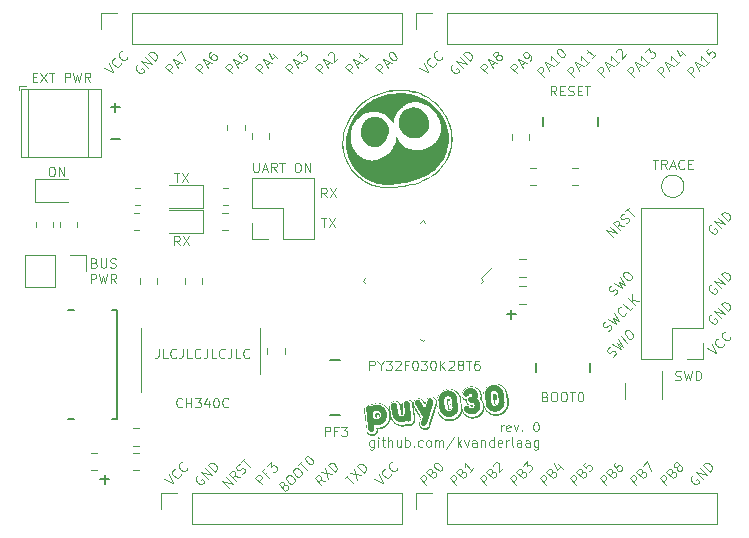
<source format=gbr>
%TF.GenerationSoftware,KiCad,Pcbnew,7.0.6*%
%TF.CreationDate,2023-07-26T12:25:32-06:00*%
%TF.ProjectId,PuyoPuy030,5075796f-5075-4793-9033-302e6b696361,rev?*%
%TF.SameCoordinates,Original*%
%TF.FileFunction,Legend,Top*%
%TF.FilePolarity,Positive*%
%FSLAX46Y46*%
G04 Gerber Fmt 4.6, Leading zero omitted, Abs format (unit mm)*
G04 Created by KiCad (PCBNEW 7.0.6) date 2023-07-26 12:25:32*
%MOMM*%
%LPD*%
G01*
G04 APERTURE LIST*
%ADD10C,0.100000*%
%ADD11C,0.000000*%
%ADD12C,0.150000*%
%ADD13C,0.152400*%
%ADD14C,0.120000*%
G04 APERTURE END LIST*
D10*
X93205761Y-118563895D02*
X93205761Y-119135323D01*
X93205761Y-119135323D02*
X93167666Y-119249609D01*
X93167666Y-119249609D02*
X93091475Y-119325800D01*
X93091475Y-119325800D02*
X92977190Y-119363895D01*
X92977190Y-119363895D02*
X92900999Y-119363895D01*
X93967666Y-119363895D02*
X93586714Y-119363895D01*
X93586714Y-119363895D02*
X93586714Y-118563895D01*
X94691476Y-119287704D02*
X94653380Y-119325800D01*
X94653380Y-119325800D02*
X94539095Y-119363895D01*
X94539095Y-119363895D02*
X94462904Y-119363895D01*
X94462904Y-119363895D02*
X94348618Y-119325800D01*
X94348618Y-119325800D02*
X94272428Y-119249609D01*
X94272428Y-119249609D02*
X94234333Y-119173419D01*
X94234333Y-119173419D02*
X94196237Y-119021038D01*
X94196237Y-119021038D02*
X94196237Y-118906752D01*
X94196237Y-118906752D02*
X94234333Y-118754371D01*
X94234333Y-118754371D02*
X94272428Y-118678180D01*
X94272428Y-118678180D02*
X94348618Y-118601990D01*
X94348618Y-118601990D02*
X94462904Y-118563895D01*
X94462904Y-118563895D02*
X94539095Y-118563895D01*
X94539095Y-118563895D02*
X94653380Y-118601990D01*
X94653380Y-118601990D02*
X94691476Y-118640085D01*
X95262904Y-118563895D02*
X95262904Y-119135323D01*
X95262904Y-119135323D02*
X95224809Y-119249609D01*
X95224809Y-119249609D02*
X95148618Y-119325800D01*
X95148618Y-119325800D02*
X95034333Y-119363895D01*
X95034333Y-119363895D02*
X94958142Y-119363895D01*
X96024809Y-119363895D02*
X95643857Y-119363895D01*
X95643857Y-119363895D02*
X95643857Y-118563895D01*
X96748619Y-119287704D02*
X96710523Y-119325800D01*
X96710523Y-119325800D02*
X96596238Y-119363895D01*
X96596238Y-119363895D02*
X96520047Y-119363895D01*
X96520047Y-119363895D02*
X96405761Y-119325800D01*
X96405761Y-119325800D02*
X96329571Y-119249609D01*
X96329571Y-119249609D02*
X96291476Y-119173419D01*
X96291476Y-119173419D02*
X96253380Y-119021038D01*
X96253380Y-119021038D02*
X96253380Y-118906752D01*
X96253380Y-118906752D02*
X96291476Y-118754371D01*
X96291476Y-118754371D02*
X96329571Y-118678180D01*
X96329571Y-118678180D02*
X96405761Y-118601990D01*
X96405761Y-118601990D02*
X96520047Y-118563895D01*
X96520047Y-118563895D02*
X96596238Y-118563895D01*
X96596238Y-118563895D02*
X96710523Y-118601990D01*
X96710523Y-118601990D02*
X96748619Y-118640085D01*
X97320047Y-118563895D02*
X97320047Y-119135323D01*
X97320047Y-119135323D02*
X97281952Y-119249609D01*
X97281952Y-119249609D02*
X97205761Y-119325800D01*
X97205761Y-119325800D02*
X97091476Y-119363895D01*
X97091476Y-119363895D02*
X97015285Y-119363895D01*
X98081952Y-119363895D02*
X97701000Y-119363895D01*
X97701000Y-119363895D02*
X97701000Y-118563895D01*
X98805762Y-119287704D02*
X98767666Y-119325800D01*
X98767666Y-119325800D02*
X98653381Y-119363895D01*
X98653381Y-119363895D02*
X98577190Y-119363895D01*
X98577190Y-119363895D02*
X98462904Y-119325800D01*
X98462904Y-119325800D02*
X98386714Y-119249609D01*
X98386714Y-119249609D02*
X98348619Y-119173419D01*
X98348619Y-119173419D02*
X98310523Y-119021038D01*
X98310523Y-119021038D02*
X98310523Y-118906752D01*
X98310523Y-118906752D02*
X98348619Y-118754371D01*
X98348619Y-118754371D02*
X98386714Y-118678180D01*
X98386714Y-118678180D02*
X98462904Y-118601990D01*
X98462904Y-118601990D02*
X98577190Y-118563895D01*
X98577190Y-118563895D02*
X98653381Y-118563895D01*
X98653381Y-118563895D02*
X98767666Y-118601990D01*
X98767666Y-118601990D02*
X98805762Y-118640085D01*
X99377190Y-118563895D02*
X99377190Y-119135323D01*
X99377190Y-119135323D02*
X99339095Y-119249609D01*
X99339095Y-119249609D02*
X99262904Y-119325800D01*
X99262904Y-119325800D02*
X99148619Y-119363895D01*
X99148619Y-119363895D02*
X99072428Y-119363895D01*
X100139095Y-119363895D02*
X99758143Y-119363895D01*
X99758143Y-119363895D02*
X99758143Y-118563895D01*
X100862905Y-119287704D02*
X100824809Y-119325800D01*
X100824809Y-119325800D02*
X100710524Y-119363895D01*
X100710524Y-119363895D02*
X100634333Y-119363895D01*
X100634333Y-119363895D02*
X100520047Y-119325800D01*
X100520047Y-119325800D02*
X100443857Y-119249609D01*
X100443857Y-119249609D02*
X100405762Y-119173419D01*
X100405762Y-119173419D02*
X100367666Y-119021038D01*
X100367666Y-119021038D02*
X100367666Y-118906752D01*
X100367666Y-118906752D02*
X100405762Y-118754371D01*
X100405762Y-118754371D02*
X100443857Y-118678180D01*
X100443857Y-118678180D02*
X100520047Y-118601990D01*
X100520047Y-118601990D02*
X100634333Y-118563895D01*
X100634333Y-118563895D02*
X100710524Y-118563895D01*
X100710524Y-118563895D02*
X100824809Y-118601990D01*
X100824809Y-118601990D02*
X100862905Y-118640085D01*
D11*
G36*
X111844390Y-123180545D02*
G01*
X111901210Y-123184987D01*
X111957430Y-123192629D01*
X112013052Y-123203470D01*
X112068074Y-123217510D01*
X112122497Y-123234750D01*
X112176322Y-123255188D01*
X112229547Y-123278826D01*
X112282173Y-123305663D01*
X112334200Y-123335699D01*
X112385629Y-123368934D01*
X112436458Y-123405367D01*
X112486688Y-123444999D01*
X112536319Y-123487830D01*
X112571514Y-123523846D01*
X112604790Y-123560592D01*
X112636145Y-123598071D01*
X112665580Y-123636281D01*
X112693095Y-123675224D01*
X112718690Y-123714897D01*
X112742365Y-123755303D01*
X112764119Y-123796440D01*
X112783952Y-123838309D01*
X112801865Y-123880910D01*
X112817857Y-123924243D01*
X112831929Y-123968307D01*
X112844080Y-124013103D01*
X112854309Y-124058631D01*
X112862618Y-124104890D01*
X112869006Y-124151882D01*
X112873239Y-124188870D01*
X112878905Y-124254285D01*
X112880800Y-124318844D01*
X112878925Y-124382549D01*
X112873280Y-124445400D01*
X112863865Y-124507395D01*
X112850680Y-124568535D01*
X112833725Y-124628821D01*
X112813000Y-124688251D01*
X112788506Y-124746827D01*
X112760242Y-124804547D01*
X112728209Y-124861412D01*
X112692406Y-124917421D01*
X112652834Y-124972575D01*
X112609492Y-125026873D01*
X112562381Y-125080316D01*
X112511501Y-125132903D01*
X112478252Y-125161433D01*
X112444345Y-125188444D01*
X112409781Y-125213935D01*
X112374559Y-125237907D01*
X112338681Y-125260359D01*
X112302145Y-125281293D01*
X112264951Y-125300707D01*
X112227101Y-125318601D01*
X112188593Y-125334977D01*
X112149427Y-125349833D01*
X112109604Y-125363170D01*
X112069124Y-125374987D01*
X112027987Y-125385286D01*
X111986193Y-125394065D01*
X111943741Y-125401324D01*
X111900631Y-125407065D01*
X111882182Y-125408186D01*
X111864932Y-125409051D01*
X111848884Y-125409660D01*
X111834036Y-125410015D01*
X111820388Y-125410117D01*
X111807941Y-125409967D01*
X111796695Y-125409566D01*
X111786649Y-125408917D01*
X111791729Y-125453261D01*
X111793587Y-125474536D01*
X111794279Y-125495858D01*
X111793805Y-125517225D01*
X111792166Y-125538639D01*
X111789362Y-125560098D01*
X111785392Y-125581603D01*
X111780256Y-125603154D01*
X111773955Y-125624751D01*
X111766490Y-125646393D01*
X111757859Y-125668082D01*
X111748063Y-125689816D01*
X111737102Y-125711597D01*
X111724976Y-125733423D01*
X111711685Y-125755295D01*
X111697229Y-125777213D01*
X111681609Y-125799177D01*
X111661473Y-125820333D01*
X111641902Y-125839787D01*
X111632329Y-125848875D01*
X111622897Y-125857537D01*
X111613606Y-125865774D01*
X111604457Y-125873585D01*
X111595449Y-125880969D01*
X111586583Y-125887928D01*
X111577858Y-125894460D01*
X111569274Y-125900566D01*
X111560832Y-125906246D01*
X111552531Y-125911500D01*
X111544371Y-125916326D01*
X111536353Y-125920727D01*
X111513736Y-125931219D01*
X111492042Y-125940551D01*
X111471271Y-125948724D01*
X111451422Y-125955738D01*
X111432496Y-125961593D01*
X111414493Y-125966291D01*
X111405837Y-125968205D01*
X111397412Y-125969831D01*
X111389218Y-125971167D01*
X111381254Y-125972215D01*
X111329502Y-125978141D01*
X111309123Y-125979922D01*
X111288646Y-125980602D01*
X111268072Y-125980181D01*
X111247400Y-125978658D01*
X111226631Y-125976035D01*
X111205764Y-125972310D01*
X111184801Y-125967485D01*
X111163740Y-125961559D01*
X111142583Y-125954532D01*
X111121330Y-125946404D01*
X111099979Y-125937176D01*
X111078533Y-125926848D01*
X111056990Y-125915419D01*
X111035352Y-125902890D01*
X111013618Y-125889260D01*
X110991788Y-125874530D01*
X110974903Y-125858139D01*
X110958936Y-125841964D01*
X110943887Y-125826007D01*
X110929755Y-125810266D01*
X110916541Y-125794741D01*
X110904244Y-125779434D01*
X110892865Y-125764343D01*
X110882402Y-125749468D01*
X110872857Y-125734810D01*
X110864229Y-125720369D01*
X110856518Y-125706143D01*
X110849724Y-125692134D01*
X110843846Y-125678341D01*
X110838886Y-125664764D01*
X110834842Y-125651403D01*
X110831715Y-125638258D01*
X110828490Y-125629283D01*
X110825562Y-125620338D01*
X110822931Y-125611421D01*
X110820596Y-125602532D01*
X110818555Y-125593671D01*
X110816810Y-125584836D01*
X110815358Y-125576027D01*
X110814199Y-125567244D01*
X110608406Y-123772575D01*
X110607040Y-123757434D01*
X110606375Y-123742038D01*
X110606411Y-123726384D01*
X110607148Y-123710474D01*
X110608586Y-123694307D01*
X110609044Y-123690795D01*
X110652748Y-123690795D01*
X110653159Y-123709696D01*
X110654306Y-123728895D01*
X110656190Y-123748392D01*
X110852881Y-125463527D01*
X110857762Y-125497219D01*
X110864507Y-125529438D01*
X110873117Y-125560184D01*
X110883590Y-125589457D01*
X110895928Y-125617257D01*
X110910131Y-125643585D01*
X110926198Y-125668440D01*
X110944129Y-125691823D01*
X110963926Y-125713733D01*
X110985587Y-125734172D01*
X111009113Y-125753139D01*
X111034504Y-125770634D01*
X111061760Y-125786657D01*
X111090880Y-125801209D01*
X111121867Y-125814290D01*
X111154718Y-125825900D01*
X111173210Y-125829926D01*
X111191143Y-125833194D01*
X111208517Y-125835706D01*
X111225335Y-125837462D01*
X111241597Y-125838465D01*
X111257305Y-125838714D01*
X111264952Y-125838557D01*
X111272460Y-125838212D01*
X111279830Y-125837680D01*
X111287063Y-125836960D01*
X111298175Y-125835690D01*
X111298864Y-125835625D01*
X111299542Y-125835591D01*
X111300208Y-125835586D01*
X111300863Y-125835612D01*
X111301507Y-125835668D01*
X111302138Y-125835755D01*
X111302759Y-125835872D01*
X111303367Y-125836020D01*
X111303964Y-125836200D01*
X111304549Y-125836410D01*
X111305122Y-125836652D01*
X111305683Y-125836925D01*
X111306232Y-125837230D01*
X111306769Y-125837566D01*
X111307294Y-125837935D01*
X111307806Y-125838335D01*
X111308231Y-125837833D01*
X111308672Y-125837358D01*
X111309129Y-125836910D01*
X111309603Y-125836490D01*
X111310094Y-125836097D01*
X111310602Y-125835731D01*
X111311127Y-125835392D01*
X111311669Y-125835081D01*
X111312228Y-125834797D01*
X111312805Y-125834540D01*
X111313400Y-125834311D01*
X111314012Y-125834109D01*
X111314642Y-125833934D01*
X111315291Y-125833786D01*
X111315958Y-125833666D01*
X111316643Y-125833573D01*
X111329607Y-125832092D01*
X111350208Y-125829093D01*
X111370436Y-125824881D01*
X111390291Y-125819454D01*
X111409775Y-125812813D01*
X111428885Y-125804957D01*
X111447623Y-125795886D01*
X111465987Y-125785601D01*
X111483979Y-125774102D01*
X111501597Y-125761387D01*
X111518841Y-125747458D01*
X111535712Y-125732313D01*
X111552210Y-125715954D01*
X111568333Y-125698379D01*
X111584082Y-125679589D01*
X111599457Y-125659584D01*
X111614458Y-125638364D01*
X111622697Y-125623232D01*
X111630271Y-125607898D01*
X111637178Y-125592365D01*
X111643419Y-125576630D01*
X111648994Y-125560694D01*
X111653902Y-125544557D01*
X111658144Y-125528220D01*
X111661719Y-125511681D01*
X111664628Y-125494942D01*
X111666870Y-125478001D01*
X111668445Y-125460860D01*
X111669353Y-125443518D01*
X111669595Y-125425975D01*
X111669169Y-125408231D01*
X111668076Y-125390286D01*
X111666316Y-125372140D01*
X111654251Y-125266783D01*
X111655680Y-125262867D01*
X111682501Y-125265938D01*
X111708830Y-125268246D01*
X111734665Y-125269791D01*
X111760005Y-125270573D01*
X111784849Y-125270594D01*
X111809196Y-125269855D01*
X111833044Y-125268355D01*
X111856393Y-125266095D01*
X111918362Y-125257242D01*
X111978578Y-125245110D01*
X112037043Y-125229698D01*
X112093755Y-125211006D01*
X112148715Y-125189034D01*
X112201922Y-125163782D01*
X112253378Y-125135249D01*
X112303082Y-125103436D01*
X112351034Y-125068341D01*
X112397235Y-125029965D01*
X112441683Y-124988308D01*
X112484381Y-124943369D01*
X112525326Y-124895147D01*
X112564520Y-124843644D01*
X112601963Y-124788858D01*
X112637655Y-124730790D01*
X112655600Y-124695489D01*
X112672091Y-124659871D01*
X112687127Y-124623937D01*
X112700707Y-124587688D01*
X112712833Y-124551122D01*
X112723503Y-124514240D01*
X112732718Y-124477043D01*
X112740478Y-124439530D01*
X112746783Y-124401701D01*
X112751631Y-124363557D01*
X112755025Y-124325097D01*
X112756963Y-124286322D01*
X112757444Y-124247232D01*
X112756471Y-124207826D01*
X112754041Y-124168105D01*
X112750155Y-124128069D01*
X112748885Y-124116957D01*
X112741070Y-124061031D01*
X112730602Y-124006464D01*
X112717480Y-123953255D01*
X112701706Y-123901404D01*
X112683278Y-123850911D01*
X112662198Y-123801776D01*
X112638464Y-123753999D01*
X112612076Y-123707580D01*
X112583035Y-123662519D01*
X112551340Y-123618817D01*
X112516992Y-123576472D01*
X112479990Y-123535485D01*
X112440334Y-123495857D01*
X112398025Y-123457586D01*
X112353061Y-123420674D01*
X112305444Y-123385119D01*
X112266213Y-123359682D01*
X112226667Y-123336212D01*
X112186804Y-123314710D01*
X112146625Y-123295177D01*
X112106130Y-123277611D01*
X112065320Y-123262013D01*
X112024193Y-123248383D01*
X111982751Y-123236721D01*
X111940993Y-123227027D01*
X111898920Y-123219300D01*
X111856531Y-123213540D01*
X111813827Y-123209748D01*
X111770808Y-123207923D01*
X111727473Y-123208065D01*
X111683823Y-123210175D01*
X111639858Y-123214252D01*
X111630598Y-123215310D01*
X111629910Y-123215381D01*
X111629236Y-123215436D01*
X111628575Y-123215475D01*
X111627927Y-123215498D01*
X111627292Y-123215505D01*
X111626670Y-123215496D01*
X111626061Y-123215470D01*
X111625465Y-123215429D01*
X111624880Y-123215371D01*
X111624308Y-123215297D01*
X111623749Y-123215207D01*
X111623201Y-123215101D01*
X111622665Y-123214979D01*
X111622140Y-123214841D01*
X111621627Y-123214687D01*
X111621125Y-123214516D01*
X111619793Y-123215104D01*
X111618456Y-123215636D01*
X111617112Y-123216113D01*
X111615761Y-123216533D01*
X111615083Y-123216722D01*
X111614403Y-123216897D01*
X111613721Y-123217057D01*
X111613037Y-123217202D01*
X111612350Y-123217333D01*
X111611662Y-123217450D01*
X111610971Y-123217551D01*
X111610278Y-123217638D01*
X111597313Y-123219120D01*
X111577148Y-123221758D01*
X111556856Y-123225070D01*
X111536438Y-123229056D01*
X111515892Y-123233715D01*
X111495220Y-123239047D01*
X111474420Y-123245053D01*
X111453493Y-123251732D01*
X111432438Y-123259085D01*
X111411255Y-123267111D01*
X111389945Y-123275811D01*
X111368506Y-123285184D01*
X111346939Y-123295230D01*
X111325244Y-123305950D01*
X111303421Y-123317344D01*
X111281468Y-123329411D01*
X111259387Y-123342151D01*
X111245452Y-123333544D01*
X111231447Y-123325604D01*
X111217373Y-123318330D01*
X111203229Y-123311721D01*
X111189016Y-123305780D01*
X111174734Y-123300504D01*
X111160382Y-123295895D01*
X111145960Y-123291953D01*
X111131469Y-123288677D01*
X111116909Y-123286068D01*
X111102279Y-123284126D01*
X111087580Y-123282850D01*
X111072811Y-123282242D01*
X111057973Y-123282301D01*
X111043065Y-123283026D01*
X111028088Y-123284419D01*
X111016976Y-123285689D01*
X111016754Y-123285701D01*
X111016544Y-123285699D01*
X111016444Y-123285692D01*
X111016347Y-123285681D01*
X111016253Y-123285667D01*
X111016162Y-123285648D01*
X111016074Y-123285626D01*
X111015990Y-123285600D01*
X111015908Y-123285571D01*
X111015830Y-123285537D01*
X111015754Y-123285500D01*
X111015682Y-123285459D01*
X111015613Y-123285414D01*
X111015547Y-123285365D01*
X111015484Y-123285312D01*
X111015424Y-123285255D01*
X111015368Y-123285195D01*
X111015314Y-123285130D01*
X111015263Y-123285062D01*
X111015216Y-123284990D01*
X111015172Y-123284913D01*
X111015130Y-123284833D01*
X111015092Y-123284749D01*
X111015057Y-123284661D01*
X111015025Y-123284569D01*
X111014996Y-123284473D01*
X111014971Y-123284373D01*
X111014948Y-123284269D01*
X111014912Y-123284048D01*
X111011420Y-123286324D01*
X110994804Y-123288229D01*
X110974435Y-123291161D01*
X110954444Y-123295233D01*
X110934832Y-123300447D01*
X110915599Y-123306802D01*
X110896745Y-123314298D01*
X110878269Y-123322935D01*
X110860173Y-123332713D01*
X110842457Y-123343632D01*
X110825119Y-123355692D01*
X110808162Y-123368894D01*
X110791584Y-123383236D01*
X110775386Y-123398719D01*
X110759569Y-123415343D01*
X110744132Y-123433108D01*
X110729075Y-123452014D01*
X110714398Y-123472061D01*
X110705241Y-123487111D01*
X110696819Y-123502457D01*
X110689133Y-123518098D01*
X110682183Y-123534035D01*
X110675968Y-123550267D01*
X110670489Y-123566796D01*
X110665747Y-123583620D01*
X110661740Y-123600741D01*
X110658469Y-123618159D01*
X110655934Y-123635872D01*
X110654136Y-123653883D01*
X110653074Y-123672190D01*
X110652748Y-123690795D01*
X110609044Y-123690795D01*
X110610726Y-123677883D01*
X110613568Y-123661202D01*
X110617111Y-123644265D01*
X110621357Y-123627071D01*
X110626304Y-123609620D01*
X110631954Y-123591913D01*
X110638306Y-123573949D01*
X110645361Y-123555728D01*
X110653118Y-123537250D01*
X110661579Y-123518516D01*
X110670742Y-123499525D01*
X110682252Y-123481469D01*
X110694319Y-123464051D01*
X110706943Y-123447273D01*
X110720123Y-123431132D01*
X110733859Y-123415631D01*
X110748152Y-123400767D01*
X110763002Y-123386542D01*
X110778408Y-123372955D01*
X110794370Y-123360006D01*
X110810888Y-123347695D01*
X110827963Y-123336022D01*
X110845593Y-123324987D01*
X110863779Y-123314589D01*
X110882521Y-123304830D01*
X110901819Y-123295708D01*
X110921673Y-123287223D01*
X110936546Y-123282007D01*
X110950606Y-123277352D01*
X110963854Y-123273258D01*
X110976290Y-123269727D01*
X110987915Y-123266760D01*
X110998729Y-123264356D01*
X111008733Y-123262516D01*
X111017929Y-123261241D01*
X111017928Y-123261241D01*
X111058568Y-123256585D01*
X111073163Y-123255189D01*
X111087838Y-123254357D01*
X111102591Y-123254087D01*
X111117424Y-123254380D01*
X111132336Y-123255236D01*
X111147327Y-123256653D01*
X111162396Y-123258633D01*
X111177545Y-123261175D01*
X111192772Y-123264279D01*
X111208078Y-123267944D01*
X111223463Y-123272171D01*
X111238926Y-123276959D01*
X111254467Y-123282309D01*
X111270087Y-123288219D01*
X111285785Y-123294690D01*
X111301562Y-123301723D01*
X111321808Y-123290555D01*
X111342105Y-123279954D01*
X111362452Y-123269918D01*
X111382851Y-123260447D01*
X111403300Y-123251541D01*
X111423799Y-123243201D01*
X111444348Y-123235425D01*
X111464948Y-123228215D01*
X111485599Y-123221569D01*
X111506299Y-123215489D01*
X111527049Y-123209973D01*
X111547850Y-123205021D01*
X111568700Y-123200635D01*
X111589600Y-123196813D01*
X111610550Y-123193555D01*
X111631550Y-123190862D01*
X111670338Y-123186417D01*
X111728954Y-123181260D01*
X111786972Y-123179303D01*
X111844390Y-123180545D01*
G37*
G36*
X119683798Y-121890705D02*
G01*
X119720707Y-121894922D01*
X119757138Y-121901608D01*
X119793093Y-121910763D01*
X119828570Y-121922387D01*
X119863570Y-121936479D01*
X119898092Y-121953040D01*
X119932137Y-121972070D01*
X119965704Y-121993568D01*
X119998793Y-122017535D01*
X120031404Y-122043970D01*
X120063537Y-122072874D01*
X120095191Y-122104245D01*
X120126367Y-122138085D01*
X120139320Y-122156068D01*
X120151589Y-122174218D01*
X120163173Y-122192535D01*
X120174073Y-122211019D01*
X120184289Y-122229670D01*
X120193822Y-122248488D01*
X120202670Y-122267472D01*
X120210835Y-122286622D01*
X120218317Y-122305939D01*
X120225116Y-122325421D01*
X120231231Y-122345070D01*
X120236664Y-122364884D01*
X120241413Y-122384864D01*
X120245481Y-122405009D01*
X120248865Y-122425320D01*
X120251568Y-122445795D01*
X120253935Y-122470202D01*
X120255420Y-122494447D01*
X120256023Y-122518531D01*
X120255745Y-122542453D01*
X120254585Y-122566213D01*
X120252543Y-122589811D01*
X120249619Y-122613247D01*
X120245813Y-122636520D01*
X120241126Y-122659631D01*
X120235556Y-122682580D01*
X120229105Y-122705366D01*
X120221772Y-122727988D01*
X120213558Y-122750448D01*
X120204461Y-122772745D01*
X120194483Y-122794878D01*
X120183623Y-122816847D01*
X120183835Y-122818699D01*
X120212439Y-122842686D01*
X120239474Y-122867540D01*
X120264940Y-122893259D01*
X120288838Y-122919844D01*
X120311166Y-122947296D01*
X120331926Y-122975614D01*
X120351117Y-123004799D01*
X120368739Y-123034850D01*
X120384792Y-123065769D01*
X120399276Y-123097554D01*
X120412191Y-123130207D01*
X120423537Y-123163727D01*
X120433314Y-123198115D01*
X120441523Y-123233370D01*
X120448163Y-123269494D01*
X120453233Y-123306485D01*
X120453445Y-123308337D01*
X120457422Y-123353713D01*
X120458855Y-123398341D01*
X120457745Y-123442221D01*
X120454090Y-123485354D01*
X120447892Y-123527739D01*
X120439150Y-123569377D01*
X120427865Y-123610267D01*
X120414035Y-123650410D01*
X120397662Y-123689806D01*
X120378746Y-123728454D01*
X120357285Y-123766356D01*
X120333281Y-123803510D01*
X120306733Y-123839918D01*
X120277642Y-123875579D01*
X120246007Y-123910492D01*
X120211828Y-123944660D01*
X120189979Y-123963716D01*
X120167690Y-123981755D01*
X120144963Y-123998776D01*
X120121798Y-124014779D01*
X120098193Y-124029765D01*
X120074150Y-124043733D01*
X120049668Y-124056683D01*
X120024748Y-124068617D01*
X119999389Y-124079534D01*
X119973592Y-124089433D01*
X119947356Y-124098316D01*
X119920683Y-124106183D01*
X119893571Y-124113033D01*
X119866021Y-124118867D01*
X119838034Y-124123685D01*
X119809608Y-124127487D01*
X119767145Y-124131258D01*
X119725243Y-124132770D01*
X119683901Y-124132023D01*
X119643119Y-124129016D01*
X119602899Y-124123751D01*
X119563238Y-124116226D01*
X119524139Y-124106443D01*
X119485600Y-124094401D01*
X119447621Y-124080100D01*
X119410203Y-124063541D01*
X119373346Y-124044724D01*
X119337049Y-124023649D01*
X119301313Y-124000317D01*
X119266138Y-123974726D01*
X119231523Y-123946878D01*
X119197468Y-123916773D01*
X119183521Y-123901929D01*
X119170394Y-123887342D01*
X119158086Y-123873012D01*
X119146598Y-123858939D01*
X119135930Y-123845123D01*
X119126080Y-123831564D01*
X119117051Y-123818262D01*
X119108840Y-123805218D01*
X119101448Y-123792431D01*
X119094876Y-123779901D01*
X119089123Y-123767629D01*
X119084188Y-123755614D01*
X119080073Y-123743857D01*
X119076776Y-123732358D01*
X119074298Y-123721117D01*
X119072639Y-123710133D01*
X119070734Y-123693518D01*
X119069367Y-123676340D01*
X119069235Y-123659476D01*
X119070339Y-123642923D01*
X119072678Y-123626684D01*
X119076253Y-123610757D01*
X119081062Y-123595142D01*
X119087107Y-123579840D01*
X119094388Y-123564851D01*
X119102903Y-123550174D01*
X119112654Y-123535809D01*
X119123640Y-123521757D01*
X119135861Y-123508018D01*
X119149318Y-123494591D01*
X119164010Y-123481477D01*
X119179937Y-123468675D01*
X119197099Y-123456186D01*
X119209707Y-123449903D01*
X119221932Y-123444310D01*
X119233772Y-123439406D01*
X119239548Y-123437212D01*
X119245227Y-123435192D01*
X119250809Y-123433343D01*
X119256294Y-123431667D01*
X119261682Y-123430163D01*
X119266974Y-123428832D01*
X119272167Y-123427673D01*
X119277263Y-123426686D01*
X119282262Y-123425872D01*
X119287163Y-123425230D01*
X119306575Y-123423647D01*
X119325541Y-123423404D01*
X119344060Y-123424500D01*
X119362133Y-123426935D01*
X119379760Y-123430709D01*
X119396941Y-123435821D01*
X119413676Y-123442272D01*
X119429965Y-123450061D01*
X119445808Y-123459189D01*
X119461206Y-123469654D01*
X119476157Y-123481458D01*
X119490663Y-123494599D01*
X119504723Y-123509078D01*
X119518338Y-123524894D01*
X119531508Y-123542047D01*
X119544232Y-123560538D01*
X119554715Y-123570906D01*
X119565445Y-123580498D01*
X119576424Y-123589316D01*
X119587650Y-123597358D01*
X119599125Y-123604625D01*
X119610848Y-123611117D01*
X119622818Y-123616834D01*
X119635037Y-123621776D01*
X119647504Y-123625942D01*
X119660219Y-123629334D01*
X119673182Y-123631950D01*
X119686392Y-123633791D01*
X119699851Y-123634857D01*
X119713558Y-123635148D01*
X119727514Y-123634663D01*
X119741717Y-123633404D01*
X119754629Y-123631922D01*
X119772537Y-123629225D01*
X119781230Y-123627423D01*
X119789750Y-123625320D01*
X119798095Y-123622914D01*
X119806267Y-123620206D01*
X119814265Y-123617197D01*
X119822089Y-123613885D01*
X119829739Y-123610272D01*
X119837216Y-123606357D01*
X119844519Y-123602139D01*
X119851648Y-123597620D01*
X119858603Y-123592799D01*
X119865385Y-123587677D01*
X119871993Y-123582252D01*
X119878427Y-123576525D01*
X119884688Y-123570497D01*
X119890775Y-123564167D01*
X119902428Y-123550601D01*
X119913388Y-123535828D01*
X119923653Y-123519847D01*
X119933224Y-123502660D01*
X119942102Y-123484266D01*
X119950285Y-123464664D01*
X119957776Y-123443856D01*
X119959366Y-123430941D01*
X119960641Y-123418824D01*
X119961600Y-123407505D01*
X119962241Y-123396986D01*
X119962562Y-123387265D01*
X119962561Y-123378342D01*
X119962237Y-123370219D01*
X119961587Y-123362894D01*
X119958926Y-123344975D01*
X119955113Y-123327731D01*
X119950146Y-123311161D01*
X119944026Y-123295265D01*
X119940534Y-123287570D01*
X119936754Y-123280043D01*
X119932685Y-123272685D01*
X119928329Y-123265495D01*
X119923684Y-123258474D01*
X119918751Y-123251621D01*
X119908021Y-123238421D01*
X119896139Y-123225894D01*
X119883105Y-123214040D01*
X119868919Y-123202859D01*
X119853582Y-123192352D01*
X119837093Y-123182517D01*
X119819452Y-123173355D01*
X119800660Y-123164865D01*
X119780717Y-123157048D01*
X119775209Y-123155870D01*
X119769282Y-123154856D01*
X119762936Y-123154005D01*
X119756170Y-123153319D01*
X119748984Y-123152798D01*
X119741379Y-123152440D01*
X119733354Y-123152248D01*
X119724910Y-123152220D01*
X119716046Y-123152357D01*
X119706761Y-123152659D01*
X119686933Y-123153759D01*
X119665424Y-123155522D01*
X119642234Y-123157948D01*
X119632546Y-123156554D01*
X119622951Y-123154812D01*
X119613446Y-123152724D01*
X119604034Y-123150288D01*
X119594713Y-123147505D01*
X119585483Y-123144375D01*
X119576344Y-123140897D01*
X119567297Y-123137072D01*
X119558341Y-123132900D01*
X119549476Y-123128381D01*
X119540702Y-123123514D01*
X119532019Y-123118300D01*
X119523427Y-123112739D01*
X119514926Y-123106830D01*
X119506515Y-123100574D01*
X119498195Y-123093971D01*
X119489789Y-123085928D01*
X119481836Y-123077613D01*
X119474335Y-123069026D01*
X119467287Y-123060168D01*
X119460690Y-123051039D01*
X119454546Y-123041639D01*
X119448853Y-123031967D01*
X119443611Y-123022025D01*
X119438822Y-123011811D01*
X119434483Y-123001327D01*
X119430596Y-122990571D01*
X119427159Y-122979545D01*
X119424174Y-122968248D01*
X119421639Y-122956681D01*
X119419555Y-122944843D01*
X119417921Y-122932734D01*
X119416347Y-122913568D01*
X119416072Y-122894882D01*
X119417096Y-122876678D01*
X119419418Y-122858954D01*
X119423038Y-122841710D01*
X119427956Y-122824948D01*
X119434172Y-122808665D01*
X119441687Y-122792862D01*
X119450499Y-122777540D01*
X119460609Y-122762697D01*
X119472017Y-122748334D01*
X119484722Y-122734451D01*
X119498725Y-122721047D01*
X119514026Y-122708122D01*
X119530624Y-122695676D01*
X119548519Y-122683709D01*
X119559532Y-122678936D01*
X119570308Y-122674659D01*
X119580847Y-122670877D01*
X119591150Y-122667589D01*
X119601217Y-122664795D01*
X119611049Y-122662493D01*
X119620647Y-122660684D01*
X119630010Y-122659367D01*
X119654034Y-122656615D01*
X119657487Y-122656149D01*
X119660908Y-122655543D01*
X119664299Y-122654798D01*
X119667660Y-122653914D01*
X119670989Y-122652891D01*
X119674288Y-122651729D01*
X119677556Y-122650427D01*
X119680794Y-122648986D01*
X119684000Y-122647406D01*
X119687176Y-122645687D01*
X119693437Y-122641832D01*
X119699574Y-122637420D01*
X119705588Y-122632452D01*
X119711480Y-122626928D01*
X119717249Y-122620848D01*
X119722895Y-122614211D01*
X119728418Y-122607018D01*
X119733819Y-122599270D01*
X119739097Y-122590966D01*
X119744252Y-122582105D01*
X119749284Y-122572690D01*
X119750702Y-122569222D01*
X119752000Y-122565727D01*
X119753178Y-122562202D01*
X119754235Y-122558648D01*
X119755171Y-122555066D01*
X119755986Y-122551454D01*
X119756681Y-122547812D01*
X119757255Y-122544141D01*
X119757708Y-122540440D01*
X119758040Y-122536709D01*
X119758251Y-122532948D01*
X119758340Y-122529157D01*
X119758309Y-122525336D01*
X119758156Y-122521484D01*
X119757882Y-122517601D01*
X119757486Y-122513687D01*
X119756428Y-122504427D01*
X119755699Y-122498947D01*
X119754784Y-122493591D01*
X119753681Y-122488358D01*
X119752392Y-122483249D01*
X119750916Y-122478263D01*
X119749252Y-122473401D01*
X119747402Y-122468663D01*
X119745365Y-122464047D01*
X119743141Y-122459556D01*
X119740729Y-122455188D01*
X119738131Y-122450944D01*
X119735346Y-122446824D01*
X119732374Y-122442827D01*
X119729215Y-122438955D01*
X119725869Y-122435206D01*
X119722336Y-122431581D01*
X119718616Y-122428079D01*
X119714709Y-122424702D01*
X119710616Y-122421449D01*
X119706335Y-122418319D01*
X119701867Y-122415314D01*
X119697212Y-122412432D01*
X119692370Y-122409675D01*
X119687342Y-122407041D01*
X119676723Y-122402147D01*
X119665357Y-122397749D01*
X119653243Y-122393848D01*
X119640381Y-122390445D01*
X119634451Y-122389794D01*
X119629002Y-122389271D01*
X119624035Y-122388874D01*
X119619552Y-122388599D01*
X119615553Y-122388446D01*
X119612037Y-122388413D01*
X119609007Y-122388498D01*
X119606462Y-122388698D01*
X119594931Y-122390415D01*
X119583892Y-122392865D01*
X119578558Y-122394366D01*
X119573347Y-122396050D01*
X119568258Y-122397917D01*
X119563294Y-122399968D01*
X119558452Y-122402202D01*
X119553733Y-122404620D01*
X119549138Y-122407221D01*
X119544667Y-122410005D01*
X119540318Y-122412973D01*
X119536093Y-122416123D01*
X119531991Y-122419458D01*
X119528013Y-122422975D01*
X119524158Y-122426676D01*
X119520426Y-122430560D01*
X119516818Y-122434627D01*
X119513334Y-122438877D01*
X119506735Y-122447927D01*
X119500630Y-122457710D01*
X119495020Y-122468225D01*
X119489904Y-122479472D01*
X119485282Y-122491451D01*
X119481155Y-122504162D01*
X119472641Y-122519650D01*
X119463589Y-122534263D01*
X119453998Y-122548002D01*
X119443868Y-122560866D01*
X119433200Y-122572856D01*
X119421993Y-122583972D01*
X119410248Y-122594213D01*
X119397964Y-122603580D01*
X119385141Y-122612072D01*
X119371779Y-122619690D01*
X119357877Y-122626434D01*
X119343437Y-122632303D01*
X119328458Y-122637299D01*
X119312939Y-122641419D01*
X119296881Y-122644665D01*
X119280283Y-122647037D01*
X119266708Y-122648197D01*
X119253229Y-122648541D01*
X119239845Y-122648068D01*
X119226557Y-122646780D01*
X119213365Y-122644675D01*
X119200269Y-122641754D01*
X119187268Y-122638017D01*
X119174364Y-122633464D01*
X119161556Y-122628095D01*
X119148844Y-122621910D01*
X119136228Y-122614909D01*
X119123709Y-122607092D01*
X119111286Y-122598459D01*
X119098960Y-122589009D01*
X119086730Y-122578744D01*
X119074597Y-122567662D01*
X119067816Y-122559975D01*
X119061403Y-122552172D01*
X119055358Y-122544254D01*
X119049682Y-122536221D01*
X119044372Y-122528073D01*
X119039431Y-122519810D01*
X119034857Y-122511432D01*
X119030650Y-122502939D01*
X119026810Y-122494331D01*
X119023337Y-122485609D01*
X119020231Y-122476772D01*
X119017492Y-122467821D01*
X119015119Y-122458756D01*
X119013112Y-122449576D01*
X119011472Y-122440281D01*
X119010197Y-122430873D01*
X119008716Y-122417908D01*
X119007694Y-122404518D01*
X119007644Y-122390678D01*
X119008567Y-122376390D01*
X119010462Y-122361653D01*
X119013329Y-122346468D01*
X119017169Y-122330835D01*
X119021981Y-122314753D01*
X119027766Y-122298224D01*
X119034522Y-122281247D01*
X119042252Y-122263823D01*
X119050953Y-122245951D01*
X119060627Y-122227632D01*
X119071273Y-122208865D01*
X119082891Y-122189652D01*
X119095482Y-122169992D01*
X119109045Y-122149885D01*
X119122772Y-122133421D01*
X119136427Y-122117624D01*
X119150012Y-122102494D01*
X119163527Y-122088032D01*
X119176971Y-122074236D01*
X119190345Y-122061107D01*
X119203649Y-122048644D01*
X119216883Y-122036849D01*
X119230046Y-122025720D01*
X119243140Y-122015257D01*
X119256164Y-122005462D01*
X119269117Y-121996332D01*
X119282002Y-121987869D01*
X119294816Y-121980072D01*
X119307561Y-121972941D01*
X119320236Y-121966476D01*
X119347809Y-121952784D01*
X119374847Y-121940559D01*
X119388165Y-121934996D01*
X119401350Y-121929799D01*
X119414401Y-121924969D01*
X119427319Y-121920505D01*
X119440104Y-121916406D01*
X119452755Y-121912674D01*
X119465273Y-121909307D01*
X119477659Y-121906305D01*
X119489911Y-121903669D01*
X119502030Y-121901397D01*
X119514016Y-121899491D01*
X119525870Y-121897949D01*
X119525869Y-121897949D01*
X119570213Y-121892869D01*
X119608551Y-121889679D01*
X119646413Y-121888957D01*
X119683798Y-121890705D01*
G37*
G36*
X111633000Y-98933000D02*
G01*
X111737883Y-98947428D01*
X111846504Y-98971516D01*
X111956845Y-99006092D01*
X112012028Y-99027569D01*
X112066884Y-99051978D01*
X112121159Y-99079422D01*
X112174602Y-99110003D01*
X112226959Y-99143824D01*
X112277978Y-99180990D01*
X112327407Y-99221603D01*
X112374993Y-99265766D01*
X112420483Y-99313582D01*
X112463626Y-99365155D01*
X112504168Y-99420588D01*
X112541857Y-99479985D01*
X112576441Y-99543447D01*
X112607667Y-99611079D01*
X112635282Y-99682983D01*
X112659034Y-99759264D01*
X112678671Y-99840023D01*
X112693940Y-99925365D01*
X112704588Y-100015392D01*
X112710363Y-100110207D01*
X112710259Y-100153878D01*
X112707163Y-100200222D01*
X112692269Y-100299881D01*
X112666223Y-100407088D01*
X112629567Y-100519748D01*
X112582843Y-100635767D01*
X112526593Y-100753049D01*
X112461359Y-100869499D01*
X112387684Y-100983021D01*
X112306109Y-101091521D01*
X112217176Y-101192904D01*
X112170120Y-101240272D01*
X112121428Y-101285074D01*
X112071167Y-101327050D01*
X112019406Y-101365937D01*
X111966212Y-101401473D01*
X111911653Y-101433396D01*
X111855797Y-101461445D01*
X111798710Y-101485358D01*
X111740463Y-101504872D01*
X111681121Y-101519726D01*
X111620752Y-101529658D01*
X111559425Y-101534406D01*
X111499462Y-101532296D01*
X111427786Y-101522209D01*
X111346431Y-101503868D01*
X111257432Y-101476995D01*
X111162824Y-101441312D01*
X111064640Y-101396543D01*
X110964914Y-101342409D01*
X110865681Y-101278634D01*
X110816885Y-101243043D01*
X110768975Y-101204938D01*
X110722206Y-101164284D01*
X110676831Y-101121047D01*
X110633105Y-101075190D01*
X110591282Y-101026680D01*
X110551616Y-100975482D01*
X110514362Y-100921562D01*
X110479774Y-100864884D01*
X110448106Y-100805414D01*
X110419613Y-100743118D01*
X110394548Y-100677960D01*
X110373167Y-100609906D01*
X110355723Y-100538921D01*
X110342470Y-100464970D01*
X110333664Y-100388020D01*
X110327939Y-100266279D01*
X110330984Y-100144870D01*
X110342919Y-100024611D01*
X110363862Y-99906325D01*
X110393931Y-99790832D01*
X110433246Y-99678951D01*
X110456407Y-99624623D01*
X110481924Y-99571505D01*
X110509812Y-99519701D01*
X110540085Y-99469314D01*
X110572759Y-99420445D01*
X110607847Y-99373197D01*
X110645366Y-99327674D01*
X110685330Y-99283977D01*
X110727753Y-99242209D01*
X110772651Y-99202473D01*
X110820038Y-99164871D01*
X110869929Y-99129507D01*
X110922339Y-99096481D01*
X110977283Y-99065898D01*
X111034776Y-99037859D01*
X111094832Y-99012468D01*
X111157466Y-98989826D01*
X111222694Y-98970037D01*
X111290529Y-98953203D01*
X111360988Y-98939426D01*
X111442533Y-98929825D01*
X111533877Y-98927407D01*
X111633000Y-98933000D01*
G37*
G36*
X114247726Y-123018484D02*
G01*
X114265352Y-123021069D01*
X114282534Y-123025023D01*
X114299272Y-123030344D01*
X114315566Y-123037033D01*
X114331417Y-123045090D01*
X114346825Y-123054515D01*
X114361790Y-123065308D01*
X114376311Y-123077470D01*
X114390389Y-123090999D01*
X114404024Y-123105896D01*
X114417216Y-123122161D01*
X114429965Y-123139794D01*
X114442271Y-123158795D01*
X114446073Y-123168999D01*
X114449504Y-123179016D01*
X114452562Y-123188843D01*
X114455249Y-123198482D01*
X114457563Y-123207933D01*
X114459505Y-123217195D01*
X114461076Y-123226269D01*
X114462274Y-123235154D01*
X114604725Y-124477161D01*
X114606230Y-124495886D01*
X114606397Y-124514179D01*
X114605228Y-124532041D01*
X114602721Y-124549471D01*
X114598878Y-124566470D01*
X114593697Y-124583037D01*
X114587180Y-124599172D01*
X114579325Y-124614876D01*
X114570134Y-124630148D01*
X114559606Y-124644989D01*
X114547740Y-124659398D01*
X114534538Y-124673376D01*
X114519999Y-124686921D01*
X114504122Y-124700036D01*
X114486909Y-124712718D01*
X114468359Y-124724969D01*
X114456974Y-124729791D01*
X114445996Y-124734097D01*
X114435426Y-124737887D01*
X114425265Y-124741162D01*
X114415513Y-124743920D01*
X114406171Y-124746162D01*
X114397240Y-124747889D01*
X114388719Y-124749099D01*
X114374051Y-124750205D01*
X114366802Y-124750315D01*
X114359611Y-124750129D01*
X114352478Y-124749647D01*
X114345402Y-124748870D01*
X114338383Y-124747798D01*
X114331422Y-124746430D01*
X114324518Y-124744766D01*
X114317671Y-124742807D01*
X114310882Y-124740552D01*
X114304151Y-124738001D01*
X114290860Y-124732014D01*
X114277800Y-124724844D01*
X114264969Y-124716491D01*
X114252369Y-124706956D01*
X114239998Y-124696238D01*
X114227859Y-124684337D01*
X114215949Y-124671253D01*
X114204270Y-124656986D01*
X114192821Y-124641537D01*
X114181603Y-124624904D01*
X114162986Y-124644952D01*
X114144064Y-124663879D01*
X114124837Y-124681687D01*
X114105305Y-124698375D01*
X114085468Y-124713942D01*
X114065327Y-124728389D01*
X114044881Y-124741715D01*
X114024130Y-124753921D01*
X114003075Y-124765007D01*
X113981715Y-124774972D01*
X113960051Y-124783816D01*
X113938083Y-124791539D01*
X113915811Y-124798142D01*
X113893235Y-124803623D01*
X113870354Y-124807984D01*
X113847170Y-124811223D01*
X113799904Y-124815129D01*
X113753275Y-124815934D01*
X113707284Y-124813636D01*
X113661930Y-124808237D01*
X113617215Y-124799736D01*
X113573138Y-124788133D01*
X113529700Y-124773428D01*
X113486900Y-124755621D01*
X113444739Y-124734713D01*
X113403217Y-124710702D01*
X113362334Y-124683590D01*
X113322090Y-124653376D01*
X113282485Y-124620060D01*
X113243520Y-124583643D01*
X113205194Y-124544123D01*
X113167508Y-124501502D01*
X113148725Y-124476099D01*
X113130912Y-124450233D01*
X113114069Y-124423905D01*
X113098196Y-124397114D01*
X113083293Y-124369861D01*
X113069362Y-124342144D01*
X113056401Y-124313966D01*
X113044411Y-124285324D01*
X113033392Y-124256220D01*
X113023345Y-124226654D01*
X113014268Y-124196625D01*
X113006164Y-124166133D01*
X112999031Y-124135178D01*
X112992870Y-124103761D01*
X112987681Y-124071882D01*
X112983464Y-124039540D01*
X112910757Y-123405545D01*
X112909360Y-123388612D01*
X112909097Y-123372002D01*
X112909970Y-123355716D01*
X112911977Y-123339753D01*
X112915119Y-123324114D01*
X112919396Y-123308799D01*
X112924808Y-123293808D01*
X112931354Y-123279140D01*
X112939036Y-123264796D01*
X112947852Y-123250776D01*
X112957803Y-123237080D01*
X112968889Y-123223707D01*
X112981110Y-123210658D01*
X112994465Y-123197932D01*
X113008955Y-123185531D01*
X113024580Y-123173453D01*
X113029827Y-123169901D01*
X113035167Y-123166529D01*
X113040601Y-123163337D01*
X113046130Y-123160325D01*
X113051752Y-123157492D01*
X113057469Y-123154839D01*
X113063279Y-123152365D01*
X113069183Y-123150070D01*
X113075180Y-123147954D01*
X113081271Y-123146018D01*
X113087456Y-123144261D01*
X113093733Y-123142682D01*
X113100105Y-123141283D01*
X113106569Y-123140062D01*
X113113127Y-123139020D01*
X113119778Y-123138157D01*
X113140098Y-123135829D01*
X113157258Y-123134442D01*
X113174071Y-123134249D01*
X113190537Y-123135251D01*
X113206656Y-123137448D01*
X113222428Y-123140840D01*
X113237854Y-123145426D01*
X113252934Y-123151209D01*
X113267667Y-123158186D01*
X113282054Y-123166359D01*
X113296096Y-123175728D01*
X113309792Y-123186293D01*
X113323142Y-123198054D01*
X113336147Y-123211011D01*
X113348806Y-123225164D01*
X113361121Y-123240514D01*
X113373090Y-123257061D01*
X113376216Y-123262557D01*
X113379182Y-123268069D01*
X113381990Y-123273600D01*
X113384639Y-123279148D01*
X113387130Y-123284714D01*
X113389461Y-123290297D01*
X113391634Y-123295898D01*
X113393648Y-123301518D01*
X113395504Y-123307155D01*
X113397200Y-123312810D01*
X113398738Y-123318483D01*
X113400117Y-123324175D01*
X113401338Y-123329885D01*
X113402399Y-123335613D01*
X113403302Y-123341360D01*
X113404046Y-123347125D01*
X113468869Y-123912698D01*
X113471982Y-123937822D01*
X113475428Y-123961896D01*
X113479206Y-123984922D01*
X113483316Y-124006899D01*
X113487760Y-124027828D01*
X113492536Y-124047709D01*
X113497645Y-124066542D01*
X113503086Y-124084327D01*
X113508861Y-124101065D01*
X113514969Y-124116756D01*
X113521410Y-124131400D01*
X113528185Y-124144997D01*
X113535292Y-124157548D01*
X113542733Y-124169052D01*
X113550508Y-124179511D01*
X113558616Y-124188923D01*
X113572371Y-124205932D01*
X113586194Y-124221735D01*
X113600083Y-124236332D01*
X113614039Y-124249723D01*
X113628061Y-124261908D01*
X113642150Y-124272887D01*
X113656306Y-124282659D01*
X113670528Y-124291225D01*
X113684816Y-124298584D01*
X113699171Y-124304736D01*
X113713592Y-124309680D01*
X113728079Y-124313418D01*
X113735347Y-124314834D01*
X113742632Y-124315949D01*
X113749933Y-124316761D01*
X113757251Y-124317271D01*
X113764585Y-124317480D01*
X113771936Y-124317387D01*
X113779303Y-124316991D01*
X113786687Y-124316294D01*
X113812563Y-124313331D01*
X113821049Y-124312167D01*
X113829414Y-124310641D01*
X113837656Y-124308753D01*
X113845776Y-124306502D01*
X113853774Y-124303888D01*
X113861650Y-124300912D01*
X113869404Y-124297574D01*
X113877036Y-124293873D01*
X113884546Y-124289809D01*
X113891933Y-124285383D01*
X113899199Y-124280595D01*
X113906342Y-124275444D01*
X113913364Y-124269930D01*
X113920263Y-124264054D01*
X113927040Y-124257815D01*
X113933696Y-124251213D01*
X113940229Y-124244249D01*
X113946640Y-124236922D01*
X113959097Y-124221181D01*
X113971066Y-124203989D01*
X113982547Y-124185346D01*
X113993540Y-124165252D01*
X114004046Y-124143708D01*
X114014064Y-124120713D01*
X114023595Y-124096266D01*
X114026729Y-124086020D01*
X114029525Y-124075242D01*
X114031983Y-124063933D01*
X114034101Y-124052093D01*
X114035881Y-124039723D01*
X114037321Y-124026820D01*
X114038423Y-124013387D01*
X114039185Y-123999422D01*
X114039608Y-123984926D01*
X114039692Y-123969898D01*
X114039437Y-123954339D01*
X114038842Y-123938248D01*
X114037908Y-123921625D01*
X114036634Y-123904471D01*
X114035020Y-123886784D01*
X114033067Y-123868566D01*
X113966339Y-123286377D01*
X113964915Y-123268533D01*
X113964791Y-123251038D01*
X113965966Y-123233891D01*
X113968441Y-123217092D01*
X113972214Y-123200643D01*
X113977287Y-123184541D01*
X113983659Y-123168788D01*
X113991329Y-123153384D01*
X114000297Y-123138328D01*
X114010564Y-123123621D01*
X114022130Y-123109262D01*
X114034993Y-123095252D01*
X114049154Y-123081590D01*
X114064613Y-123068277D01*
X114081370Y-123055312D01*
X114099424Y-123042696D01*
X114110477Y-123038350D01*
X114121291Y-123034441D01*
X114131863Y-123030971D01*
X114142194Y-123027939D01*
X114152282Y-123025345D01*
X114162126Y-123023192D01*
X114171724Y-123021478D01*
X114181075Y-123020206D01*
X114192187Y-123018936D01*
X114211144Y-123017417D01*
X114229657Y-123017267D01*
X114247726Y-123018484D01*
G37*
G36*
X119778768Y-121762801D02*
G01*
X119824670Y-121766703D01*
X119870089Y-121773278D01*
X119915024Y-121782528D01*
X119959475Y-121794452D01*
X120003442Y-121809049D01*
X120046926Y-121826321D01*
X120089926Y-121846266D01*
X120132443Y-121868886D01*
X120174476Y-121894179D01*
X120216025Y-121922146D01*
X120257090Y-121952787D01*
X120297672Y-121986103D01*
X120337770Y-122022092D01*
X120363992Y-122049083D01*
X120388803Y-122076776D01*
X120412203Y-122105172D01*
X120434191Y-122134270D01*
X120454767Y-122164071D01*
X120473933Y-122194574D01*
X120491686Y-122225780D01*
X120508029Y-122257690D01*
X120522960Y-122290302D01*
X120536480Y-122323618D01*
X120548588Y-122357638D01*
X120559285Y-122392361D01*
X120568571Y-122427788D01*
X120576445Y-122463919D01*
X120582908Y-122500754D01*
X120587959Y-122538294D01*
X120588807Y-122545702D01*
X120590886Y-122565822D01*
X120592500Y-122585980D01*
X120593650Y-122606175D01*
X120594335Y-122626408D01*
X120594555Y-122646679D01*
X120594311Y-122666988D01*
X120593603Y-122687335D01*
X120592432Y-122707720D01*
X120590796Y-122728143D01*
X120588696Y-122748605D01*
X120586133Y-122769106D01*
X120583107Y-122789646D01*
X120579617Y-122810225D01*
X120575664Y-122830843D01*
X120571249Y-122851501D01*
X120566370Y-122872198D01*
X120589627Y-122900991D01*
X120611631Y-122930102D01*
X120632385Y-122959531D01*
X120651888Y-122989278D01*
X120670139Y-123019342D01*
X120687140Y-123049726D01*
X120702889Y-123080427D01*
X120717388Y-123111447D01*
X120730636Y-123142786D01*
X120742633Y-123174444D01*
X120753379Y-123206421D01*
X120762875Y-123238717D01*
X120771121Y-123271332D01*
X120778116Y-123304267D01*
X120783861Y-123337522D01*
X120788356Y-123371096D01*
X120793224Y-123413588D01*
X120798011Y-123468012D01*
X120799812Y-123521784D01*
X120798627Y-123574904D01*
X120794454Y-123627373D01*
X120787296Y-123679191D01*
X120777151Y-123730356D01*
X120764019Y-123780869D01*
X120747901Y-123830730D01*
X120728796Y-123879939D01*
X120706705Y-123928495D01*
X120681628Y-123976399D01*
X120653564Y-124023650D01*
X120622513Y-124070247D01*
X120588477Y-124116192D01*
X120551453Y-124161483D01*
X120511443Y-124206121D01*
X120480661Y-124235505D01*
X120449255Y-124263293D01*
X120417226Y-124289485D01*
X120384574Y-124314080D01*
X120351298Y-124337079D01*
X120317399Y-124358481D01*
X120282877Y-124378287D01*
X120247733Y-124396496D01*
X120211965Y-124413108D01*
X120175576Y-124428123D01*
X120138564Y-124441541D01*
X120100930Y-124453362D01*
X120062674Y-124463586D01*
X120023797Y-124472213D01*
X119984297Y-124479242D01*
X119944176Y-124484674D01*
X119894276Y-124490390D01*
X119863872Y-124493256D01*
X119833182Y-124494912D01*
X119802207Y-124495356D01*
X119770947Y-124494588D01*
X119739402Y-124492610D01*
X119707571Y-124489420D01*
X119675455Y-124485020D01*
X119643054Y-124479409D01*
X119610368Y-124472588D01*
X119577396Y-124464557D01*
X119544139Y-124455315D01*
X119510597Y-124444863D01*
X119476770Y-124433201D01*
X119442657Y-124420330D01*
X119408259Y-124406249D01*
X119373576Y-124390959D01*
X119362252Y-124385198D01*
X119350624Y-124378946D01*
X119338692Y-124372204D01*
X119326456Y-124364972D01*
X119301072Y-124349036D01*
X119274470Y-124331137D01*
X119246650Y-124311273D01*
X119217612Y-124289443D01*
X119187355Y-124265647D01*
X119155878Y-124239882D01*
X119130340Y-124214929D01*
X119106293Y-124190213D01*
X119083736Y-124165736D01*
X119062671Y-124141498D01*
X119043095Y-124117497D01*
X119025010Y-124093736D01*
X119008415Y-124070213D01*
X118993311Y-124046928D01*
X118979697Y-124023882D01*
X118967572Y-124001075D01*
X118956938Y-123978507D01*
X118947793Y-123956178D01*
X118940139Y-123934088D01*
X118933974Y-123912238D01*
X118929299Y-123890626D01*
X118926113Y-123869254D01*
X118921880Y-123832265D01*
X118919913Y-123810111D01*
X118919090Y-123788001D01*
X118919412Y-123765934D01*
X118920880Y-123743911D01*
X118923493Y-123721932D01*
X118927251Y-123699997D01*
X118932155Y-123678105D01*
X118938205Y-123656257D01*
X118945401Y-123634454D01*
X118953743Y-123612694D01*
X118963231Y-123590979D01*
X118973866Y-123569308D01*
X118985647Y-123547681D01*
X118998575Y-123526099D01*
X119012650Y-123504561D01*
X119027872Y-123483068D01*
X119045809Y-123463323D01*
X119064020Y-123444688D01*
X119082505Y-123427162D01*
X119101265Y-123410747D01*
X119120298Y-123395442D01*
X119139605Y-123381247D01*
X119159187Y-123368162D01*
X119179042Y-123356187D01*
X119199172Y-123345322D01*
X119219576Y-123335567D01*
X119240254Y-123326922D01*
X119261205Y-123319387D01*
X119282431Y-123312962D01*
X119303931Y-123307647D01*
X119325706Y-123303442D01*
X119347754Y-123300347D01*
X119347542Y-123298495D01*
X119339806Y-123286419D01*
X119332456Y-123274124D01*
X119325489Y-123261609D01*
X119318907Y-123248875D01*
X119312710Y-123235922D01*
X119306897Y-123222748D01*
X119301469Y-123209356D01*
X119296425Y-123195744D01*
X119291765Y-123181912D01*
X119287490Y-123167861D01*
X119283599Y-123153590D01*
X119280093Y-123139100D01*
X119276971Y-123124390D01*
X119274234Y-123109460D01*
X119271882Y-123094312D01*
X119269913Y-123078943D01*
X119267546Y-123050190D01*
X119266653Y-123037806D01*
X119265851Y-123025164D01*
X119265245Y-123013173D01*
X119264940Y-123002743D01*
X119241037Y-122997175D01*
X119217806Y-122990827D01*
X119195247Y-122983700D01*
X119173360Y-122975795D01*
X119152145Y-122967110D01*
X119131602Y-122957646D01*
X119111730Y-122947402D01*
X119092531Y-122936379D01*
X119074003Y-122924577D01*
X119056146Y-122911995D01*
X119038961Y-122898633D01*
X119022447Y-122884492D01*
X119006604Y-122869571D01*
X118991433Y-122853870D01*
X118976933Y-122837389D01*
X118963103Y-122820128D01*
X118952643Y-122806057D01*
X118942733Y-122791806D01*
X118933374Y-122777374D01*
X118924566Y-122762760D01*
X118916307Y-122747966D01*
X118908599Y-122732992D01*
X118901442Y-122717837D01*
X118894834Y-122702501D01*
X118888776Y-122686984D01*
X118883269Y-122671288D01*
X118878311Y-122655411D01*
X118873903Y-122639354D01*
X118870045Y-122623117D01*
X118866736Y-122606699D01*
X118863978Y-122590102D01*
X118861768Y-122573325D01*
X118860075Y-122558561D01*
X118858013Y-122533638D01*
X118857500Y-122508319D01*
X118858538Y-122482604D01*
X118861125Y-122456493D01*
X118861467Y-122454300D01*
X118902108Y-122454300D01*
X118902451Y-122479696D01*
X118904470Y-122504797D01*
X118907496Y-122526503D01*
X118911534Y-122547727D01*
X118916584Y-122568468D01*
X118922647Y-122588727D01*
X118929721Y-122608504D01*
X118937807Y-122627799D01*
X118946906Y-122646612D01*
X118957016Y-122664943D01*
X118968138Y-122682792D01*
X118980273Y-122700160D01*
X118993419Y-122717045D01*
X119007578Y-122733450D01*
X119022748Y-122749372D01*
X119038931Y-122764813D01*
X119056126Y-122779773D01*
X119074332Y-122794252D01*
X119085523Y-122802146D01*
X119097088Y-122809616D01*
X119109028Y-122816662D01*
X119121342Y-122823284D01*
X119134031Y-122829482D01*
X119147094Y-122835256D01*
X119160532Y-122840607D01*
X119174345Y-122845534D01*
X119188532Y-122850038D01*
X119203094Y-122854118D01*
X119218030Y-122857775D01*
X119233341Y-122861008D01*
X119249026Y-122863819D01*
X119265086Y-122866206D01*
X119281520Y-122868170D01*
X119298329Y-122869711D01*
X119301023Y-122869432D01*
X119303550Y-122869230D01*
X119305910Y-122869105D01*
X119308103Y-122869057D01*
X119310128Y-122869086D01*
X119311987Y-122869193D01*
X119313678Y-122869377D01*
X119315203Y-122869638D01*
X119316561Y-122869977D01*
X119317752Y-122870393D01*
X119318776Y-122870888D01*
X119319634Y-122871459D01*
X119320325Y-122872109D01*
X119320609Y-122872463D01*
X119320850Y-122872837D01*
X119321050Y-122873230D01*
X119321209Y-122873642D01*
X119321401Y-122874526D01*
X119317814Y-122893080D01*
X119314952Y-122911317D01*
X119312816Y-122929235D01*
X119311406Y-122946837D01*
X119310723Y-122964121D01*
X119310767Y-122981087D01*
X119311539Y-122997736D01*
X119313040Y-123014067D01*
X119317301Y-123043351D01*
X119323257Y-123071592D01*
X119330908Y-123098790D01*
X119340255Y-123124944D01*
X119351296Y-123150056D01*
X119364033Y-123174125D01*
X119378464Y-123197150D01*
X119394591Y-123219133D01*
X119412412Y-123240072D01*
X119431928Y-123259969D01*
X119453139Y-123278822D01*
X119476044Y-123296632D01*
X119500643Y-123313400D01*
X119526937Y-123329124D01*
X119554926Y-123343805D01*
X119584608Y-123357444D01*
X119608403Y-123363923D01*
X119631369Y-123369271D01*
X119653506Y-123373487D01*
X119664262Y-123375172D01*
X119674812Y-123376573D01*
X119685153Y-123377692D01*
X119695286Y-123378528D01*
X119705212Y-123379081D01*
X119714930Y-123379351D01*
X119724440Y-123379339D01*
X119733741Y-123379044D01*
X119742834Y-123378466D01*
X119751720Y-123377605D01*
X119783099Y-123374006D01*
X119785746Y-123373770D01*
X119788369Y-123373675D01*
X119790968Y-123373723D01*
X119793542Y-123373912D01*
X119796092Y-123374243D01*
X119798619Y-123374717D01*
X119801121Y-123375332D01*
X119803599Y-123376089D01*
X119806052Y-123376988D01*
X119808482Y-123378029D01*
X119810888Y-123379212D01*
X119813269Y-123380537D01*
X119815627Y-123382004D01*
X119817960Y-123383613D01*
X119820270Y-123385363D01*
X119822555Y-123387256D01*
X119824816Y-123389290D01*
X119827054Y-123391466D01*
X119829267Y-123393784D01*
X119831456Y-123396243D01*
X119833622Y-123398845D01*
X119835763Y-123401588D01*
X119839974Y-123407500D01*
X119844089Y-123413979D01*
X119848108Y-123421026D01*
X119852031Y-123428639D01*
X119855859Y-123436819D01*
X119856918Y-123446026D01*
X119857238Y-123449358D01*
X119857425Y-123452646D01*
X119857479Y-123455890D01*
X119857400Y-123459091D01*
X119857187Y-123462248D01*
X119856841Y-123465362D01*
X119856361Y-123468432D01*
X119855749Y-123471458D01*
X119855003Y-123474441D01*
X119854125Y-123477381D01*
X119853113Y-123480277D01*
X119851968Y-123483130D01*
X119850690Y-123485939D01*
X119849278Y-123488705D01*
X119847734Y-123491428D01*
X119846057Y-123494107D01*
X119844247Y-123496744D01*
X119842303Y-123499337D01*
X119840227Y-123501886D01*
X119838018Y-123504393D01*
X119833200Y-123509277D01*
X119827852Y-123513988D01*
X119821971Y-123518528D01*
X119815560Y-123522896D01*
X119808617Y-123527092D01*
X119801144Y-123531116D01*
X119778972Y-123533656D01*
X119775866Y-123533946D01*
X119772788Y-123534101D01*
X119769739Y-123534121D01*
X119766718Y-123534006D01*
X119763726Y-123533756D01*
X119760763Y-123533371D01*
X119757827Y-123532851D01*
X119754921Y-123532197D01*
X119752043Y-123531407D01*
X119749194Y-123530483D01*
X119746373Y-123529423D01*
X119743580Y-123528229D01*
X119740816Y-123526899D01*
X119738081Y-123525435D01*
X119735374Y-123523835D01*
X119732696Y-123522100D01*
X119730046Y-123520231D01*
X119727425Y-123518226D01*
X119722268Y-123513812D01*
X119717225Y-123508857D01*
X119712297Y-123503362D01*
X119707482Y-123497327D01*
X119702782Y-123490751D01*
X119698195Y-123483634D01*
X119693723Y-123475977D01*
X119682408Y-123462104D01*
X119670449Y-123448860D01*
X119657845Y-123436247D01*
X119644598Y-123424264D01*
X119630707Y-123412911D01*
X119616171Y-123402188D01*
X119600990Y-123392095D01*
X119585165Y-123382632D01*
X119568694Y-123373799D01*
X119551579Y-123365596D01*
X119533818Y-123358023D01*
X119515412Y-123351080D01*
X119496361Y-123344768D01*
X119476664Y-123339085D01*
X119456321Y-123334032D01*
X119435332Y-123329610D01*
X119419486Y-123327908D01*
X119404216Y-123326612D01*
X119389519Y-123325722D01*
X119375397Y-123325237D01*
X119361847Y-123325157D01*
X119348870Y-123325480D01*
X119336464Y-123326206D01*
X119324630Y-123327334D01*
X119301561Y-123330626D01*
X119279029Y-123335143D01*
X119257032Y-123340885D01*
X119235571Y-123347853D01*
X119214645Y-123356046D01*
X119194256Y-123365464D01*
X119174402Y-123376108D01*
X119155084Y-123387977D01*
X119136302Y-123401071D01*
X119118056Y-123415391D01*
X119100346Y-123430936D01*
X119083171Y-123447706D01*
X119066532Y-123465702D01*
X119050429Y-123484923D01*
X119034862Y-123505370D01*
X119019830Y-123527042D01*
X119011660Y-123542774D01*
X119004134Y-123558519D01*
X118997253Y-123574277D01*
X118991017Y-123590047D01*
X118985426Y-123605831D01*
X118980480Y-123621627D01*
X118976179Y-123637438D01*
X118972523Y-123653261D01*
X118969511Y-123669098D01*
X118967145Y-123684949D01*
X118965424Y-123700814D01*
X118964347Y-123716693D01*
X118963915Y-123732587D01*
X118964129Y-123748494D01*
X118964987Y-123764417D01*
X118966490Y-123780354D01*
X118970850Y-123808709D01*
X118977419Y-123836943D01*
X118986199Y-123865055D01*
X118997189Y-123893046D01*
X119010388Y-123920916D01*
X119025798Y-123948663D01*
X119043418Y-123976290D01*
X119063249Y-124003794D01*
X119085289Y-124031177D01*
X119109539Y-124058439D01*
X119136000Y-124085579D01*
X119164670Y-124112598D01*
X119195551Y-124139495D01*
X119228642Y-124166270D01*
X119263942Y-124192924D01*
X119301453Y-124219456D01*
X119336685Y-124238773D01*
X119371775Y-124256599D01*
X119406723Y-124272934D01*
X119441530Y-124287778D01*
X119476196Y-124301132D01*
X119510720Y-124312995D01*
X119545103Y-124323367D01*
X119579345Y-124332248D01*
X119613445Y-124339639D01*
X119647404Y-124345538D01*
X119681221Y-124349947D01*
X119714898Y-124352866D01*
X119748432Y-124354293D01*
X119781825Y-124354230D01*
X119815077Y-124352676D01*
X119848188Y-124349631D01*
X119861100Y-124348150D01*
X119862262Y-124348025D01*
X119863427Y-124347931D01*
X119864594Y-124347866D01*
X119865764Y-124347831D01*
X119866937Y-124347825D01*
X119868112Y-124347849D01*
X119869291Y-124347902D01*
X119870473Y-124347984D01*
X119871657Y-124348095D01*
X119872845Y-124348236D01*
X119874036Y-124348405D01*
X119875231Y-124348603D01*
X119876429Y-124348830D01*
X119877631Y-124349086D01*
X119878836Y-124349371D01*
X119880044Y-124349684D01*
X119881147Y-124349112D01*
X119882254Y-124348568D01*
X119883365Y-124348051D01*
X119884478Y-124347562D01*
X119885596Y-124347101D01*
X119886716Y-124346668D01*
X119887840Y-124346264D01*
X119888967Y-124345887D01*
X119890097Y-124345539D01*
X119891231Y-124345220D01*
X119892367Y-124344930D01*
X119893506Y-124344668D01*
X119894648Y-124344436D01*
X119895792Y-124344233D01*
X119896939Y-124344060D01*
X119898089Y-124343916D01*
X119903645Y-124343281D01*
X119948704Y-124336922D01*
X119992858Y-124328282D01*
X120036106Y-124317361D01*
X120078449Y-124304159D01*
X120119888Y-124288677D01*
X120160421Y-124270913D01*
X120200049Y-124250869D01*
X120238773Y-124228544D01*
X120276592Y-124203939D01*
X120313506Y-124177052D01*
X120349515Y-124147885D01*
X120384620Y-124116437D01*
X120418821Y-124082708D01*
X120452117Y-124046699D01*
X120484509Y-124008408D01*
X120515997Y-123967837D01*
X120539209Y-123932969D01*
X120560606Y-123897578D01*
X120580187Y-123861665D01*
X120597952Y-123825229D01*
X120613901Y-123788271D01*
X120628035Y-123750791D01*
X120640353Y-123712788D01*
X120650855Y-123674262D01*
X120659542Y-123635214D01*
X120666412Y-123595642D01*
X120671468Y-123555548D01*
X120674707Y-123514931D01*
X120676131Y-123473791D01*
X120675739Y-123432127D01*
X120673531Y-123389941D01*
X120669508Y-123347231D01*
X120664640Y-123310802D01*
X120658451Y-123274977D01*
X120650939Y-123239757D01*
X120642107Y-123205141D01*
X120631953Y-123171130D01*
X120620478Y-123137723D01*
X120607682Y-123104922D01*
X120593566Y-123072725D01*
X120578130Y-123041134D01*
X120561374Y-123010148D01*
X120543298Y-122979768D01*
X120523902Y-122949993D01*
X120503188Y-122920825D01*
X120481154Y-122892262D01*
X120457801Y-122864305D01*
X120433130Y-122836955D01*
X120432442Y-122831399D01*
X120438939Y-122810920D01*
X120444856Y-122790360D01*
X120450195Y-122769720D01*
X120454954Y-122748999D01*
X120459133Y-122728199D01*
X120462733Y-122707319D01*
X120465753Y-122686359D01*
X120468194Y-122665320D01*
X120470054Y-122644201D01*
X120471335Y-122623003D01*
X120472036Y-122601726D01*
X120472157Y-122580371D01*
X120471697Y-122558936D01*
X120470657Y-122537423D01*
X120469037Y-122515831D01*
X120466837Y-122494161D01*
X120459534Y-122443396D01*
X120449451Y-122394151D01*
X120436589Y-122346425D01*
X120420946Y-122300217D01*
X120402523Y-122255529D01*
X120381320Y-122212360D01*
X120357336Y-122170709D01*
X120330570Y-122130577D01*
X120301024Y-122091964D01*
X120268696Y-122054870D01*
X120233586Y-122019293D01*
X120195695Y-121985236D01*
X120155021Y-121952697D01*
X120111565Y-121921676D01*
X120065326Y-121892173D01*
X120016305Y-121864188D01*
X119990231Y-121853117D01*
X119964260Y-121842943D01*
X119938390Y-121833665D01*
X119912622Y-121825283D01*
X119886956Y-121817797D01*
X119861392Y-121811207D01*
X119835931Y-121805513D01*
X119810571Y-121800715D01*
X119785314Y-121796812D01*
X119760160Y-121793804D01*
X119735107Y-121791691D01*
X119710158Y-121790474D01*
X119685311Y-121790151D01*
X119660567Y-121790723D01*
X119635925Y-121792189D01*
X119611387Y-121794550D01*
X119596570Y-121796243D01*
X119595882Y-121796314D01*
X119595208Y-121796370D01*
X119594547Y-121796409D01*
X119593899Y-121796432D01*
X119593264Y-121796438D01*
X119592643Y-121796429D01*
X119592033Y-121796404D01*
X119591437Y-121796362D01*
X119590853Y-121796305D01*
X119590281Y-121796231D01*
X119589721Y-121796141D01*
X119589173Y-121796035D01*
X119588637Y-121795913D01*
X119588113Y-121795774D01*
X119587600Y-121795620D01*
X119587098Y-121795449D01*
X119586662Y-121795722D01*
X119586210Y-121795983D01*
X119585740Y-121796232D01*
X119585253Y-121796470D01*
X119584749Y-121796696D01*
X119584228Y-121796910D01*
X119583690Y-121797112D01*
X119583135Y-121797301D01*
X119582564Y-121797479D01*
X119581976Y-121797644D01*
X119581371Y-121797796D01*
X119580750Y-121797935D01*
X119580113Y-121798061D01*
X119579459Y-121798174D01*
X119578788Y-121798274D01*
X119578102Y-121798360D01*
X119578101Y-121798360D01*
X119578100Y-121798360D01*
X119578098Y-121798360D01*
X119561482Y-121800265D01*
X119528164Y-121804910D01*
X119495221Y-121811164D01*
X119462654Y-121819029D01*
X119430463Y-121828504D01*
X119398647Y-121839588D01*
X119367207Y-121852283D01*
X119336142Y-121866589D01*
X119305452Y-121882504D01*
X119275137Y-121900030D01*
X119245197Y-121919167D01*
X119215633Y-121939914D01*
X119186443Y-121962272D01*
X119157628Y-121986241D01*
X119129188Y-122011820D01*
X119101123Y-122039010D01*
X119073432Y-122067812D01*
X119050290Y-122097331D01*
X119028826Y-122126557D01*
X119009039Y-122155488D01*
X118990931Y-122184125D01*
X118974500Y-122212468D01*
X118959747Y-122240516D01*
X118946671Y-122268271D01*
X118935273Y-122295730D01*
X118925553Y-122322896D01*
X118917509Y-122349766D01*
X118911144Y-122376342D01*
X118906455Y-122402623D01*
X118903443Y-122428609D01*
X118902108Y-122454300D01*
X118861467Y-122454300D01*
X118865262Y-122429986D01*
X118870949Y-122403082D01*
X118878184Y-122375782D01*
X118886970Y-122348085D01*
X118897304Y-122319991D01*
X118909187Y-122291500D01*
X118922619Y-122262612D01*
X118937599Y-122233327D01*
X118954128Y-122203644D01*
X118972205Y-122173563D01*
X118991831Y-122143085D01*
X119013004Y-122112209D01*
X119026778Y-122095420D01*
X119040634Y-122079104D01*
X119054574Y-122063263D01*
X119068597Y-122047894D01*
X119082702Y-122033000D01*
X119096891Y-122018578D01*
X119111163Y-122004630D01*
X119125518Y-121991155D01*
X119139957Y-121978154D01*
X119154478Y-121965625D01*
X119169082Y-121953569D01*
X119183770Y-121941987D01*
X119198540Y-121930877D01*
X119213394Y-121920240D01*
X119228330Y-121910075D01*
X119243350Y-121900383D01*
X119266256Y-121887107D01*
X119288936Y-121874542D01*
X119311390Y-121862690D01*
X119333619Y-121851550D01*
X119355621Y-121841122D01*
X119377397Y-121831407D01*
X119398947Y-121822405D01*
X119420270Y-121814116D01*
X119441368Y-121806540D01*
X119462238Y-121799677D01*
X119482883Y-121793528D01*
X119503300Y-121788093D01*
X119523492Y-121783371D01*
X119543456Y-121779363D01*
X119563193Y-121776069D01*
X119582704Y-121773489D01*
X119582702Y-121773489D01*
X119638159Y-121767139D01*
X119685512Y-121763019D01*
X119732382Y-121761573D01*
X119778768Y-121762801D01*
G37*
G36*
X116238837Y-122784964D02*
G01*
X116253547Y-122786762D01*
X116268038Y-122789580D01*
X116282310Y-122793416D01*
X116296363Y-122798272D01*
X116310197Y-122804147D01*
X116323812Y-122811041D01*
X116337208Y-122818956D01*
X116350386Y-122827889D01*
X116363345Y-122837843D01*
X116376085Y-122848817D01*
X116388606Y-122860811D01*
X116400910Y-122873826D01*
X116412995Y-122887861D01*
X116417749Y-122895707D01*
X116422249Y-122903508D01*
X116426495Y-122911265D01*
X116430488Y-122918977D01*
X116434226Y-122926645D01*
X116437710Y-122934268D01*
X116440941Y-122941848D01*
X116443918Y-122949383D01*
X116446641Y-122956875D01*
X116449111Y-122964322D01*
X116451327Y-122971726D01*
X116453290Y-122979085D01*
X116454999Y-122986401D01*
X116456455Y-122993674D01*
X116457658Y-123000902D01*
X116458608Y-123008088D01*
X116459242Y-123016102D01*
X116459395Y-123024903D01*
X116459068Y-123034491D01*
X116458260Y-123044867D01*
X116456973Y-123056031D01*
X116455205Y-123067981D01*
X116452957Y-123080718D01*
X116450228Y-123094243D01*
X116447018Y-123108554D01*
X116443328Y-123123652D01*
X116439157Y-123139537D01*
X116434506Y-123156209D01*
X116429373Y-123173667D01*
X116423760Y-123191912D01*
X116411089Y-123230761D01*
X115899015Y-124954151D01*
X115891701Y-124970411D01*
X115883712Y-124985752D01*
X115875048Y-125000176D01*
X115865707Y-125013683D01*
X115855690Y-125026272D01*
X115850428Y-125032223D01*
X115844997Y-125037944D01*
X115839398Y-125043436D01*
X115833629Y-125048698D01*
X115827691Y-125053732D01*
X115821584Y-125058536D01*
X115815308Y-125063110D01*
X115808864Y-125067456D01*
X115802250Y-125071572D01*
X115795467Y-125075459D01*
X115788516Y-125079116D01*
X115781395Y-125082545D01*
X115766647Y-125088714D01*
X115751223Y-125093966D01*
X115735122Y-125098302D01*
X115718346Y-125101720D01*
X115700894Y-125104223D01*
X115685072Y-125105581D01*
X115669494Y-125106004D01*
X115654160Y-125105492D01*
X115639071Y-125104045D01*
X115624226Y-125101663D01*
X115609626Y-125098347D01*
X115595269Y-125094095D01*
X115581157Y-125088910D01*
X115567290Y-125082790D01*
X115553666Y-125075735D01*
X115540287Y-125067746D01*
X115527152Y-125058823D01*
X115514262Y-125048965D01*
X115501616Y-125038174D01*
X115489214Y-125026448D01*
X115477057Y-125013788D01*
X115471127Y-125005596D01*
X115465520Y-124997410D01*
X115460237Y-124989230D01*
X115455277Y-124981057D01*
X115450640Y-124972890D01*
X115446326Y-124964730D01*
X115442335Y-124956576D01*
X115438666Y-124948429D01*
X115435320Y-124940289D01*
X115432296Y-124932156D01*
X115429594Y-124924030D01*
X115427214Y-124915911D01*
X115425157Y-124907799D01*
X115423420Y-124899695D01*
X115422006Y-124891597D01*
X115420912Y-124883507D01*
X115420253Y-124874393D01*
X115420238Y-124864137D01*
X115420868Y-124852739D01*
X115422143Y-124840198D01*
X115424063Y-124826515D01*
X115426627Y-124811690D01*
X115429837Y-124795723D01*
X115433692Y-124778613D01*
X115438191Y-124760361D01*
X115443336Y-124740967D01*
X115449125Y-124720431D01*
X115455560Y-124698752D01*
X115470363Y-124651968D01*
X115487746Y-124600615D01*
X115557332Y-124358574D01*
X115557120Y-124356722D01*
X115093147Y-123543849D01*
X114971288Y-123326318D01*
X114922861Y-123234730D01*
X114920787Y-123228127D01*
X114918929Y-123221850D01*
X114917286Y-123215900D01*
X114915856Y-123210276D01*
X114914637Y-123204976D01*
X114913626Y-123200001D01*
X114912823Y-123195349D01*
X114912225Y-123191021D01*
X114910955Y-123179961D01*
X114909545Y-123163030D01*
X114909226Y-123146425D01*
X114909997Y-123130149D01*
X114911859Y-123114201D01*
X114914811Y-123098580D01*
X114918853Y-123083288D01*
X114923986Y-123068324D01*
X114930210Y-123053689D01*
X114937525Y-123039382D01*
X114945930Y-123025404D01*
X114955426Y-123011755D01*
X114966014Y-122998436D01*
X114977692Y-122985445D01*
X114990462Y-122972784D01*
X115004323Y-122960453D01*
X115019275Y-122948451D01*
X115025788Y-122944297D01*
X115032268Y-122940367D01*
X115038715Y-122936661D01*
X115045131Y-122933180D01*
X115051513Y-122929923D01*
X115057863Y-122926890D01*
X115064181Y-122924081D01*
X115070465Y-122921496D01*
X115076717Y-122919135D01*
X115082936Y-122916998D01*
X115089122Y-122915084D01*
X115095274Y-122913394D01*
X115101394Y-122911928D01*
X115107480Y-122910685D01*
X115113533Y-122909665D01*
X115119552Y-122908869D01*
X115141777Y-122906276D01*
X115156684Y-122905047D01*
X115171381Y-122904791D01*
X115185869Y-122905509D01*
X115200147Y-122907201D01*
X115214216Y-122909867D01*
X115228075Y-122913507D01*
X115241724Y-122918123D01*
X115255164Y-122923712D01*
X115268394Y-122930277D01*
X115281415Y-122937816D01*
X115294226Y-122946331D01*
X115306827Y-122955821D01*
X115319219Y-122966287D01*
X115331401Y-122977728D01*
X115343374Y-122990144D01*
X115355137Y-123003537D01*
X115418300Y-123111468D01*
X115505711Y-123263417D01*
X115753282Y-123699391D01*
X115755134Y-123699179D01*
X115920281Y-123139096D01*
X115967475Y-122985296D01*
X115991089Y-122915642D01*
X116000348Y-122901656D01*
X116009889Y-122888471D01*
X116019711Y-122876088D01*
X116029815Y-122864505D01*
X116040201Y-122853724D01*
X116050869Y-122843744D01*
X116061819Y-122834565D01*
X116073051Y-122826187D01*
X116084565Y-122818610D01*
X116096361Y-122811835D01*
X116108440Y-122805861D01*
X116120801Y-122800688D01*
X116133444Y-122796316D01*
X116146370Y-122792745D01*
X116159579Y-122789976D01*
X116173070Y-122788007D01*
X116193390Y-122785679D01*
X116208759Y-122784422D01*
X116223907Y-122784184D01*
X116238837Y-122784964D01*
G37*
G36*
X121696698Y-122382201D02*
G01*
X121702614Y-122382791D01*
X121708431Y-122383622D01*
X121714147Y-122384695D01*
X121719763Y-122386009D01*
X121725279Y-122387566D01*
X121730694Y-122389364D01*
X121736009Y-122391404D01*
X121741224Y-122393685D01*
X121746338Y-122396208D01*
X121751353Y-122398974D01*
X121756267Y-122401980D01*
X121761081Y-122405229D01*
X121765795Y-122408720D01*
X121770409Y-122412452D01*
X121774923Y-122416427D01*
X121779337Y-122420643D01*
X121783650Y-122425102D01*
X121791977Y-122434744D01*
X121799905Y-122445355D01*
X121807432Y-122456933D01*
X121814560Y-122469480D01*
X121821288Y-122482996D01*
X121822709Y-122487868D01*
X121823994Y-122492521D01*
X121825142Y-122496956D01*
X121826150Y-122501173D01*
X121827017Y-122505171D01*
X121827741Y-122508952D01*
X121828319Y-122512513D01*
X121828750Y-122515857D01*
X121900188Y-123138686D01*
X121901223Y-123151211D01*
X121901411Y-123163364D01*
X121900752Y-123175147D01*
X121899246Y-123186558D01*
X121896892Y-123197599D01*
X121893692Y-123208268D01*
X121889644Y-123218566D01*
X121884749Y-123228492D01*
X121879008Y-123238047D01*
X121872419Y-123247231D01*
X121864983Y-123256043D01*
X121856700Y-123264483D01*
X121847570Y-123272552D01*
X121837593Y-123280248D01*
X121826769Y-123287573D01*
X121815098Y-123294526D01*
X121810566Y-123296369D01*
X121805899Y-123298049D01*
X121801098Y-123299566D01*
X121796160Y-123300922D01*
X121791086Y-123302116D01*
X121785875Y-123303150D01*
X121780527Y-123304024D01*
X121775040Y-123304739D01*
X121762128Y-123306220D01*
X121750494Y-123307121D01*
X121739168Y-123307123D01*
X121733621Y-123306788D01*
X121728150Y-123306228D01*
X121722756Y-123305443D01*
X121717439Y-123304434D01*
X121712198Y-123303201D01*
X121707035Y-123301743D01*
X121701948Y-123300061D01*
X121696938Y-123298154D01*
X121692005Y-123296023D01*
X121687149Y-123293667D01*
X121682369Y-123291086D01*
X121677666Y-123288282D01*
X121673040Y-123285252D01*
X121668490Y-123281999D01*
X121659622Y-123274818D01*
X121651060Y-123266739D01*
X121642805Y-123257762D01*
X121634856Y-123247887D01*
X121627214Y-123237115D01*
X121619879Y-123225444D01*
X121612850Y-123212875D01*
X121611906Y-123210605D01*
X121610997Y-123208257D01*
X121610124Y-123205832D01*
X121609287Y-123203330D01*
X121608486Y-123200750D01*
X121607720Y-123198094D01*
X121606295Y-123192549D01*
X121605011Y-123186694D01*
X121603868Y-123180528D01*
X121602865Y-123174050D01*
X121602002Y-123167261D01*
X121534311Y-122577082D01*
X121654178Y-122577082D01*
X121729214Y-123231343D01*
X121729911Y-123234038D01*
X121730684Y-123236654D01*
X121731533Y-123239192D01*
X121732458Y-123241652D01*
X121733458Y-123244034D01*
X121734533Y-123246338D01*
X121735684Y-123248563D01*
X121736911Y-123250711D01*
X121738213Y-123252780D01*
X121739591Y-123254771D01*
X121741044Y-123256684D01*
X121742572Y-123258519D01*
X121744176Y-123260276D01*
X121745856Y-123261955D01*
X121747610Y-123263555D01*
X121749440Y-123265078D01*
X121751346Y-123266522D01*
X121753327Y-123267888D01*
X121755383Y-123269176D01*
X121757514Y-123270386D01*
X121759721Y-123271517D01*
X121762003Y-123272571D01*
X121764360Y-123273547D01*
X121766792Y-123274444D01*
X121769300Y-123275263D01*
X121771882Y-123276004D01*
X121774540Y-123276667D01*
X121777273Y-123277252D01*
X121782965Y-123278187D01*
X121788956Y-123278809D01*
X121807424Y-123276693D01*
X121810118Y-123275990D01*
X121812735Y-123275213D01*
X121815273Y-123274360D01*
X121817733Y-123273431D01*
X121820115Y-123272428D01*
X121822418Y-123271349D01*
X121824644Y-123270195D01*
X121826791Y-123268965D01*
X121828861Y-123267661D01*
X121830852Y-123266281D01*
X121832765Y-123264826D01*
X121834600Y-123263296D01*
X121836357Y-123261691D01*
X121838035Y-123260011D01*
X121839636Y-123258256D01*
X121841158Y-123256426D01*
X121842602Y-123254520D01*
X121843969Y-123252540D01*
X121845257Y-123250485D01*
X121846466Y-123248354D01*
X121847598Y-123246149D01*
X121848652Y-123243869D01*
X121849627Y-123241514D01*
X121850525Y-123239084D01*
X121851344Y-123236579D01*
X121852085Y-123233999D01*
X121852748Y-123231345D01*
X121853333Y-123228615D01*
X121854268Y-123222932D01*
X121854890Y-123216950D01*
X121780701Y-122570043D01*
X121779999Y-122567349D01*
X121779221Y-122564733D01*
X121778368Y-122562195D01*
X121777440Y-122559735D01*
X121776436Y-122557353D01*
X121775357Y-122555049D01*
X121774203Y-122552823D01*
X121772974Y-122550676D01*
X121771669Y-122548607D01*
X121770290Y-122546615D01*
X121768835Y-122544702D01*
X121767305Y-122542867D01*
X121765700Y-122541111D01*
X121764020Y-122539432D01*
X121762265Y-122537832D01*
X121760434Y-122536309D01*
X121758529Y-122534865D01*
X121756549Y-122533499D01*
X121754493Y-122532211D01*
X121752363Y-122531001D01*
X121750158Y-122529869D01*
X121747878Y-122528816D01*
X121745523Y-122527840D01*
X121743093Y-122526943D01*
X121740588Y-122526124D01*
X121738008Y-122525383D01*
X121735353Y-122524720D01*
X121732624Y-122524135D01*
X121726941Y-122523200D01*
X121720959Y-122522577D01*
X121709846Y-122523847D01*
X121704652Y-122524632D01*
X121702140Y-122525151D01*
X121699686Y-122525755D01*
X121697288Y-122526443D01*
X121694948Y-122527217D01*
X121692665Y-122528075D01*
X121690439Y-122529017D01*
X121688270Y-122530045D01*
X121686159Y-122531157D01*
X121684104Y-122532354D01*
X121682107Y-122533636D01*
X121680167Y-122535002D01*
X121678284Y-122536453D01*
X121676458Y-122537989D01*
X121674689Y-122539610D01*
X121672978Y-122541315D01*
X121671324Y-122543106D01*
X121669727Y-122544981D01*
X121668187Y-122546941D01*
X121666704Y-122548986D01*
X121665279Y-122551116D01*
X121662600Y-122555630D01*
X121660151Y-122560483D01*
X121657930Y-122565676D01*
X121655939Y-122571209D01*
X121654178Y-122577082D01*
X121534311Y-122577082D01*
X121531834Y-122555492D01*
X121530718Y-122542081D01*
X121530483Y-122529095D01*
X121531130Y-122516533D01*
X121532659Y-122504395D01*
X121535070Y-122492682D01*
X121538363Y-122481393D01*
X121542539Y-122470529D01*
X121547597Y-122460090D01*
X121553538Y-122450075D01*
X121560360Y-122440485D01*
X121568066Y-122431320D01*
X121576654Y-122422581D01*
X121586125Y-122414266D01*
X121596479Y-122406377D01*
X121607715Y-122398912D01*
X121619835Y-122391873D01*
X121633617Y-122388660D01*
X121639922Y-122387292D01*
X121645837Y-122386086D01*
X121651362Y-122385040D01*
X121656498Y-122384157D01*
X121661247Y-122383436D01*
X121665607Y-122382878D01*
X121678345Y-122381882D01*
X121690680Y-122381853D01*
X121696698Y-122382201D01*
G37*
G36*
X116333976Y-122656891D02*
G01*
X116356240Y-122658432D01*
X116378465Y-122661148D01*
X116400649Y-122665040D01*
X116422793Y-122670106D01*
X116444897Y-122676347D01*
X116466960Y-122683763D01*
X116488983Y-122692355D01*
X116510966Y-122702122D01*
X116532908Y-122713064D01*
X116554809Y-122725181D01*
X116576670Y-122738474D01*
X116598490Y-122752943D01*
X116620269Y-122768587D01*
X116635811Y-122782972D01*
X116650605Y-122797470D01*
X116664653Y-122812083D01*
X116677954Y-122826810D01*
X116690508Y-122841651D01*
X116702315Y-122856607D01*
X116713375Y-122871678D01*
X116723688Y-122886863D01*
X116733254Y-122902162D01*
X116742072Y-122917577D01*
X116750143Y-122933107D01*
X116757466Y-122948751D01*
X116764042Y-122964511D01*
X116769870Y-122980385D01*
X116774951Y-122996375D01*
X116779283Y-123012480D01*
X116782012Y-123020951D01*
X116784482Y-123029218D01*
X116786695Y-123037280D01*
X116788650Y-123045136D01*
X116790346Y-123052787D01*
X116791785Y-123060232D01*
X116792966Y-123067469D01*
X116793889Y-123074499D01*
X116798122Y-123111487D01*
X116799374Y-123126028D01*
X116799896Y-123141471D01*
X116799687Y-123157818D01*
X116798747Y-123175068D01*
X116797077Y-123193220D01*
X116794677Y-123212277D01*
X116791546Y-123232236D01*
X116787684Y-123253099D01*
X116783092Y-123274865D01*
X116777770Y-123297535D01*
X116771717Y-123321109D01*
X116764933Y-123345587D01*
X116757419Y-123370968D01*
X116749175Y-123397253D01*
X116740200Y-123424442D01*
X116730495Y-123452535D01*
X116577658Y-123972845D01*
X116225352Y-125154547D01*
X116209757Y-125188080D01*
X116192977Y-125219701D01*
X116175012Y-125249411D01*
X116155861Y-125277210D01*
X116135525Y-125303096D01*
X116114004Y-125327070D01*
X116091299Y-125349133D01*
X116067409Y-125369283D01*
X116042335Y-125387521D01*
X116016076Y-125403846D01*
X115988633Y-125418258D01*
X115960006Y-125430757D01*
X115930196Y-125441344D01*
X115899202Y-125450017D01*
X115867024Y-125456776D01*
X115833663Y-125461623D01*
X115802230Y-125465221D01*
X115780026Y-125467158D01*
X115757785Y-125467870D01*
X115735507Y-125467356D01*
X115713191Y-125465618D01*
X115690839Y-125462653D01*
X115668449Y-125458464D01*
X115646022Y-125453049D01*
X115623557Y-125446409D01*
X115601056Y-125438543D01*
X115578517Y-125429452D01*
X115555941Y-125419136D01*
X115533328Y-125407595D01*
X115510678Y-125394828D01*
X115487990Y-125380835D01*
X115465265Y-125365618D01*
X115442503Y-125349175D01*
X115424398Y-125331699D01*
X115407290Y-125313860D01*
X115391180Y-125295658D01*
X115376066Y-125277093D01*
X115361950Y-125258164D01*
X115348831Y-125238873D01*
X115336709Y-125219219D01*
X115325584Y-125199202D01*
X115315456Y-125178822D01*
X115306326Y-125158080D01*
X115298192Y-125136975D01*
X115291056Y-125115507D01*
X115284917Y-125093677D01*
X115279775Y-125071484D01*
X115275630Y-125048929D01*
X115272482Y-125026012D01*
X115271073Y-125010453D01*
X115270339Y-124994275D01*
X115270279Y-124977478D01*
X115270895Y-124960062D01*
X115272184Y-124942028D01*
X115274149Y-124923376D01*
X115276788Y-124904105D01*
X115280102Y-124884216D01*
X115284091Y-124863708D01*
X115288754Y-124842582D01*
X115294092Y-124820838D01*
X115300105Y-124798477D01*
X115306792Y-124775497D01*
X115314154Y-124751899D01*
X115322191Y-124727684D01*
X115330902Y-124702850D01*
X115331076Y-124701657D01*
X115331698Y-124699008D01*
X115334284Y-124689346D01*
X115344825Y-124652560D01*
X115362520Y-124592487D01*
X115387364Y-124509122D01*
X114961861Y-123758341D01*
X114802106Y-123471427D01*
X114794823Y-123453835D01*
X114788296Y-123436740D01*
X114782525Y-123420141D01*
X114777513Y-123404037D01*
X114773259Y-123388430D01*
X114769765Y-123373319D01*
X114767033Y-123358704D01*
X114765064Y-123344585D01*
X114760831Y-123307650D01*
X114759133Y-123288392D01*
X114758425Y-123268977D01*
X114758707Y-123249404D01*
X114759979Y-123229674D01*
X114761128Y-123219579D01*
X114803544Y-123219579D01*
X114804340Y-123241241D01*
X114806285Y-123263093D01*
X114808175Y-123276524D01*
X114810827Y-123290483D01*
X114814242Y-123304969D01*
X114818420Y-123319984D01*
X114823360Y-123335526D01*
X114829063Y-123351596D01*
X114835529Y-123368193D01*
X114842758Y-123385318D01*
X114850749Y-123402969D01*
X114859504Y-123421148D01*
X114869020Y-123439853D01*
X114879300Y-123459085D01*
X114890343Y-123478843D01*
X114902148Y-123499128D01*
X114914716Y-123519939D01*
X114928046Y-123541276D01*
X115309920Y-124213702D01*
X115437634Y-124441547D01*
X115356513Y-124721907D01*
X115332740Y-124806437D01*
X115320159Y-124853874D01*
X115318621Y-124867306D01*
X115317419Y-124880057D01*
X115316552Y-124892128D01*
X115316018Y-124903517D01*
X115315817Y-124914223D01*
X115315947Y-124924247D01*
X115316407Y-124933588D01*
X115317195Y-124942245D01*
X115321429Y-124979181D01*
X115323963Y-124997103D01*
X115327439Y-125014813D01*
X115331857Y-125032311D01*
X115337215Y-125049598D01*
X115343516Y-125066673D01*
X115350758Y-125083537D01*
X115358942Y-125100190D01*
X115368068Y-125116632D01*
X115378136Y-125132863D01*
X115389146Y-125148883D01*
X115401098Y-125164693D01*
X115413993Y-125180292D01*
X115427829Y-125195681D01*
X115442608Y-125210860D01*
X115458329Y-125225830D01*
X115474993Y-125240589D01*
X115493124Y-125253025D01*
X115511322Y-125264516D01*
X115529587Y-125275062D01*
X115547920Y-125284664D01*
X115566319Y-125293321D01*
X115584786Y-125301034D01*
X115603321Y-125307802D01*
X115621923Y-125313627D01*
X115640592Y-125318508D01*
X115659330Y-125322446D01*
X115678135Y-125325439D01*
X115697008Y-125327490D01*
X115715948Y-125328597D01*
X115734957Y-125328761D01*
X115754034Y-125327983D01*
X115773179Y-125326261D01*
X115791328Y-125323863D01*
X115809046Y-125320886D01*
X115826331Y-125317330D01*
X115843185Y-125313194D01*
X115859606Y-125308479D01*
X115875596Y-125303185D01*
X115891154Y-125297311D01*
X115906279Y-125290858D01*
X115920973Y-125283826D01*
X115935234Y-125276215D01*
X115949063Y-125268024D01*
X115962460Y-125259253D01*
X115975425Y-125249903D01*
X115987958Y-125239974D01*
X116000059Y-125229466D01*
X116011727Y-125218377D01*
X116022963Y-125206710D01*
X116033767Y-125194463D01*
X116044139Y-125181636D01*
X116054078Y-125168230D01*
X116063586Y-125154244D01*
X116072660Y-125139678D01*
X116081303Y-125124533D01*
X116089513Y-125108809D01*
X116104636Y-125075620D01*
X116118029Y-125040113D01*
X116129693Y-125002287D01*
X116139627Y-124962142D01*
X116520865Y-123681618D01*
X116665883Y-123182819D01*
X116667989Y-123175440D01*
X116669881Y-123167867D01*
X116671561Y-123160100D01*
X116673027Y-123152139D01*
X116674281Y-123143984D01*
X116675321Y-123135635D01*
X116676149Y-123127091D01*
X116676764Y-123118353D01*
X116677166Y-123109421D01*
X116677356Y-123100293D01*
X116677333Y-123090970D01*
X116677097Y-123081452D01*
X116676649Y-123071739D01*
X116675989Y-123061830D01*
X116675117Y-123051726D01*
X116674032Y-123041426D01*
X116671150Y-123021044D01*
X116667226Y-123001014D01*
X116662260Y-122981337D01*
X116656252Y-122962013D01*
X116649203Y-122943041D01*
X116641111Y-122924423D01*
X116631978Y-122906157D01*
X116621803Y-122888245D01*
X116610587Y-122870687D01*
X116598328Y-122853482D01*
X116585028Y-122836630D01*
X116570686Y-122820133D01*
X116555302Y-122803990D01*
X116538876Y-122788201D01*
X116521409Y-122772767D01*
X116502899Y-122757687D01*
X116485808Y-122747401D01*
X116468806Y-122737895D01*
X116451891Y-122729169D01*
X116435065Y-122721224D01*
X116418328Y-122714058D01*
X116401680Y-122707673D01*
X116385120Y-122702068D01*
X116368650Y-122697243D01*
X116352269Y-122693197D01*
X116335977Y-122689933D01*
X116319775Y-122687448D01*
X116303663Y-122685743D01*
X116287641Y-122684818D01*
X116271709Y-122684674D01*
X116255867Y-122685310D01*
X116240115Y-122686725D01*
X116232707Y-122687572D01*
X116232019Y-122687643D01*
X116231345Y-122687699D01*
X116230684Y-122687738D01*
X116230036Y-122687761D01*
X116229401Y-122687767D01*
X116228780Y-122687758D01*
X116228170Y-122687733D01*
X116227574Y-122687691D01*
X116226990Y-122687633D01*
X116226418Y-122687560D01*
X116225858Y-122687470D01*
X116225310Y-122687364D01*
X116224774Y-122687242D01*
X116224250Y-122687103D01*
X116223737Y-122686949D01*
X116223235Y-122686778D01*
X116222791Y-122687059D01*
X116222332Y-122687327D01*
X116221857Y-122687581D01*
X116221368Y-122687821D01*
X116220863Y-122688048D01*
X116220342Y-122688262D01*
X116219805Y-122688463D01*
X116219253Y-122688650D01*
X116218684Y-122688825D01*
X116218099Y-122688987D01*
X116217498Y-122689135D01*
X116216880Y-122689271D01*
X116216245Y-122689395D01*
X116215593Y-122689505D01*
X116214925Y-122689603D01*
X116214239Y-122689689D01*
X116203126Y-122690959D01*
X116184297Y-122693660D01*
X116165691Y-122697418D01*
X116147308Y-122702233D01*
X116129149Y-122708104D01*
X116111213Y-122715032D01*
X116093500Y-122723016D01*
X116076010Y-122732058D01*
X116058743Y-122742156D01*
X116041700Y-122753310D01*
X116024880Y-122765522D01*
X116008283Y-122778790D01*
X115991910Y-122793114D01*
X115975759Y-122808496D01*
X115959832Y-122824934D01*
X115944128Y-122842429D01*
X115928648Y-122860980D01*
X115923109Y-122869647D01*
X115917327Y-122879894D01*
X115911302Y-122891719D01*
X115905034Y-122905122D01*
X115898523Y-122920105D01*
X115891768Y-122936667D01*
X115884771Y-122954807D01*
X115877530Y-122974526D01*
X115862320Y-123018701D01*
X115846137Y-123069191D01*
X115828983Y-123125996D01*
X115810855Y-123189116D01*
X115765188Y-123346014D01*
X115759632Y-123346649D01*
X115675067Y-123194953D01*
X115608059Y-123077998D01*
X115581137Y-123032547D01*
X115558602Y-122995780D01*
X115540455Y-122967695D01*
X115526693Y-122948293D01*
X115518898Y-122939955D01*
X115511031Y-122931889D01*
X115503093Y-122924095D01*
X115495083Y-122916572D01*
X115487001Y-122909321D01*
X115478847Y-122902342D01*
X115470623Y-122895634D01*
X115462326Y-122889198D01*
X115453959Y-122883033D01*
X115445520Y-122877140D01*
X115437010Y-122871519D01*
X115428429Y-122866169D01*
X115419777Y-122861091D01*
X115411054Y-122856285D01*
X115402260Y-122851750D01*
X115393396Y-122847486D01*
X115378970Y-122841433D01*
X115364744Y-122835853D01*
X115350718Y-122830747D01*
X115336892Y-122826116D01*
X115323266Y-122821958D01*
X115309839Y-122818274D01*
X115296613Y-122815065D01*
X115283587Y-122812330D01*
X115270762Y-122810069D01*
X115258137Y-122808283D01*
X115245712Y-122806972D01*
X115233488Y-122806135D01*
X115221464Y-122805772D01*
X115209641Y-122805885D01*
X115198019Y-122806472D01*
X115186598Y-122807534D01*
X115173686Y-122809016D01*
X115172998Y-122809087D01*
X115172322Y-122809143D01*
X115171659Y-122809182D01*
X115171008Y-122809205D01*
X115170370Y-122809211D01*
X115169745Y-122809202D01*
X115169133Y-122809177D01*
X115168533Y-122809135D01*
X115167947Y-122809077D01*
X115167374Y-122809004D01*
X115166814Y-122808914D01*
X115166267Y-122808808D01*
X115165733Y-122808686D01*
X115165213Y-122808547D01*
X115164707Y-122808393D01*
X115164214Y-122808222D01*
X115163769Y-122808503D01*
X115163309Y-122808771D01*
X115162832Y-122809024D01*
X115162339Y-122809265D01*
X115161830Y-122809492D01*
X115161304Y-122809706D01*
X115160763Y-122809907D01*
X115160206Y-122810094D01*
X115159632Y-122810269D01*
X115159042Y-122810430D01*
X115158436Y-122810579D01*
X115157814Y-122810715D01*
X115157176Y-122810838D01*
X115156522Y-122810949D01*
X115155852Y-122811047D01*
X115155165Y-122811133D01*
X115155165Y-122811132D01*
X115145957Y-122812190D01*
X115131616Y-122814219D01*
X115117245Y-122817010D01*
X115102847Y-122820565D01*
X115088419Y-122824882D01*
X115073963Y-122829963D01*
X115059478Y-122835808D01*
X115044963Y-122842416D01*
X115030420Y-122849788D01*
X115015848Y-122857924D01*
X115001246Y-122866824D01*
X114986615Y-122876488D01*
X114971955Y-122886917D01*
X114957265Y-122898111D01*
X114942545Y-122910069D01*
X114927797Y-122922792D01*
X114913018Y-122936280D01*
X114897736Y-122955277D01*
X114883602Y-122974464D01*
X114870616Y-122993843D01*
X114858777Y-123013412D01*
X114848086Y-123033172D01*
X114838542Y-123053122D01*
X114830148Y-123073263D01*
X114822901Y-123093595D01*
X114816803Y-123114117D01*
X114811853Y-123134829D01*
X114808052Y-123155731D01*
X114805400Y-123176824D01*
X114803897Y-123198106D01*
X114803544Y-123219579D01*
X114761128Y-123219579D01*
X114762242Y-123209787D01*
X114765495Y-123189743D01*
X114769738Y-123169542D01*
X114774973Y-123149184D01*
X114781198Y-123128669D01*
X114788415Y-123107997D01*
X114796623Y-123087169D01*
X114805822Y-123066183D01*
X114816012Y-123045042D01*
X114827195Y-123023743D01*
X114839369Y-123002289D01*
X114852535Y-122980677D01*
X114870549Y-122959334D01*
X114888892Y-122939196D01*
X114907563Y-122920266D01*
X114926562Y-122902542D01*
X114945890Y-122886024D01*
X114965545Y-122870713D01*
X114985530Y-122856608D01*
X115005842Y-122843709D01*
X115026482Y-122832017D01*
X115047450Y-122821530D01*
X115068746Y-122812249D01*
X115090370Y-122804175D01*
X115112322Y-122797306D01*
X115134601Y-122791643D01*
X115157208Y-122787185D01*
X115180143Y-122783933D01*
X115180142Y-122783933D01*
X115180141Y-122783933D01*
X115218982Y-122779488D01*
X115235009Y-122778017D01*
X115251221Y-122777256D01*
X115267617Y-122777204D01*
X115284198Y-122777862D01*
X115300963Y-122779229D01*
X115317913Y-122781306D01*
X115335047Y-122784094D01*
X115352365Y-122787591D01*
X115369868Y-122791798D01*
X115387554Y-122796715D01*
X115405425Y-122802343D01*
X115423480Y-122808681D01*
X115441718Y-122815729D01*
X115460140Y-122823487D01*
X115478746Y-122831956D01*
X115497536Y-122841136D01*
X115513860Y-122850472D01*
X115529894Y-122860719D01*
X115545636Y-122871878D01*
X115561087Y-122883948D01*
X115576247Y-122896929D01*
X115591117Y-122910822D01*
X115605696Y-122925626D01*
X115619985Y-122941340D01*
X115633983Y-122957966D01*
X115647692Y-122975502D01*
X115661111Y-122993950D01*
X115674239Y-123013308D01*
X115687079Y-123033576D01*
X115699628Y-123054756D01*
X115711889Y-123076845D01*
X115723860Y-123099846D01*
X115746392Y-123139277D01*
X115762549Y-123167963D01*
X115772326Y-123185913D01*
X115774821Y-123190865D01*
X115775719Y-123193138D01*
X115779423Y-123192714D01*
X115797208Y-123126017D01*
X115815083Y-123065744D01*
X115833048Y-123011896D01*
X115851105Y-122964471D01*
X115860168Y-122943169D01*
X115869253Y-122923472D01*
X115878362Y-122905381D01*
X115887494Y-122888897D01*
X115896650Y-122874018D01*
X115905828Y-122860746D01*
X115915030Y-122849079D01*
X115924256Y-122839019D01*
X115934132Y-122826402D01*
X115944692Y-122814130D01*
X115955936Y-122802203D01*
X115967862Y-122790621D01*
X115980472Y-122779384D01*
X115993766Y-122768492D01*
X116007743Y-122757946D01*
X116022403Y-122747745D01*
X116037747Y-122737889D01*
X116053773Y-122728379D01*
X116070484Y-122719214D01*
X116087877Y-122710395D01*
X116105955Y-122701921D01*
X116124715Y-122693794D01*
X116144159Y-122686012D01*
X116164286Y-122678576D01*
X116174384Y-122675654D01*
X116183879Y-122673039D01*
X116192771Y-122670730D01*
X116201057Y-122668727D01*
X116208735Y-122667029D01*
X116215803Y-122665635D01*
X116222260Y-122664546D01*
X116228103Y-122663759D01*
X116266944Y-122659314D01*
X116289328Y-122657332D01*
X116311672Y-122656524D01*
X116333976Y-122656891D01*
G37*
G36*
X111746628Y-123308278D02*
G01*
X111794026Y-123312669D01*
X111840774Y-123319945D01*
X111886873Y-123330105D01*
X111932322Y-123343149D01*
X111977122Y-123359078D01*
X112021272Y-123377891D01*
X112064772Y-123399587D01*
X112107621Y-123424168D01*
X112149821Y-123451633D01*
X112191369Y-123481982D01*
X112232268Y-123515214D01*
X112272515Y-123551330D01*
X112312111Y-123590330D01*
X112334993Y-123615846D01*
X112356670Y-123642070D01*
X112377141Y-123669003D01*
X112396407Y-123696644D01*
X112414466Y-123724993D01*
X112431320Y-123754051D01*
X112446967Y-123783818D01*
X112461409Y-123814293D01*
X112474644Y-123845477D01*
X112486674Y-123877370D01*
X112497497Y-123909972D01*
X112507113Y-123943283D01*
X112515523Y-123977304D01*
X112522727Y-124012033D01*
X112528724Y-124047471D01*
X112533514Y-124083619D01*
X112538181Y-124136787D01*
X112539897Y-124189094D01*
X112538662Y-124240539D01*
X112534476Y-124291124D01*
X112527340Y-124340848D01*
X112517252Y-124389711D01*
X112504214Y-124437713D01*
X112488225Y-124484853D01*
X112469284Y-124531132D01*
X112447392Y-124576550D01*
X112422549Y-124621106D01*
X112394755Y-124664800D01*
X112364009Y-124707633D01*
X112330311Y-124749604D01*
X112293662Y-124790714D01*
X112254062Y-124830961D01*
X112228584Y-124853157D01*
X112202634Y-124874164D01*
X112176211Y-124893981D01*
X112149316Y-124912609D01*
X112121947Y-124930048D01*
X112094106Y-124946298D01*
X112065792Y-124961360D01*
X112037004Y-124975232D01*
X112007744Y-124987916D01*
X111978010Y-124999410D01*
X111947803Y-125009717D01*
X111917122Y-125018834D01*
X111885968Y-125026764D01*
X111854341Y-125033505D01*
X111822240Y-125039057D01*
X111789665Y-125043422D01*
X111765229Y-125045784D01*
X111740896Y-125047257D01*
X111716666Y-125047839D01*
X111692539Y-125047531D01*
X111668514Y-125046333D01*
X111644592Y-125044246D01*
X111620772Y-125041269D01*
X111597055Y-125037402D01*
X111573440Y-125032647D01*
X111549927Y-125027002D01*
X111526517Y-125020468D01*
X111503208Y-125013046D01*
X111480002Y-125004735D01*
X111456897Y-124995535D01*
X111433894Y-124985447D01*
X111410993Y-124974471D01*
X111452956Y-125340443D01*
X111454516Y-125359843D01*
X111454690Y-125378773D01*
X111453479Y-125397234D01*
X111450883Y-125415224D01*
X111446901Y-125432744D01*
X111441534Y-125449794D01*
X111434781Y-125466374D01*
X111426643Y-125482484D01*
X111417120Y-125498124D01*
X111406212Y-125513294D01*
X111393918Y-125527994D01*
X111380239Y-125542224D01*
X111365174Y-125555984D01*
X111348724Y-125569274D01*
X111330889Y-125582093D01*
X111311669Y-125594443D01*
X111299460Y-125598920D01*
X111287955Y-125602906D01*
X111277156Y-125606401D01*
X111267060Y-125609405D01*
X111257669Y-125611918D01*
X111248982Y-125613939D01*
X111241000Y-125615470D01*
X111233723Y-125616509D01*
X111215455Y-125618028D01*
X111197622Y-125618357D01*
X111180223Y-125617496D01*
X111163257Y-125615446D01*
X111146726Y-125612205D01*
X111130629Y-125607775D01*
X111114966Y-125602154D01*
X111099738Y-125595343D01*
X111084943Y-125587341D01*
X111070582Y-125578148D01*
X111056656Y-125567764D01*
X111043163Y-125556189D01*
X111030105Y-125543423D01*
X111017480Y-125529466D01*
X111005290Y-125514317D01*
X110993534Y-125497976D01*
X110990210Y-125492680D01*
X110987045Y-125487248D01*
X110984039Y-125481681D01*
X110981193Y-125475979D01*
X110978505Y-125470142D01*
X110975978Y-125464170D01*
X110973610Y-125458062D01*
X110971401Y-125451819D01*
X110969353Y-125445442D01*
X110967465Y-125438928D01*
X110965737Y-125432280D01*
X110964170Y-125425497D01*
X110962763Y-125418578D01*
X110961517Y-125411524D01*
X110960432Y-125404335D01*
X110959508Y-125397011D01*
X110819703Y-124177875D01*
X111321868Y-124177875D01*
X111322116Y-124188514D01*
X111322642Y-124199149D01*
X111323446Y-124209781D01*
X111324527Y-124220409D01*
X111328305Y-124246528D01*
X111333547Y-124271764D01*
X111340251Y-124296117D01*
X111348420Y-124319586D01*
X111358053Y-124342172D01*
X111369149Y-124363873D01*
X111381709Y-124384691D01*
X111395733Y-124404625D01*
X111411222Y-124423674D01*
X111428174Y-124441839D01*
X111446591Y-124459119D01*
X111466472Y-124475515D01*
X111487818Y-124491026D01*
X111510628Y-124505651D01*
X111534902Y-124519392D01*
X111560642Y-124532247D01*
X111581567Y-124538187D01*
X111601677Y-124543110D01*
X111620971Y-124547015D01*
X111630312Y-124548585D01*
X111639448Y-124549901D01*
X111648379Y-124550962D01*
X111657106Y-124551767D01*
X111665628Y-124552318D01*
X111673944Y-124552614D01*
X111682056Y-124552654D01*
X111689962Y-124552439D01*
X111697662Y-124551969D01*
X111705157Y-124551244D01*
X111738389Y-124547434D01*
X111758255Y-124544544D01*
X111777649Y-124540479D01*
X111796573Y-124535238D01*
X111815025Y-124528821D01*
X111833006Y-124521229D01*
X111850516Y-124512462D01*
X111867554Y-124502520D01*
X111884121Y-124491402D01*
X111900217Y-124479109D01*
X111915841Y-124465641D01*
X111930994Y-124450998D01*
X111945676Y-124435180D01*
X111959887Y-124418188D01*
X111973626Y-124400020D01*
X111986894Y-124380678D01*
X111999691Y-124360162D01*
X112005948Y-124347459D01*
X112011702Y-124334712D01*
X112016952Y-124321920D01*
X112021699Y-124309083D01*
X112025942Y-124296201D01*
X112029683Y-124283274D01*
X112032920Y-124270302D01*
X112035655Y-124257285D01*
X112037886Y-124244223D01*
X112039615Y-124231115D01*
X112040841Y-124217962D01*
X112041564Y-124204763D01*
X112041784Y-124191519D01*
X112041503Y-124178229D01*
X112040718Y-124164893D01*
X112039431Y-124151511D01*
X112038373Y-124142251D01*
X112038362Y-124142138D01*
X112038359Y-124142028D01*
X112038363Y-124141921D01*
X112038376Y-124141817D01*
X112038396Y-124141715D01*
X112038423Y-124141617D01*
X112038459Y-124141521D01*
X112038502Y-124141428D01*
X112038553Y-124141337D01*
X112038612Y-124141250D01*
X112038678Y-124141165D01*
X112038753Y-124141083D01*
X112038835Y-124141004D01*
X112038924Y-124140927D01*
X112039022Y-124140853D01*
X112039127Y-124140783D01*
X112039240Y-124140715D01*
X112039361Y-124140649D01*
X112039489Y-124140587D01*
X112039626Y-124140527D01*
X112039770Y-124140470D01*
X112039922Y-124140416D01*
X112040081Y-124140365D01*
X112040248Y-124140316D01*
X112040423Y-124140270D01*
X112040606Y-124140228D01*
X112040797Y-124140187D01*
X112040995Y-124140150D01*
X112041201Y-124140115D01*
X112041415Y-124140084D01*
X112041866Y-124140028D01*
X112037526Y-124134896D01*
X112036256Y-124123783D01*
X112032921Y-124100779D01*
X112028272Y-124078438D01*
X112022309Y-124056760D01*
X112015033Y-124035746D01*
X112006444Y-124015394D01*
X111996542Y-123995706D01*
X111985326Y-123976681D01*
X111972796Y-123958319D01*
X111958953Y-123940620D01*
X111943797Y-123923584D01*
X111927327Y-123907210D01*
X111909544Y-123891500D01*
X111890448Y-123876451D01*
X111870038Y-123862066D01*
X111848314Y-123848342D01*
X111825278Y-123835281D01*
X111813714Y-123830711D01*
X111802122Y-123826523D01*
X111790502Y-123822719D01*
X111778852Y-123819298D01*
X111767174Y-123816261D01*
X111755467Y-123813607D01*
X111743731Y-123811338D01*
X111731966Y-123809451D01*
X111720171Y-123807949D01*
X111708348Y-123806831D01*
X111696495Y-123806097D01*
X111684613Y-123805746D01*
X111672701Y-123805780D01*
X111660760Y-123806199D01*
X111648789Y-123807001D01*
X111636789Y-123808188D01*
X111611372Y-123811914D01*
X111586877Y-123817160D01*
X111563301Y-123823924D01*
X111540646Y-123832207D01*
X111518910Y-123842009D01*
X111498096Y-123853330D01*
X111478201Y-123866168D01*
X111459227Y-123880525D01*
X111441173Y-123896400D01*
X111424039Y-123913793D01*
X111407825Y-123932704D01*
X111392532Y-123953132D01*
X111378159Y-123975077D01*
X111364706Y-123998540D01*
X111352173Y-124023520D01*
X111340561Y-124050017D01*
X111337475Y-124060683D01*
X111334667Y-124071347D01*
X111332137Y-124082009D01*
X111329885Y-124092670D01*
X111327911Y-124103329D01*
X111326214Y-124113985D01*
X111324795Y-124124640D01*
X111323654Y-124135292D01*
X111322791Y-124145942D01*
X111322206Y-124156589D01*
X111321898Y-124167234D01*
X111321868Y-124177875D01*
X110819703Y-124177875D01*
X110759219Y-123650444D01*
X110757755Y-123632161D01*
X110757611Y-123614284D01*
X110758787Y-123596810D01*
X110761283Y-123579741D01*
X110765098Y-123563077D01*
X110770232Y-123546817D01*
X110776686Y-123530963D01*
X110784460Y-123515513D01*
X110793553Y-123500468D01*
X110803966Y-123485828D01*
X110815699Y-123471593D01*
X110828751Y-123457763D01*
X110843123Y-123444339D01*
X110858815Y-123431320D01*
X110875826Y-123418706D01*
X110894156Y-123406498D01*
X110903850Y-123402308D01*
X110913363Y-123398551D01*
X110922696Y-123395224D01*
X110931846Y-123392329D01*
X110940813Y-123389866D01*
X110949595Y-123387835D01*
X110958191Y-123386235D01*
X110966599Y-123385067D01*
X110966599Y-123385066D01*
X110992475Y-123382103D01*
X111004700Y-123381174D01*
X111016886Y-123381185D01*
X111029033Y-123382137D01*
X111041142Y-123384028D01*
X111053213Y-123386859D01*
X111065245Y-123390631D01*
X111077239Y-123395343D01*
X111089194Y-123400994D01*
X111101111Y-123407586D01*
X111112989Y-123415118D01*
X111124829Y-123423590D01*
X111136630Y-123433002D01*
X111148393Y-123443355D01*
X111160118Y-123454647D01*
X111171804Y-123466879D01*
X111183452Y-123480052D01*
X111184482Y-123481092D01*
X111185451Y-123482111D01*
X111186358Y-123483107D01*
X111187203Y-123484080D01*
X111187986Y-123485031D01*
X111188708Y-123485960D01*
X111189368Y-123486867D01*
X111189967Y-123487751D01*
X111190504Y-123488613D01*
X111190980Y-123489453D01*
X111191395Y-123490270D01*
X111191749Y-123491065D01*
X111192041Y-123491838D01*
X111192273Y-123492588D01*
X111192444Y-123493316D01*
X111192553Y-123494022D01*
X111194405Y-123493810D01*
X111216759Y-123474918D01*
X111239133Y-123457077D01*
X111261526Y-123440287D01*
X111283939Y-123424547D01*
X111306371Y-123409859D01*
X111328821Y-123396222D01*
X111351291Y-123383636D01*
X111373780Y-123372102D01*
X111396287Y-123361619D01*
X111418812Y-123352189D01*
X111441356Y-123343810D01*
X111463918Y-123336484D01*
X111486498Y-123330210D01*
X111509096Y-123324988D01*
X111531712Y-123320819D01*
X111554345Y-123317703D01*
X111600541Y-123312412D01*
X111649885Y-123308149D01*
X111698581Y-123306771D01*
X111746628Y-123308278D01*
G37*
G36*
X114350096Y-122889327D02*
G01*
X114380263Y-122892370D01*
X114409876Y-122897335D01*
X114438934Y-122904221D01*
X114467437Y-122913029D01*
X114495387Y-122923759D01*
X114522782Y-122936410D01*
X114549622Y-122950983D01*
X114575908Y-122967478D01*
X114601640Y-122985895D01*
X114626817Y-123006234D01*
X114651440Y-123028495D01*
X114675509Y-123052679D01*
X114699023Y-123078785D01*
X114709446Y-123092562D01*
X114719303Y-123106390D01*
X114728596Y-123120268D01*
X114737323Y-123134197D01*
X114745485Y-123148177D01*
X114753083Y-123162207D01*
X114760116Y-123176288D01*
X114766584Y-123190419D01*
X114772489Y-123204600D01*
X114777829Y-123218831D01*
X114782605Y-123233113D01*
X114786817Y-123247444D01*
X114790465Y-123261825D01*
X114793550Y-123276256D01*
X114796072Y-123290737D01*
X114798030Y-123305268D01*
X114945509Y-124591619D01*
X114946895Y-124606738D01*
X114947600Y-124622050D01*
X114947625Y-124637556D01*
X114946969Y-124653255D01*
X114945633Y-124669149D01*
X114943617Y-124685238D01*
X114940921Y-124701520D01*
X114937545Y-124717997D01*
X114933490Y-124734669D01*
X114928755Y-124751536D01*
X114923340Y-124768598D01*
X114917247Y-124785855D01*
X114910474Y-124803307D01*
X114903023Y-124820955D01*
X114894892Y-124838798D01*
X114886083Y-124856837D01*
X114875663Y-124874800D01*
X114864563Y-124892197D01*
X114852784Y-124909027D01*
X114840325Y-124925290D01*
X114827186Y-124940987D01*
X114813369Y-124956119D01*
X114798872Y-124970684D01*
X114783696Y-124984684D01*
X114767842Y-124998118D01*
X114751308Y-125010987D01*
X114734095Y-125023291D01*
X114716204Y-125035029D01*
X114697634Y-125046203D01*
X114678385Y-125056812D01*
X114658457Y-125066856D01*
X114637852Y-125076336D01*
X114622500Y-125082046D01*
X114607839Y-125087150D01*
X114593868Y-125091648D01*
X114580589Y-125095538D01*
X114568002Y-125098821D01*
X114556108Y-125101495D01*
X114544906Y-125103561D01*
X114534399Y-125105017D01*
X114493759Y-125109673D01*
X114479680Y-125111010D01*
X114465641Y-125111787D01*
X114451640Y-125112003D01*
X114437679Y-125111659D01*
X114423757Y-125110754D01*
X114409874Y-125109289D01*
X114396030Y-125107264D01*
X114382224Y-125104679D01*
X114368457Y-125101534D01*
X114354728Y-125097830D01*
X114341037Y-125093565D01*
X114327384Y-125088741D01*
X114313769Y-125083357D01*
X114300192Y-125077413D01*
X114286652Y-125070910D01*
X114273150Y-125063848D01*
X114256110Y-125074417D01*
X114239021Y-125084436D01*
X114221884Y-125093904D01*
X114204699Y-125102822D01*
X114187465Y-125111189D01*
X114170183Y-125119006D01*
X114152853Y-125126273D01*
X114135474Y-125132990D01*
X114118047Y-125139157D01*
X114100571Y-125144773D01*
X114083047Y-125149840D01*
X114065475Y-125154357D01*
X114047855Y-125158325D01*
X114030185Y-125161742D01*
X114012468Y-125164611D01*
X113994702Y-125166929D01*
X113954063Y-125171585D01*
X113910031Y-125175544D01*
X113866202Y-125177301D01*
X113822574Y-125176854D01*
X113779148Y-125174205D01*
X113735924Y-125169353D01*
X113692901Y-125162299D01*
X113650079Y-125153042D01*
X113607458Y-125141582D01*
X113565039Y-125127920D01*
X113522819Y-125112055D01*
X113480801Y-125093987D01*
X113438983Y-125073717D01*
X113397365Y-125051243D01*
X113355948Y-125026568D01*
X113314730Y-124999690D01*
X113273713Y-124970609D01*
X113227034Y-124931284D01*
X113182943Y-124890802D01*
X113141438Y-124849160D01*
X113102522Y-124806360D01*
X113066192Y-124762401D01*
X113032450Y-124717282D01*
X113001296Y-124671005D01*
X112972729Y-124623568D01*
X112946751Y-124574971D01*
X112923360Y-124525214D01*
X112902556Y-124474298D01*
X112884341Y-124422221D01*
X112868714Y-124368985D01*
X112855675Y-124314587D01*
X112845224Y-124259030D01*
X112837362Y-124202311D01*
X112759998Y-123527730D01*
X112758428Y-123510088D01*
X112757745Y-123492286D01*
X112757952Y-123474324D01*
X112759046Y-123456203D01*
X112760581Y-123442047D01*
X112804350Y-123442047D01*
X112804649Y-123462174D01*
X112805793Y-123482657D01*
X112807781Y-123503494D01*
X112877261Y-124109760D01*
X112884204Y-124161167D01*
X112893109Y-124211427D01*
X112903974Y-124260540D01*
X112916799Y-124308507D01*
X112931585Y-124355326D01*
X112948331Y-124401000D01*
X112967038Y-124445527D01*
X112987705Y-124488908D01*
X113010332Y-124531143D01*
X113034919Y-124572232D01*
X113061467Y-124612175D01*
X113089974Y-124650973D01*
X113120441Y-124688626D01*
X113152868Y-124725133D01*
X113187255Y-124760496D01*
X113223601Y-124794713D01*
X113263497Y-124828681D01*
X113303951Y-124860098D01*
X113344961Y-124888966D01*
X113386527Y-124915283D01*
X113428650Y-124939050D01*
X113471330Y-124960267D01*
X113514566Y-124978933D01*
X113558358Y-124995049D01*
X113602707Y-125008615D01*
X113647612Y-125019629D01*
X113693072Y-125028093D01*
X113739089Y-125034007D01*
X113785662Y-125037369D01*
X113832791Y-125038181D01*
X113880475Y-125036441D01*
X113928715Y-125032151D01*
X113947854Y-125029624D01*
X113966932Y-125026431D01*
X113985949Y-125022570D01*
X114004905Y-125018043D01*
X114023799Y-125012850D01*
X114042633Y-125006989D01*
X114061405Y-125000463D01*
X114080116Y-124993270D01*
X114098766Y-124985411D01*
X114117354Y-124976887D01*
X114135881Y-124967696D01*
X114154346Y-124957841D01*
X114172749Y-124947319D01*
X114191091Y-124936133D01*
X114209371Y-124924281D01*
X114227589Y-124911765D01*
X114231293Y-124911341D01*
X114245235Y-124920172D01*
X114259201Y-124928328D01*
X114273190Y-124935808D01*
X114287204Y-124942614D01*
X114301242Y-124948744D01*
X114315304Y-124954199D01*
X114329391Y-124958978D01*
X114343502Y-124963081D01*
X114357639Y-124966508D01*
X114371800Y-124969259D01*
X114385986Y-124971334D01*
X114400198Y-124972733D01*
X114414435Y-124973455D01*
X114428697Y-124973501D01*
X114442986Y-124972869D01*
X114457300Y-124971561D01*
X114485927Y-124967397D01*
X114513589Y-124961572D01*
X114540285Y-124954087D01*
X114566014Y-124944942D01*
X114590778Y-124934137D01*
X114614577Y-124921672D01*
X114637409Y-124907547D01*
X114659276Y-124891762D01*
X114680177Y-124874319D01*
X114700113Y-124855215D01*
X114719084Y-124834453D01*
X114737089Y-124812032D01*
X114754129Y-124787952D01*
X114770204Y-124762213D01*
X114785314Y-124734816D01*
X114799459Y-124705761D01*
X114803353Y-124694245D01*
X114806901Y-124682638D01*
X114810101Y-124670938D01*
X114812954Y-124659148D01*
X114815460Y-124647265D01*
X114817619Y-124635290D01*
X114819431Y-124623224D01*
X114820897Y-124611066D01*
X114822016Y-124598816D01*
X114822788Y-124586475D01*
X114823214Y-124574041D01*
X114823294Y-124561516D01*
X114823027Y-124548899D01*
X114822414Y-124536191D01*
X114821455Y-124523390D01*
X114820149Y-124510498D01*
X114679603Y-123285107D01*
X114675223Y-123254946D01*
X114669130Y-123225918D01*
X114661323Y-123198023D01*
X114651802Y-123171262D01*
X114640568Y-123145635D01*
X114627620Y-123121140D01*
X114612958Y-123097779D01*
X114596583Y-123075550D01*
X114578494Y-123054455D01*
X114558693Y-123034492D01*
X114537178Y-123015662D01*
X114513950Y-122997965D01*
X114489008Y-122981401D01*
X114462354Y-122965969D01*
X114433987Y-122951670D01*
X114403907Y-122938503D01*
X114392764Y-122935012D01*
X114381699Y-122931820D01*
X114370713Y-122928929D01*
X114359804Y-122926337D01*
X114348974Y-122924045D01*
X114338222Y-122922052D01*
X114327548Y-122920358D01*
X114316952Y-122918963D01*
X114306434Y-122917868D01*
X114295994Y-122917070D01*
X114285633Y-122916572D01*
X114275349Y-122916372D01*
X114265144Y-122916470D01*
X114255017Y-122916867D01*
X114244968Y-122917561D01*
X114234997Y-122918553D01*
X114209121Y-122921517D01*
X114188071Y-122924523D01*
X114167446Y-122928683D01*
X114147247Y-122933994D01*
X114127474Y-122940457D01*
X114108125Y-122948071D01*
X114089203Y-122956838D01*
X114070705Y-122966757D01*
X114052633Y-122977827D01*
X114034986Y-122990048D01*
X114017765Y-123003421D01*
X114000969Y-123017946D01*
X113984599Y-123033621D01*
X113968653Y-123050448D01*
X113953134Y-123068427D01*
X113938039Y-123087556D01*
X113923371Y-123107836D01*
X113914009Y-123123106D01*
X113905392Y-123138614D01*
X113897519Y-123154359D01*
X113890390Y-123170342D01*
X113884006Y-123186563D01*
X113878365Y-123203021D01*
X113873469Y-123219716D01*
X113869316Y-123236648D01*
X113865908Y-123253818D01*
X113863244Y-123271224D01*
X113861324Y-123288866D01*
X113860148Y-123306745D01*
X113859717Y-123324860D01*
X113860029Y-123343211D01*
X113861086Y-123361799D01*
X113862887Y-123380622D01*
X113932631Y-123988740D01*
X113934306Y-124006713D01*
X113935141Y-124024139D01*
X113935139Y-124041018D01*
X113934298Y-124057350D01*
X113932619Y-124073135D01*
X113930101Y-124088373D01*
X113926745Y-124103064D01*
X113922550Y-124117208D01*
X113917518Y-124130806D01*
X113911646Y-124143856D01*
X113904937Y-124156359D01*
X113897388Y-124168316D01*
X113889002Y-124179725D01*
X113879777Y-124190588D01*
X113869714Y-124200904D01*
X113858812Y-124210672D01*
X113842408Y-124214429D01*
X113833148Y-124215488D01*
X113829787Y-124215749D01*
X113826402Y-124215767D01*
X113822993Y-124215544D01*
X113819560Y-124215078D01*
X113816102Y-124214371D01*
X113812621Y-124213421D01*
X113809115Y-124212229D01*
X113805585Y-124210795D01*
X113802031Y-124209118D01*
X113798452Y-124207200D01*
X113794850Y-124205039D01*
X113791223Y-124202636D01*
X113787572Y-124199991D01*
X113783897Y-124197104D01*
X113780198Y-124193975D01*
X113776474Y-124190604D01*
X113772726Y-124186990D01*
X113768954Y-124183134D01*
X113761338Y-124174696D01*
X113753625Y-124165290D01*
X113745815Y-124154915D01*
X113737909Y-124143571D01*
X113729906Y-124131258D01*
X113721806Y-124117977D01*
X113713609Y-124103728D01*
X113710300Y-124093982D01*
X113707319Y-124084550D01*
X113704664Y-124075431D01*
X113702338Y-124066627D01*
X113700338Y-124058137D01*
X113698667Y-124049964D01*
X113697322Y-124042106D01*
X113696305Y-124034566D01*
X113630636Y-123461584D01*
X113627578Y-123437135D01*
X113624139Y-123413696D01*
X113620320Y-123391267D01*
X113616119Y-123369847D01*
X113611537Y-123349436D01*
X113606575Y-123330035D01*
X113601231Y-123311644D01*
X113595506Y-123294262D01*
X113589399Y-123277889D01*
X113582911Y-123262527D01*
X113576041Y-123248173D01*
X113568790Y-123234830D01*
X113561157Y-123222496D01*
X113553143Y-123211171D01*
X113544746Y-123200856D01*
X113535968Y-123191550D01*
X113525865Y-123178194D01*
X113515062Y-123165369D01*
X113503560Y-123153078D01*
X113491359Y-123141318D01*
X113478458Y-123130092D01*
X113464858Y-123119399D01*
X113450558Y-123109240D01*
X113435558Y-123099614D01*
X113419859Y-123090522D01*
X113403461Y-123081965D01*
X113386363Y-123073942D01*
X113368566Y-123066453D01*
X113350069Y-123059499D01*
X113330873Y-123053080D01*
X113310977Y-123047197D01*
X113290381Y-123041849D01*
X113276240Y-123039512D01*
X113262509Y-123037660D01*
X113249188Y-123036292D01*
X113236274Y-123035406D01*
X113223767Y-123035002D01*
X113211666Y-123035077D01*
X113199969Y-123035632D01*
X113188676Y-123036663D01*
X113172007Y-123038568D01*
X113171785Y-123038581D01*
X113171575Y-123038578D01*
X113171475Y-123038571D01*
X113171378Y-123038561D01*
X113171284Y-123038546D01*
X113171193Y-123038528D01*
X113171106Y-123038506D01*
X113171021Y-123038480D01*
X113170939Y-123038450D01*
X113170861Y-123038417D01*
X113170786Y-123038379D01*
X113170713Y-123038338D01*
X113170644Y-123038293D01*
X113170578Y-123038244D01*
X113170515Y-123038191D01*
X113170455Y-123038135D01*
X113170399Y-123038074D01*
X113170345Y-123038010D01*
X113170295Y-123037941D01*
X113170247Y-123037869D01*
X113170203Y-123037793D01*
X113170161Y-123037712D01*
X113170123Y-123037628D01*
X113170088Y-123037540D01*
X113170056Y-123037448D01*
X113170027Y-123037352D01*
X113170002Y-123037252D01*
X113169979Y-123037148D01*
X113169943Y-123036928D01*
X113164652Y-123039415D01*
X113147983Y-123041320D01*
X113128518Y-123044101D01*
X113109394Y-123047940D01*
X113090611Y-123052837D01*
X113072169Y-123058792D01*
X113054068Y-123065805D01*
X113036307Y-123073876D01*
X113018887Y-123083004D01*
X113001807Y-123093191D01*
X112985068Y-123104436D01*
X112968669Y-123116738D01*
X112952611Y-123130099D01*
X112936892Y-123144517D01*
X112921514Y-123159993D01*
X112906476Y-123176527D01*
X112891778Y-123194120D01*
X112877420Y-123212770D01*
X112866721Y-123228267D01*
X112856869Y-123244122D01*
X112847864Y-123260334D01*
X112839705Y-123276903D01*
X112832393Y-123293828D01*
X112825927Y-123311110D01*
X112820308Y-123328747D01*
X112815534Y-123346741D01*
X112811606Y-123365091D01*
X112808524Y-123383797D01*
X112806287Y-123402858D01*
X112804896Y-123422275D01*
X112804350Y-123442047D01*
X112760581Y-123442047D01*
X112761029Y-123437921D01*
X112763900Y-123419479D01*
X112767659Y-123400878D01*
X112772307Y-123382116D01*
X112777844Y-123363194D01*
X112784270Y-123344113D01*
X112791584Y-123324871D01*
X112799787Y-123305470D01*
X112808879Y-123285908D01*
X112818860Y-123266187D01*
X112829730Y-123246305D01*
X112841489Y-123226263D01*
X112861437Y-123201677D01*
X112880364Y-123179432D01*
X112898270Y-123159529D01*
X112915156Y-123141967D01*
X112923217Y-123134064D01*
X112931022Y-123126747D01*
X112938573Y-123120015D01*
X112945870Y-123113868D01*
X112952912Y-123108307D01*
X112959699Y-123103331D01*
X112966232Y-123098941D01*
X112972511Y-123095136D01*
X112985519Y-123086616D01*
X112998447Y-123078559D01*
X113011296Y-123070964D01*
X113024065Y-123063832D01*
X113036755Y-123057163D01*
X113049366Y-123050956D01*
X113061897Y-123045212D01*
X113074349Y-123039931D01*
X113086722Y-123035112D01*
X113099015Y-123030755D01*
X113111229Y-123026862D01*
X113123363Y-123023430D01*
X113135418Y-123020462D01*
X113147394Y-123017956D01*
X113159290Y-123015913D01*
X113171107Y-123014332D01*
X113226564Y-123007929D01*
X113242380Y-123006508D01*
X113258413Y-123005836D01*
X113274665Y-123005913D01*
X113291136Y-123006740D01*
X113307824Y-123008317D01*
X113324731Y-123010643D01*
X113341856Y-123013720D01*
X113359200Y-123017547D01*
X113376761Y-123022124D01*
X113394541Y-123027452D01*
X113412540Y-123033530D01*
X113430756Y-123040359D01*
X113449191Y-123047939D01*
X113467844Y-123056270D01*
X113486716Y-123065352D01*
X113505805Y-123075186D01*
X113527864Y-123090275D01*
X113548440Y-123105180D01*
X113567532Y-123119902D01*
X113585141Y-123134440D01*
X113593389Y-123141640D01*
X113601266Y-123148794D01*
X113608773Y-123155902D01*
X113615908Y-123162965D01*
X113622673Y-123169982D01*
X113629067Y-123176952D01*
X113635090Y-123183877D01*
X113640743Y-123190756D01*
X113651367Y-123204308D01*
X113661472Y-123218431D01*
X113671057Y-123233126D01*
X113680123Y-123248392D01*
X113688669Y-123264231D01*
X113696695Y-123280641D01*
X113704201Y-123297623D01*
X113711188Y-123315177D01*
X113717655Y-123333302D01*
X113723603Y-123351999D01*
X113729031Y-123371268D01*
X113733939Y-123391109D01*
X113738328Y-123411521D01*
X113742197Y-123432505D01*
X113745546Y-123454061D01*
X113748375Y-123476189D01*
X113816215Y-124067585D01*
X113817297Y-124075829D01*
X113818638Y-124083909D01*
X113820239Y-124091828D01*
X113822099Y-124099584D01*
X113824219Y-124107178D01*
X113826598Y-124114610D01*
X113829237Y-124121880D01*
X113832136Y-124128989D01*
X113835294Y-124135935D01*
X113838713Y-124142719D01*
X113842391Y-124149342D01*
X113846330Y-124155803D01*
X113850529Y-124162103D01*
X113854987Y-124168241D01*
X113859707Y-124174218D01*
X113864686Y-124180033D01*
X113868391Y-124179610D01*
X113871657Y-124172471D01*
X113874669Y-124165421D01*
X113877427Y-124158461D01*
X113879930Y-124151589D01*
X113882180Y-124144806D01*
X113884176Y-124138111D01*
X113885919Y-124131505D01*
X113887407Y-124124987D01*
X113888642Y-124118557D01*
X113889624Y-124112215D01*
X113890352Y-124105960D01*
X113890826Y-124099793D01*
X113891047Y-124093714D01*
X113891015Y-124087722D01*
X113890730Y-124081817D01*
X113890192Y-124075999D01*
X113824946Y-123506722D01*
X113820168Y-123458174D01*
X113817386Y-123413258D01*
X113816743Y-123392163D01*
X113816599Y-123371975D01*
X113816954Y-123352696D01*
X113817809Y-123334326D01*
X113819162Y-123316864D01*
X113821015Y-123300310D01*
X113823367Y-123284665D01*
X113826218Y-123269929D01*
X113829569Y-123256101D01*
X113833420Y-123243183D01*
X113837770Y-123231173D01*
X113842620Y-123220072D01*
X113850654Y-123198649D01*
X113859616Y-123177778D01*
X113869505Y-123157458D01*
X113880322Y-123137691D01*
X113892066Y-123118475D01*
X113904738Y-123099812D01*
X113918337Y-123081700D01*
X113932863Y-123064140D01*
X113948316Y-123047132D01*
X113964696Y-123030676D01*
X113982002Y-123014772D01*
X114000236Y-122999420D01*
X114019397Y-122984619D01*
X114039484Y-122970371D01*
X114060498Y-122956674D01*
X114082438Y-122943530D01*
X114092416Y-122938530D01*
X114102465Y-122933771D01*
X114112587Y-122929253D01*
X114122780Y-122924975D01*
X114133046Y-122920937D01*
X114143383Y-122917140D01*
X114153792Y-122913582D01*
X114164274Y-122910265D01*
X114174827Y-122907188D01*
X114185452Y-122904350D01*
X114196149Y-122901752D01*
X114206918Y-122899395D01*
X114217759Y-122897276D01*
X114228671Y-122895398D01*
X114239656Y-122893759D01*
X114250713Y-122892359D01*
X114256269Y-122891724D01*
X114288099Y-122889004D01*
X114319375Y-122888205D01*
X114350096Y-122889327D01*
G37*
G36*
X117783181Y-122110392D02*
G01*
X117828825Y-122114936D01*
X117873847Y-122122347D01*
X117918246Y-122132623D01*
X117962023Y-122145764D01*
X118005176Y-122161772D01*
X118047708Y-122180645D01*
X118089616Y-122202383D01*
X118130903Y-122226987D01*
X118171566Y-122254456D01*
X118211607Y-122284791D01*
X118251025Y-122317990D01*
X118289821Y-122354055D01*
X118327994Y-122392985D01*
X118347390Y-122415809D01*
X118365772Y-122439218D01*
X118383138Y-122463211D01*
X118399490Y-122487788D01*
X118414826Y-122512949D01*
X118429147Y-122538695D01*
X118442453Y-122565024D01*
X118454743Y-122591938D01*
X118466017Y-122619436D01*
X118476276Y-122647518D01*
X118485518Y-122676184D01*
X118493744Y-122705434D01*
X118500954Y-122735269D01*
X118507147Y-122765687D01*
X118512323Y-122796690D01*
X118516483Y-122828277D01*
X118587497Y-123447455D01*
X118592187Y-123501670D01*
X118593698Y-123554817D01*
X118592028Y-123606896D01*
X118587178Y-123657906D01*
X118579148Y-123707848D01*
X118567938Y-123756722D01*
X118553547Y-123804526D01*
X118535976Y-123851262D01*
X118515224Y-123896929D01*
X118491291Y-123941526D01*
X118464178Y-123985054D01*
X118433884Y-124027512D01*
X118400409Y-124068901D01*
X118363753Y-124109220D01*
X118323916Y-124148469D01*
X118280897Y-124186648D01*
X118258998Y-124203224D01*
X118236678Y-124218941D01*
X118213938Y-124233798D01*
X118190777Y-124247796D01*
X118167196Y-124260935D01*
X118143194Y-124273214D01*
X118118772Y-124284633D01*
X118093930Y-124295193D01*
X118068667Y-124304894D01*
X118042983Y-124313735D01*
X118016880Y-124321716D01*
X117990355Y-124328838D01*
X117963411Y-124335101D01*
X117936046Y-124340504D01*
X117908260Y-124345048D01*
X117880054Y-124348732D01*
X117833041Y-124352898D01*
X117786734Y-124354541D01*
X117741134Y-124353661D01*
X117696240Y-124350258D01*
X117652052Y-124344332D01*
X117608571Y-124335882D01*
X117565796Y-124324909D01*
X117523726Y-124311412D01*
X117482363Y-124295391D01*
X117441705Y-124276847D01*
X117401752Y-124255778D01*
X117362504Y-124232184D01*
X117323962Y-124206067D01*
X117286124Y-124177424D01*
X117248991Y-124146257D01*
X117212563Y-124112564D01*
X117188874Y-124087913D01*
X117166464Y-124062675D01*
X117145332Y-124036850D01*
X117125479Y-124010439D01*
X117106905Y-123983442D01*
X117089609Y-123955859D01*
X117073592Y-123927689D01*
X117058854Y-123898933D01*
X117045394Y-123869591D01*
X117033213Y-123839664D01*
X117022311Y-123809150D01*
X117012687Y-123778051D01*
X117004342Y-123746366D01*
X116997276Y-123714095D01*
X116991488Y-123681239D01*
X116986980Y-123647797D01*
X116912791Y-123000944D01*
X116908619Y-122953010D01*
X116907466Y-122915252D01*
X117405840Y-122915252D01*
X117405997Y-122924331D01*
X117406334Y-122933565D01*
X117407543Y-122952499D01*
X117409468Y-122972052D01*
X117409467Y-122972052D01*
X117477518Y-123565353D01*
X117481623Y-123593559D01*
X117487328Y-123620410D01*
X117494635Y-123645907D01*
X117503543Y-123670049D01*
X117508598Y-123681612D01*
X117514052Y-123692837D01*
X117519907Y-123703723D01*
X117526163Y-123714271D01*
X117532818Y-123724480D01*
X117539874Y-123734350D01*
X117547330Y-123743882D01*
X117555186Y-123753075D01*
X117563443Y-123761930D01*
X117572100Y-123770446D01*
X117581157Y-123778623D01*
X117590615Y-123786462D01*
X117600473Y-123793963D01*
X117610731Y-123801124D01*
X117632448Y-123814432D01*
X117655766Y-123826386D01*
X117680686Y-123836985D01*
X117707206Y-123846229D01*
X117735328Y-123854120D01*
X117748075Y-123854857D01*
X117759924Y-123855401D01*
X117770875Y-123855755D01*
X117780928Y-123855919D01*
X117790084Y-123855894D01*
X117798341Y-123855682D01*
X117805701Y-123855284D01*
X117812163Y-123854702D01*
X117832483Y-123852321D01*
X117847806Y-123850162D01*
X117862821Y-123847218D01*
X117877527Y-123843490D01*
X117891924Y-123838977D01*
X117906012Y-123833678D01*
X117919790Y-123827596D01*
X117933259Y-123820728D01*
X117946419Y-123813076D01*
X117959269Y-123804640D01*
X117971810Y-123795419D01*
X117984041Y-123785414D01*
X117995963Y-123774625D01*
X118007575Y-123763052D01*
X118018877Y-123750694D01*
X118029869Y-123737553D01*
X118040552Y-123723627D01*
X118046308Y-123715791D01*
X118051771Y-123707681D01*
X118056939Y-123699297D01*
X118061813Y-123690639D01*
X118066393Y-123681708D01*
X118070679Y-123672503D01*
X118074670Y-123663025D01*
X118078367Y-123653275D01*
X118081769Y-123643251D01*
X118084877Y-123632955D01*
X118087690Y-123622386D01*
X118090208Y-123611545D01*
X118092431Y-123600432D01*
X118094360Y-123589046D01*
X118095993Y-123577389D01*
X118097331Y-123565460D01*
X118097294Y-123553657D01*
X118097063Y-123541706D01*
X118096639Y-123529604D01*
X118096021Y-123517352D01*
X118095210Y-123504948D01*
X118094205Y-123492392D01*
X118093007Y-123479684D01*
X118091616Y-123466823D01*
X118029544Y-122925327D01*
X118026662Y-122903156D01*
X118023216Y-122881929D01*
X118019206Y-122861643D01*
X118014631Y-122842301D01*
X118009491Y-122823901D01*
X118003787Y-122806443D01*
X117997518Y-122789928D01*
X117990684Y-122774356D01*
X117983285Y-122759726D01*
X117975321Y-122746039D01*
X117966792Y-122733294D01*
X117957698Y-122721492D01*
X117948038Y-122710632D01*
X117937814Y-122700715D01*
X117927024Y-122691741D01*
X117915668Y-122683709D01*
X117915286Y-122682901D01*
X117914785Y-122682045D01*
X117914165Y-122681140D01*
X117913426Y-122680187D01*
X117912568Y-122679185D01*
X117911591Y-122678135D01*
X117909279Y-122675890D01*
X117906492Y-122673451D01*
X117903229Y-122670818D01*
X117899490Y-122667991D01*
X117895275Y-122664970D01*
X117890585Y-122661755D01*
X117885419Y-122658346D01*
X117879778Y-122654743D01*
X117873661Y-122650945D01*
X117867069Y-122646953D01*
X117860002Y-122642766D01*
X117852460Y-122638385D01*
X117844443Y-122633809D01*
X117833915Y-122629807D01*
X117823425Y-122626137D01*
X117812975Y-122622797D01*
X117802562Y-122619789D01*
X117792188Y-122617112D01*
X117781853Y-122614766D01*
X117771556Y-122612752D01*
X117761297Y-122611068D01*
X117751077Y-122609715D01*
X117740895Y-122608694D01*
X117730752Y-122608004D01*
X117720647Y-122607645D01*
X117710581Y-122607617D01*
X117700553Y-122607920D01*
X117690564Y-122608555D01*
X117680613Y-122609520D01*
X117657043Y-122612979D01*
X117634394Y-122617840D01*
X117612668Y-122624101D01*
X117591863Y-122631764D01*
X117571979Y-122640828D01*
X117553018Y-122651293D01*
X117534979Y-122663160D01*
X117517861Y-122676427D01*
X117501666Y-122691095D01*
X117486393Y-122707163D01*
X117472042Y-122724633D01*
X117458614Y-122743503D01*
X117446108Y-122763773D01*
X117434524Y-122785444D01*
X117423863Y-122808516D01*
X117414125Y-122832987D01*
X117412488Y-122840516D01*
X117411032Y-122848200D01*
X117409755Y-122856039D01*
X117408657Y-122864033D01*
X117407739Y-122872182D01*
X117407001Y-122880486D01*
X117406442Y-122888945D01*
X117406062Y-122897559D01*
X117405861Y-122906328D01*
X117405840Y-122915252D01*
X116907466Y-122915252D01*
X116907177Y-122905788D01*
X116908465Y-122859278D01*
X116912482Y-122813479D01*
X116919229Y-122768392D01*
X116928705Y-122724017D01*
X116940910Y-122680353D01*
X116955845Y-122637400D01*
X116973508Y-122595159D01*
X116993901Y-122553628D01*
X117017023Y-122512809D01*
X117042874Y-122472701D01*
X117071453Y-122433304D01*
X117102761Y-122394618D01*
X117136798Y-122356642D01*
X117173564Y-122319377D01*
X117197494Y-122298268D01*
X117221817Y-122278298D01*
X117246533Y-122259469D01*
X117271642Y-122241778D01*
X117297145Y-122225228D01*
X117323042Y-122209818D01*
X117349332Y-122195547D01*
X117376016Y-122182416D01*
X117403094Y-122170425D01*
X117430565Y-122159573D01*
X117458431Y-122149862D01*
X117486690Y-122141290D01*
X117515344Y-122133858D01*
X117544392Y-122127565D01*
X117573834Y-122122413D01*
X117603670Y-122118400D01*
X117603672Y-122118400D01*
X117642512Y-122113955D01*
X117690024Y-122109901D01*
X117736914Y-122108714D01*
X117783181Y-122110392D01*
G37*
G36*
X121784873Y-121534315D02*
G01*
X121838977Y-121538506D01*
X121892566Y-121545726D01*
X121945639Y-121555974D01*
X121998197Y-121569250D01*
X122050239Y-121585556D01*
X122101766Y-121604890D01*
X122152778Y-121627252D01*
X122203275Y-121652644D01*
X122253257Y-121681064D01*
X122302723Y-121712512D01*
X122351675Y-121746990D01*
X122400112Y-121784495D01*
X122448034Y-121825030D01*
X122481172Y-121858921D01*
X122512501Y-121893503D01*
X122542023Y-121928776D01*
X122569736Y-121964739D01*
X122595640Y-122001393D01*
X122619737Y-122038737D01*
X122642025Y-122076771D01*
X122662505Y-122115496D01*
X122681177Y-122154911D01*
X122698041Y-122195016D01*
X122713096Y-122235811D01*
X122726343Y-122277296D01*
X122737781Y-122319471D01*
X122747412Y-122362336D01*
X122755234Y-122405890D01*
X122761248Y-122450135D01*
X122837554Y-123115456D01*
X122842531Y-123171991D01*
X122844423Y-123227913D01*
X122843230Y-123283222D01*
X122838954Y-123337917D01*
X122831593Y-123391999D01*
X122821149Y-123445468D01*
X122807620Y-123498325D01*
X122791007Y-123550570D01*
X122771311Y-123602202D01*
X122748531Y-123653223D01*
X122722667Y-123703632D01*
X122693719Y-123753430D01*
X122661688Y-123802616D01*
X122626574Y-123851192D01*
X122588376Y-123899157D01*
X122547095Y-123946512D01*
X122513863Y-123979341D01*
X122479928Y-124010379D01*
X122445292Y-124039626D01*
X122409953Y-124067082D01*
X122373911Y-124092746D01*
X122337167Y-124116620D01*
X122299720Y-124138702D01*
X122261570Y-124158992D01*
X122222716Y-124177491D01*
X122183159Y-124194199D01*
X122142899Y-124209114D01*
X122101935Y-124222238D01*
X122060267Y-124233570D01*
X122017895Y-124243111D01*
X121974819Y-124250859D01*
X121931039Y-124256815D01*
X121890398Y-124261472D01*
X121833872Y-124266449D01*
X121777956Y-124268343D01*
X121722653Y-124267153D01*
X121667961Y-124262879D01*
X121613881Y-124255522D01*
X121560412Y-124245080D01*
X121507556Y-124231555D01*
X121455311Y-124214945D01*
X121403679Y-124195251D01*
X121352659Y-124172472D01*
X121302250Y-124146608D01*
X121252455Y-124117659D01*
X121203271Y-124085626D01*
X121154700Y-124050507D01*
X121106741Y-124012302D01*
X121059395Y-123971012D01*
X121026557Y-123937789D01*
X120995511Y-123903861D01*
X120966257Y-123869229D01*
X120938795Y-123833893D01*
X120913125Y-123797852D01*
X120889248Y-123761108D01*
X120867162Y-123723660D01*
X120846869Y-123685507D01*
X120828368Y-123646651D01*
X120811659Y-123607091D01*
X120796742Y-123566827D01*
X120783617Y-123525860D01*
X120772284Y-123484189D01*
X120762744Y-123441815D01*
X120754996Y-123398737D01*
X120749039Y-123354956D01*
X120672733Y-122689635D01*
X120667514Y-122629468D01*
X120665728Y-122570035D01*
X120667084Y-122521735D01*
X120710964Y-122521735D01*
X120711718Y-122561813D01*
X120714055Y-122602311D01*
X120717975Y-122643228D01*
X120789413Y-123266109D01*
X120798555Y-123329782D01*
X120811135Y-123391437D01*
X120827155Y-123451076D01*
X120846615Y-123508698D01*
X120869514Y-123564302D01*
X120895853Y-123617889D01*
X120925633Y-123669458D01*
X120958853Y-123719010D01*
X120995513Y-123766544D01*
X121035613Y-123812060D01*
X121079155Y-123855557D01*
X121126137Y-123897037D01*
X121176561Y-123936497D01*
X121230425Y-123973940D01*
X121287731Y-124009363D01*
X121348479Y-124042767D01*
X121379836Y-124055952D01*
X121411301Y-124068041D01*
X121442875Y-124079035D01*
X121474556Y-124088934D01*
X121506346Y-124097738D01*
X121538244Y-124105446D01*
X121570251Y-124112060D01*
X121602366Y-124117578D01*
X121634589Y-124122002D01*
X121666921Y-124125330D01*
X121699362Y-124127563D01*
X121731912Y-124128701D01*
X121764570Y-124128743D01*
X121797337Y-124127691D01*
X121830213Y-124125544D01*
X121863199Y-124122301D01*
X121911201Y-124115682D01*
X121958171Y-124106959D01*
X122004109Y-124096131D01*
X122049016Y-124083198D01*
X122092890Y-124068160D01*
X122135733Y-124051017D01*
X122177544Y-124031769D01*
X122218323Y-124010415D01*
X122258070Y-123986957D01*
X122296785Y-123961392D01*
X122334468Y-123933723D01*
X122371120Y-123903948D01*
X122406739Y-123872067D01*
X122441327Y-123838081D01*
X122474883Y-123801989D01*
X122507406Y-123763791D01*
X122537720Y-123723620D01*
X122565715Y-123682880D01*
X122591392Y-123641572D01*
X122614751Y-123599694D01*
X122635792Y-123557248D01*
X122654515Y-123514234D01*
X122670921Y-123470651D01*
X122685008Y-123426500D01*
X122696777Y-123381781D01*
X122706228Y-123336494D01*
X122713361Y-123290639D01*
X122718176Y-123244217D01*
X122720674Y-123197227D01*
X122720853Y-123149670D01*
X122718714Y-123101546D01*
X122714257Y-123052855D01*
X122641337Y-122417061D01*
X122633507Y-122361428D01*
X122622935Y-122307281D01*
X122609621Y-122254619D01*
X122593565Y-122203442D01*
X122574768Y-122153750D01*
X122553230Y-122105544D01*
X122528950Y-122058822D01*
X122501929Y-122013585D01*
X122472167Y-121969833D01*
X122439664Y-121927565D01*
X122404421Y-121886781D01*
X122366437Y-121847481D01*
X122325713Y-121809666D01*
X122282249Y-121773334D01*
X122236045Y-121738485D01*
X122187101Y-121705121D01*
X122151070Y-121684314D01*
X122114890Y-121665133D01*
X122078560Y-121647578D01*
X122042082Y-121631649D01*
X122005455Y-121617346D01*
X121968678Y-121604669D01*
X121931752Y-121593618D01*
X121894677Y-121584193D01*
X121857452Y-121576394D01*
X121820078Y-121570220D01*
X121782554Y-121565673D01*
X121744881Y-121562752D01*
X121707057Y-121561456D01*
X121669084Y-121561787D01*
X121630961Y-121563743D01*
X121592688Y-121567326D01*
X121579724Y-121568807D01*
X121579036Y-121568879D01*
X121578362Y-121568934D01*
X121577701Y-121568973D01*
X121577054Y-121568996D01*
X121576420Y-121569003D01*
X121575799Y-121568993D01*
X121575192Y-121568968D01*
X121574598Y-121568926D01*
X121574016Y-121568869D01*
X121573448Y-121568795D01*
X121572892Y-121568705D01*
X121572350Y-121568599D01*
X121571819Y-121568477D01*
X121571302Y-121568338D01*
X121570797Y-121568184D01*
X121570305Y-121568013D01*
X121568955Y-121568601D01*
X121567604Y-121569134D01*
X121566251Y-121569611D01*
X121564894Y-121570031D01*
X121563532Y-121570394D01*
X121562849Y-121570554D01*
X121562164Y-121570700D01*
X121561477Y-121570831D01*
X121560789Y-121570947D01*
X121560098Y-121571049D01*
X121559405Y-121571136D01*
X121559404Y-121571136D01*
X121551996Y-121571983D01*
X121497685Y-121579722D01*
X121444728Y-121590318D01*
X121393123Y-121603773D01*
X121342871Y-121620085D01*
X121293971Y-121639254D01*
X121246424Y-121661282D01*
X121200228Y-121686168D01*
X121155385Y-121713912D01*
X121111894Y-121744514D01*
X121069754Y-121777974D01*
X121028966Y-121814292D01*
X120989529Y-121853469D01*
X120951444Y-121895504D01*
X120914709Y-121940397D01*
X120879326Y-121988150D01*
X120845293Y-122038760D01*
X120825458Y-122073408D01*
X120807206Y-122108472D01*
X120790538Y-122143953D01*
X120775454Y-122179851D01*
X120761953Y-122216167D01*
X120750036Y-122252900D01*
X120739703Y-122290051D01*
X120730954Y-122327619D01*
X120723789Y-122365606D01*
X120718207Y-122404010D01*
X120714209Y-122442833D01*
X120711795Y-122482075D01*
X120710964Y-122521735D01*
X120667084Y-122521735D01*
X120667376Y-122511334D01*
X120672456Y-122453366D01*
X120680970Y-122396131D01*
X120692917Y-122339629D01*
X120708297Y-122283860D01*
X120727111Y-122228824D01*
X120749359Y-122174521D01*
X120775040Y-122120951D01*
X120804155Y-122068114D01*
X120836704Y-122016009D01*
X120872687Y-121964638D01*
X120912104Y-121914000D01*
X120954955Y-121864095D01*
X121001240Y-121814923D01*
X121033931Y-121786454D01*
X121067076Y-121759529D01*
X121100676Y-121734146D01*
X121134729Y-121710307D01*
X121169237Y-121688010D01*
X121204199Y-121667256D01*
X121239616Y-121648044D01*
X121275487Y-121630376D01*
X121311812Y-121614250D01*
X121348592Y-121599668D01*
X121385827Y-121586628D01*
X121423517Y-121575131D01*
X121461661Y-121565177D01*
X121500261Y-121556766D01*
X121539315Y-121549897D01*
X121578824Y-121544572D01*
X121619465Y-121539915D01*
X121675116Y-121535020D01*
X121730252Y-121533153D01*
X121784873Y-121534315D01*
G37*
G36*
X117875865Y-121982572D02*
G01*
X117929969Y-121986763D01*
X117983557Y-121993983D01*
X118036629Y-122004231D01*
X118089185Y-122017507D01*
X118141225Y-122033813D01*
X118192750Y-122053147D01*
X118243758Y-122075509D01*
X118294251Y-122100901D01*
X118344227Y-122129321D01*
X118393688Y-122160769D01*
X118442632Y-122195247D01*
X118491061Y-122232752D01*
X118538974Y-122273287D01*
X118572112Y-122307178D01*
X118603441Y-122341760D01*
X118632963Y-122377033D01*
X118660676Y-122412996D01*
X118686582Y-122449650D01*
X118710680Y-122486994D01*
X118732969Y-122525029D01*
X118753452Y-122563753D01*
X118772126Y-122603168D01*
X118788993Y-122643273D01*
X118804053Y-122684068D01*
X118817305Y-122725553D01*
X118828750Y-122767728D01*
X118838387Y-122810593D01*
X118846217Y-122854148D01*
X118852241Y-122898392D01*
X118928546Y-123563766D01*
X118933522Y-123620292D01*
X118935415Y-123676206D01*
X118934222Y-123731507D01*
X118929946Y-123786196D01*
X118922585Y-123840273D01*
X118912141Y-123893738D01*
X118898612Y-123946592D01*
X118881999Y-123998833D01*
X118862303Y-124050464D01*
X118839523Y-124101483D01*
X118813659Y-124151891D01*
X118784711Y-124201688D01*
X118752680Y-124250874D01*
X118717566Y-124299449D01*
X118679368Y-124347414D01*
X118638087Y-124394769D01*
X118604854Y-124427598D01*
X118570918Y-124458636D01*
X118536279Y-124487883D01*
X118500937Y-124515339D01*
X118464893Y-124541003D01*
X118428145Y-124564877D01*
X118390695Y-124586959D01*
X118352542Y-124607249D01*
X118313686Y-124625748D01*
X118274128Y-124642456D01*
X118233867Y-124657372D01*
X118192905Y-124670496D01*
X118151239Y-124681828D01*
X118108872Y-124691368D01*
X118065803Y-124699116D01*
X118022031Y-124705072D01*
X117981338Y-124709729D01*
X117924812Y-124714706D01*
X117868898Y-124716600D01*
X117813597Y-124715410D01*
X117758908Y-124711137D01*
X117704831Y-124703780D01*
X117651366Y-124693340D01*
X117598512Y-124679816D01*
X117546271Y-124663209D01*
X117494640Y-124643517D01*
X117443621Y-124620742D01*
X117393213Y-124594882D01*
X117343416Y-124565939D01*
X117294230Y-124533911D01*
X117245654Y-124498799D01*
X117197689Y-124460603D01*
X117150335Y-124419322D01*
X117117506Y-124386090D01*
X117086468Y-124352154D01*
X117057221Y-124317515D01*
X117029765Y-124282173D01*
X117004100Y-124246128D01*
X116980227Y-124209381D01*
X116958145Y-124171930D01*
X116937855Y-124133777D01*
X116919356Y-124094922D01*
X116902648Y-124055364D01*
X116887733Y-124015103D01*
X116874609Y-123974140D01*
X116863276Y-123932475D01*
X116853736Y-123890108D01*
X116845988Y-123847038D01*
X116840032Y-123803267D01*
X116763726Y-123137892D01*
X116758498Y-123077725D01*
X116756706Y-123018292D01*
X116758057Y-122969992D01*
X116801933Y-122969992D01*
X116802694Y-123010071D01*
X116805039Y-123050568D01*
X116808969Y-123091485D01*
X116880406Y-123714367D01*
X116889539Y-123778039D01*
X116902113Y-123839695D01*
X116918129Y-123899333D01*
X116937586Y-123956955D01*
X116960484Y-124012559D01*
X116986823Y-124066146D01*
X117016604Y-124117715D01*
X117049826Y-124167267D01*
X117086489Y-124214801D01*
X117126593Y-124260317D01*
X117170137Y-124303814D01*
X117217123Y-124345294D01*
X117267549Y-124384754D01*
X117321416Y-124422197D01*
X117378723Y-124457620D01*
X117439471Y-124491024D01*
X117470820Y-124504209D01*
X117502279Y-124516298D01*
X117533848Y-124527292D01*
X117565527Y-124537191D01*
X117597314Y-124545995D01*
X117629212Y-124553703D01*
X117661218Y-124560317D01*
X117693333Y-124565835D01*
X117725556Y-124570259D01*
X117757888Y-124573587D01*
X117790327Y-124575820D01*
X117822875Y-124576958D01*
X117855530Y-124577001D01*
X117888293Y-124575948D01*
X117921162Y-124573801D01*
X117954139Y-124570558D01*
X118002141Y-124563940D01*
X118049113Y-124555216D01*
X118095054Y-124544388D01*
X118139964Y-124531455D01*
X118183842Y-124516417D01*
X118226690Y-124499274D01*
X118268505Y-124480026D01*
X118309289Y-124458672D01*
X118349041Y-124435214D01*
X118387761Y-124409650D01*
X118425449Y-124381980D01*
X118462104Y-124352205D01*
X118497727Y-124320324D01*
X118532317Y-124286338D01*
X118565875Y-124250246D01*
X118598399Y-124212048D01*
X118628712Y-124171877D01*
X118656708Y-124131137D01*
X118682385Y-124089829D01*
X118705744Y-124047951D01*
X118726785Y-124005505D01*
X118745508Y-123962491D01*
X118761914Y-123918908D01*
X118776001Y-123874757D01*
X118787770Y-123830038D01*
X118797221Y-123784751D01*
X118804355Y-123738896D01*
X118809170Y-123692474D01*
X118811667Y-123645484D01*
X118811846Y-123597927D01*
X118809707Y-123549803D01*
X118805250Y-123501112D01*
X118732331Y-122865319D01*
X118724501Y-122809685D01*
X118713928Y-122755538D01*
X118700614Y-122702876D01*
X118684558Y-122651700D01*
X118665760Y-122602009D01*
X118644220Y-122553804D01*
X118619938Y-122507084D01*
X118592915Y-122461849D01*
X118563151Y-122418099D01*
X118530644Y-122375835D01*
X118495397Y-122335055D01*
X118457408Y-122295761D01*
X118416678Y-122257951D01*
X118373207Y-122221626D01*
X118326994Y-122186786D01*
X118278041Y-122153431D01*
X118242019Y-122132615D01*
X118205847Y-122113426D01*
X118169524Y-122095864D01*
X118133051Y-122079929D01*
X118096428Y-122065620D01*
X118059655Y-122052939D01*
X118022731Y-122041884D01*
X117985656Y-122032456D01*
X117948431Y-122024655D01*
X117911055Y-122018480D01*
X117873528Y-122013932D01*
X117835850Y-122011010D01*
X117798021Y-122009714D01*
X117760041Y-122010044D01*
X117721910Y-122012000D01*
X117683628Y-122015583D01*
X117670716Y-122017064D01*
X117670028Y-122017136D01*
X117669352Y-122017191D01*
X117668688Y-122017230D01*
X117668038Y-122017253D01*
X117667400Y-122017260D01*
X117666774Y-122017250D01*
X117666162Y-122017225D01*
X117665563Y-122017183D01*
X117664977Y-122017126D01*
X117664403Y-122017052D01*
X117663843Y-122016962D01*
X117663297Y-122016856D01*
X117662763Y-122016734D01*
X117662243Y-122016596D01*
X117661737Y-122016441D01*
X117661244Y-122016271D01*
X117660578Y-122016580D01*
X117659910Y-122016874D01*
X117659239Y-122017151D01*
X117658567Y-122017413D01*
X117657892Y-122017660D01*
X117657216Y-122017891D01*
X117656539Y-122018107D01*
X117655860Y-122018308D01*
X117655179Y-122018494D01*
X117654498Y-122018665D01*
X117653133Y-122018964D01*
X117651765Y-122019206D01*
X117650396Y-122019393D01*
X117650397Y-122019393D01*
X117642988Y-122020240D01*
X117588677Y-122027979D01*
X117535718Y-122038575D01*
X117484111Y-122052030D01*
X117433856Y-122068343D01*
X117384953Y-122087513D01*
X117337403Y-122109542D01*
X117291204Y-122134429D01*
X117246358Y-122162175D01*
X117202865Y-122192780D01*
X117160724Y-122226244D01*
X117119936Y-122262566D01*
X117080500Y-122301748D01*
X117042417Y-122343789D01*
X117005687Y-122388690D01*
X116970310Y-122436450D01*
X116936286Y-122487070D01*
X116916441Y-122521708D01*
X116898181Y-122556764D01*
X116881507Y-122592238D01*
X116866417Y-122628131D01*
X116852912Y-122664441D01*
X116840992Y-122701170D01*
X116830657Y-122738317D01*
X116821907Y-122775883D01*
X116814742Y-122813867D01*
X116809162Y-122852270D01*
X116805168Y-122891092D01*
X116802758Y-122930333D01*
X116801933Y-122969992D01*
X116758057Y-122969992D01*
X116758349Y-122959591D01*
X116763426Y-122901623D01*
X116771939Y-122844388D01*
X116783886Y-122787886D01*
X116799268Y-122732117D01*
X116818084Y-122677081D01*
X116840335Y-122622778D01*
X116866019Y-122569208D01*
X116895138Y-122516371D01*
X116927690Y-122464266D01*
X116963675Y-122412895D01*
X117003094Y-122362257D01*
X117045947Y-122312352D01*
X117092232Y-122263180D01*
X117124915Y-122234711D01*
X117158054Y-122207786D01*
X117191649Y-122182403D01*
X117225700Y-122158564D01*
X117260206Y-122136267D01*
X117295169Y-122115513D01*
X117330587Y-122096301D01*
X117366460Y-122078633D01*
X117402788Y-122062507D01*
X117439571Y-122047925D01*
X117476809Y-122034885D01*
X117514502Y-122023388D01*
X117552649Y-122013434D01*
X117591251Y-122005023D01*
X117630307Y-121998154D01*
X117669817Y-121992829D01*
X117710457Y-121988172D01*
X117766109Y-121983277D01*
X117821245Y-121981410D01*
X117875865Y-121982572D01*
G37*
G36*
X121692188Y-121662135D02*
G01*
X121737833Y-121666679D01*
X121782856Y-121674090D01*
X121827256Y-121684366D01*
X121871034Y-121697507D01*
X121914190Y-121713515D01*
X121956724Y-121732388D01*
X121998637Y-121754126D01*
X122039927Y-121778730D01*
X122080596Y-121806199D01*
X122120643Y-121836534D01*
X122160068Y-121869733D01*
X122198872Y-121905798D01*
X122237054Y-121944728D01*
X122256450Y-121967543D01*
X122274829Y-121990944D01*
X122292194Y-122014930D01*
X122308542Y-122039501D01*
X122323875Y-122064658D01*
X122338193Y-122090401D01*
X122351496Y-122116728D01*
X122363783Y-122143641D01*
X122375055Y-122171140D01*
X122385312Y-122199224D01*
X122394554Y-122227893D01*
X122402782Y-122257148D01*
X122409994Y-122286988D01*
X122416192Y-122317413D01*
X122421375Y-122348424D01*
X122425543Y-122380020D01*
X122496505Y-122999145D01*
X122501195Y-123053369D01*
X122502706Y-123106524D01*
X122501036Y-123158610D01*
X122496186Y-123209627D01*
X122488156Y-123259574D01*
X122476946Y-123308452D01*
X122462555Y-123356260D01*
X122444984Y-123402998D01*
X122424232Y-123448667D01*
X122400299Y-123493266D01*
X122373186Y-123536795D01*
X122342892Y-123579255D01*
X122309417Y-123620644D01*
X122272761Y-123660963D01*
X122232924Y-123700212D01*
X122189905Y-123738391D01*
X122168006Y-123754967D01*
X122145686Y-123770682D01*
X122122946Y-123785537D01*
X122099785Y-123799532D01*
X122076204Y-123812667D01*
X122052202Y-123824943D01*
X122027780Y-123836359D01*
X122002937Y-123846916D01*
X121977675Y-123856615D01*
X121951991Y-123865454D01*
X121925887Y-123873436D01*
X121899363Y-123880559D01*
X121872418Y-123886824D01*
X121845053Y-123892232D01*
X121817268Y-123896782D01*
X121789062Y-123900475D01*
X121742057Y-123904640D01*
X121695756Y-123906284D01*
X121650161Y-123905404D01*
X121605270Y-123902001D01*
X121561083Y-123896075D01*
X121517602Y-123887625D01*
X121474826Y-123876652D01*
X121432754Y-123863155D01*
X121391388Y-123847134D01*
X121350726Y-123828589D01*
X121310770Y-123807521D01*
X121271520Y-123783927D01*
X121232974Y-123757809D01*
X121195134Y-123729167D01*
X121158000Y-123698000D01*
X121121571Y-123664307D01*
X121097882Y-123639647D01*
X121075472Y-123614403D01*
X121054340Y-123588574D01*
X121034487Y-123562160D01*
X121015913Y-123535162D01*
X120998617Y-123507578D01*
X120982600Y-123479410D01*
X120967862Y-123450656D01*
X120954402Y-123421317D01*
X120942221Y-123391393D01*
X120931319Y-123360882D01*
X120921695Y-123329786D01*
X120913350Y-123298104D01*
X120906284Y-123265836D01*
X120900496Y-123232981D01*
X120895988Y-123199540D01*
X120821799Y-122552687D01*
X120817627Y-122504753D01*
X120816474Y-122466994D01*
X121314860Y-122466994D01*
X121315014Y-122476074D01*
X121315348Y-122485308D01*
X121316552Y-122504241D01*
X121318475Y-122523795D01*
X121318474Y-122523795D01*
X121386525Y-123117096D01*
X121390639Y-123145302D01*
X121396352Y-123172153D01*
X121403666Y-123197650D01*
X121412580Y-123221792D01*
X121417636Y-123233355D01*
X121423093Y-123244580D01*
X121428950Y-123255466D01*
X121435207Y-123266014D01*
X121441863Y-123276223D01*
X121448920Y-123286093D01*
X121456376Y-123295625D01*
X121464233Y-123304818D01*
X121472490Y-123313673D01*
X121481146Y-123322189D01*
X121490203Y-123330366D01*
X121499659Y-123338205D01*
X121509516Y-123345706D01*
X121519772Y-123352867D01*
X121541485Y-123366175D01*
X121564798Y-123378128D01*
X121589710Y-123388728D01*
X121616223Y-123397972D01*
X121644335Y-123405863D01*
X121657082Y-123406599D01*
X121668931Y-123407143D01*
X121679882Y-123407495D01*
X121689936Y-123407655D01*
X121699091Y-123407624D01*
X121707348Y-123407403D01*
X121714708Y-123406992D01*
X121721169Y-123406392D01*
X121741489Y-123404063D01*
X121756813Y-123401896D01*
X121771828Y-123398946D01*
X121786534Y-123395213D01*
X121800930Y-123390697D01*
X121815018Y-123385398D01*
X121828797Y-123379315D01*
X121842266Y-123372449D01*
X121855426Y-123364799D01*
X121868276Y-123356366D01*
X121880817Y-123347148D01*
X121893048Y-123337146D01*
X121904970Y-123326360D01*
X121916582Y-123314790D01*
X121927884Y-123302435D01*
X121938876Y-123289295D01*
X121949558Y-123275370D01*
X121955315Y-123267534D01*
X121960777Y-123259423D01*
X121965946Y-123251039D01*
X121970820Y-123242381D01*
X121975400Y-123233449D01*
X121979686Y-123224243D01*
X121983677Y-123214764D01*
X121987374Y-123205011D01*
X121990776Y-123194984D01*
X121993884Y-123184685D01*
X121996697Y-123174112D01*
X121999215Y-123163265D01*
X122001438Y-123152146D01*
X122003366Y-123140753D01*
X122005000Y-123129088D01*
X122006338Y-123117149D01*
X122006301Y-123105364D01*
X122006071Y-123093426D01*
X122005649Y-123081334D01*
X122005035Y-123069088D01*
X122004230Y-123056688D01*
X122003235Y-123044134D01*
X122002050Y-123031427D01*
X122000676Y-123018565D01*
X121938552Y-122477069D01*
X121935670Y-122454899D01*
X121932224Y-122433671D01*
X121928214Y-122413386D01*
X121923640Y-122394043D01*
X121918501Y-122375643D01*
X121912797Y-122358185D01*
X121906530Y-122341670D01*
X121899698Y-122326098D01*
X121892302Y-122311468D01*
X121884341Y-122297781D01*
X121875817Y-122285036D01*
X121866727Y-122273234D01*
X121857074Y-122262375D01*
X121846856Y-122252458D01*
X121836074Y-122243483D01*
X121824728Y-122235452D01*
X121824342Y-122234644D01*
X121823836Y-122233787D01*
X121823212Y-122232883D01*
X121822469Y-122231929D01*
X121821607Y-122230928D01*
X121820626Y-122229878D01*
X121818309Y-122227632D01*
X121815517Y-122225193D01*
X121812249Y-122222560D01*
X121808507Y-122219734D01*
X121804289Y-122216713D01*
X121799597Y-122213498D01*
X121794430Y-122210088D01*
X121788787Y-122206485D01*
X121782670Y-122202687D01*
X121776077Y-122198695D01*
X121769010Y-122194508D01*
X121761467Y-122190127D01*
X121753450Y-122185551D01*
X121742922Y-122181540D01*
X121732433Y-122177862D01*
X121721982Y-122174516D01*
X121711569Y-122171502D01*
X121701195Y-122168821D01*
X121690860Y-122166472D01*
X121680563Y-122164455D01*
X121670304Y-122162771D01*
X121660084Y-122161419D01*
X121649902Y-122160399D01*
X121639759Y-122159712D01*
X121629654Y-122159358D01*
X121619588Y-122159335D01*
X121609560Y-122159645D01*
X121599571Y-122160288D01*
X121589620Y-122161263D01*
X121566051Y-122164721D01*
X121543404Y-122169580D01*
X121521679Y-122175839D01*
X121500877Y-122183499D01*
X121480997Y-122192560D01*
X121462039Y-122203022D01*
X121444003Y-122214885D01*
X121426888Y-122228149D01*
X121410695Y-122242815D01*
X121395423Y-122258883D01*
X121381072Y-122276352D01*
X121367643Y-122295223D01*
X121355134Y-122315496D01*
X121343546Y-122337171D01*
X121332878Y-122360249D01*
X121323131Y-122384730D01*
X121321504Y-122392259D01*
X121320053Y-122399942D01*
X121318781Y-122407781D01*
X121317686Y-122415775D01*
X121316769Y-122423924D01*
X121316030Y-122432228D01*
X121315470Y-122440687D01*
X121315088Y-122449301D01*
X121314885Y-122458070D01*
X121314860Y-122466994D01*
X120816474Y-122466994D01*
X120816185Y-122457531D01*
X120817473Y-122411021D01*
X120821490Y-122365222D01*
X120828237Y-122320135D01*
X120837713Y-122275760D01*
X120849918Y-122232096D01*
X120864853Y-122189143D01*
X120882517Y-122146901D01*
X120902909Y-122105371D01*
X120926031Y-122064552D01*
X120951882Y-122024444D01*
X120980461Y-121985047D01*
X121011769Y-121946361D01*
X121045806Y-121908385D01*
X121082571Y-121871120D01*
X121106501Y-121850011D01*
X121130824Y-121830041D01*
X121155540Y-121811211D01*
X121180650Y-121793521D01*
X121206153Y-121776971D01*
X121232050Y-121761561D01*
X121258340Y-121747290D01*
X121285024Y-121734159D01*
X121312102Y-121722168D01*
X121339573Y-121711316D01*
X121367439Y-121701605D01*
X121395698Y-121693033D01*
X121424352Y-121685601D01*
X121453400Y-121679308D01*
X121482842Y-121674156D01*
X121512678Y-121670143D01*
X121551519Y-121665698D01*
X121599031Y-121661644D01*
X121645921Y-121660457D01*
X121692188Y-121662135D01*
G37*
G36*
X114910593Y-98152388D02*
G01*
X115012372Y-98171076D01*
X115120416Y-98200673D01*
X115232576Y-98241693D01*
X115346704Y-98294653D01*
X115403835Y-98325771D01*
X115460651Y-98360067D01*
X115516885Y-98397605D01*
X115572268Y-98438451D01*
X115626532Y-98482667D01*
X115679407Y-98530319D01*
X115730625Y-98581472D01*
X115779918Y-98636189D01*
X115827017Y-98694534D01*
X115871654Y-98756574D01*
X115913559Y-98822370D01*
X115952465Y-98891989D01*
X115988102Y-98965495D01*
X116020202Y-99042952D01*
X116048497Y-99124424D01*
X116072718Y-99209976D01*
X116092596Y-99299672D01*
X116107863Y-99393576D01*
X116118250Y-99491754D01*
X116123488Y-99594270D01*
X116123063Y-99647783D01*
X116119223Y-99701415D01*
X116112063Y-99755049D01*
X116101682Y-99808566D01*
X116088173Y-99861848D01*
X116071634Y-99914776D01*
X116052161Y-99967234D01*
X116029850Y-100019103D01*
X116004798Y-100070264D01*
X115977100Y-100120601D01*
X115946852Y-100169994D01*
X115914152Y-100218326D01*
X115879095Y-100265479D01*
X115841777Y-100311335D01*
X115802294Y-100355775D01*
X115760744Y-100398682D01*
X115717222Y-100439938D01*
X115671824Y-100479424D01*
X115624646Y-100517023D01*
X115575785Y-100552616D01*
X115525337Y-100586086D01*
X115473398Y-100617314D01*
X115420064Y-100646183D01*
X115365432Y-100672574D01*
X115309597Y-100696369D01*
X115252657Y-100717451D01*
X115194706Y-100735701D01*
X115135843Y-100751001D01*
X115076161Y-100763234D01*
X115015759Y-100772280D01*
X114954731Y-100778023D01*
X114893175Y-100780344D01*
X114812543Y-100776807D01*
X114723351Y-100764671D01*
X114627336Y-100743761D01*
X114526234Y-100713904D01*
X114421782Y-100674924D01*
X114315716Y-100626649D01*
X114209773Y-100568903D01*
X114105689Y-100501513D01*
X114054888Y-100464146D01*
X114005202Y-100424303D01*
X113956849Y-100381962D01*
X113910047Y-100337101D01*
X113865012Y-100289697D01*
X113821962Y-100239730D01*
X113781112Y-100187178D01*
X113742682Y-100132019D01*
X113706887Y-100074230D01*
X113673944Y-100013791D01*
X113644072Y-99950679D01*
X113617486Y-99884873D01*
X113594403Y-99816351D01*
X113575042Y-99745091D01*
X113559619Y-99671071D01*
X113548351Y-99594270D01*
X113541892Y-99526255D01*
X113538409Y-99458786D01*
X113537885Y-99391957D01*
X113540304Y-99325858D01*
X113545648Y-99260582D01*
X113553901Y-99196221D01*
X113565045Y-99132868D01*
X113579065Y-99070613D01*
X113595943Y-99009550D01*
X113615663Y-98949770D01*
X113638208Y-98891365D01*
X113663560Y-98834428D01*
X113691704Y-98779050D01*
X113722622Y-98725324D01*
X113756297Y-98673342D01*
X113792714Y-98623196D01*
X113831854Y-98574978D01*
X113873702Y-98528779D01*
X113918240Y-98484693D01*
X113965452Y-98442811D01*
X114015321Y-98403226D01*
X114067829Y-98366028D01*
X114122961Y-98331312D01*
X114180700Y-98299167D01*
X114241028Y-98269688D01*
X114303929Y-98242965D01*
X114369386Y-98219091D01*
X114437382Y-98198158D01*
X114507901Y-98180258D01*
X114580926Y-98165483D01*
X114656440Y-98153925D01*
X114734425Y-98145676D01*
X114817228Y-98144093D01*
X114910593Y-98152388D01*
G37*
G36*
X111763093Y-124029035D02*
G01*
X111770242Y-124030023D01*
X111777298Y-124031300D01*
X111784263Y-124032864D01*
X111791137Y-124034718D01*
X111797918Y-124036860D01*
X111804609Y-124039290D01*
X111811208Y-124042009D01*
X111817716Y-124045016D01*
X111830457Y-124051896D01*
X111842833Y-124059929D01*
X111854844Y-124069115D01*
X111866490Y-124079454D01*
X111877772Y-124090947D01*
X111888689Y-124103592D01*
X111899243Y-124117389D01*
X111909432Y-124132340D01*
X111919258Y-124148442D01*
X111922606Y-124158617D01*
X111925625Y-124168423D01*
X111928313Y-124177860D01*
X111930668Y-124186926D01*
X111932688Y-124195620D01*
X111934371Y-124203940D01*
X111935716Y-124211886D01*
X111936720Y-124219456D01*
X111938031Y-124235227D01*
X111938291Y-124250648D01*
X111937500Y-124265722D01*
X111935660Y-124280447D01*
X111932769Y-124294824D01*
X111928828Y-124308853D01*
X111923837Y-124322534D01*
X111917796Y-124335866D01*
X111910705Y-124348851D01*
X111902565Y-124361488D01*
X111893375Y-124373778D01*
X111883135Y-124385720D01*
X111871845Y-124397314D01*
X111859507Y-124408561D01*
X111846118Y-124419460D01*
X111831681Y-124430012D01*
X111827912Y-124432028D01*
X111824088Y-124433948D01*
X111820209Y-124435773D01*
X111816274Y-124437503D01*
X111812284Y-124439137D01*
X111808238Y-124440675D01*
X111804138Y-124442118D01*
X111799984Y-124443466D01*
X111795774Y-124444718D01*
X111791511Y-124445874D01*
X111787193Y-124446935D01*
X111782820Y-124447901D01*
X111778394Y-124448771D01*
X111773914Y-124449546D01*
X111769381Y-124450225D01*
X111764794Y-124450808D01*
X111755534Y-124451866D01*
X111741797Y-124452942D01*
X111728308Y-124452995D01*
X111715068Y-124452025D01*
X111702075Y-124450031D01*
X111689332Y-124447014D01*
X111676836Y-124442974D01*
X111664589Y-124437911D01*
X111652591Y-124431824D01*
X111640841Y-124424715D01*
X111629340Y-124416582D01*
X111618088Y-124407426D01*
X111607085Y-124397246D01*
X111596331Y-124386044D01*
X111585826Y-124373818D01*
X111575570Y-124360570D01*
X111565563Y-124346298D01*
X111562986Y-124341648D01*
X111560532Y-124336926D01*
X111558203Y-124332132D01*
X111555997Y-124327266D01*
X111553915Y-124322327D01*
X111551957Y-124317315D01*
X111550122Y-124312231D01*
X111549118Y-124309203D01*
X111660548Y-124309203D01*
X111662281Y-124320921D01*
X111664720Y-124332046D01*
X111666205Y-124337385D01*
X111667867Y-124342576D01*
X111669705Y-124347619D01*
X111671720Y-124352513D01*
X111673912Y-124357258D01*
X111676281Y-124361856D01*
X111678826Y-124366304D01*
X111681548Y-124370605D01*
X111684447Y-124374757D01*
X111687522Y-124378760D01*
X111690774Y-124382616D01*
X111694203Y-124386322D01*
X111697809Y-124389881D01*
X111701591Y-124393291D01*
X111705550Y-124396553D01*
X111709686Y-124399666D01*
X111713999Y-124402631D01*
X111718488Y-124405448D01*
X111723154Y-124408117D01*
X111727997Y-124410637D01*
X111733017Y-124413009D01*
X111738213Y-124415232D01*
X111749136Y-124419235D01*
X111760765Y-124422644D01*
X111773102Y-124425461D01*
X111804534Y-124421862D01*
X111807978Y-124421384D01*
X111811374Y-124420743D01*
X111814721Y-124419939D01*
X111818021Y-124418973D01*
X111821272Y-124417843D01*
X111824476Y-124416551D01*
X111827631Y-124415096D01*
X111830738Y-124413478D01*
X111833797Y-124411698D01*
X111836808Y-124409755D01*
X111839772Y-124407649D01*
X111842687Y-124405380D01*
X111845554Y-124402948D01*
X111848372Y-124400354D01*
X111851143Y-124397596D01*
X111853866Y-124394676D01*
X111856541Y-124391594D01*
X111859167Y-124388348D01*
X111861746Y-124384940D01*
X111864277Y-124381369D01*
X111869194Y-124373738D01*
X111873918Y-124365457D01*
X111878451Y-124356524D01*
X111882791Y-124346940D01*
X111886939Y-124336705D01*
X111890895Y-124325819D01*
X111891292Y-124321575D01*
X111891570Y-124317338D01*
X111891731Y-124313110D01*
X111891774Y-124308892D01*
X111891701Y-124304687D01*
X111891512Y-124300496D01*
X111891208Y-124296321D01*
X111890789Y-124292164D01*
X111888672Y-124273643D01*
X111887165Y-124263495D01*
X111885026Y-124253829D01*
X111883719Y-124249176D01*
X111882254Y-124244644D01*
X111880631Y-124240232D01*
X111878849Y-124235940D01*
X111876910Y-124231768D01*
X111874812Y-124227717D01*
X111872557Y-124223786D01*
X111870143Y-124219975D01*
X111867571Y-124216285D01*
X111864841Y-124212715D01*
X111861953Y-124209265D01*
X111858906Y-124205936D01*
X111855702Y-124202727D01*
X111852339Y-124199638D01*
X111848819Y-124196670D01*
X111845140Y-124193821D01*
X111841303Y-124191093D01*
X111837308Y-124188486D01*
X111833154Y-124185999D01*
X111828843Y-124183632D01*
X111819746Y-124179259D01*
X111810016Y-124175367D01*
X111799654Y-124171956D01*
X111788659Y-124169027D01*
X111786271Y-124168860D01*
X111783829Y-124168759D01*
X111781335Y-124168722D01*
X111778791Y-124168749D01*
X111776196Y-124168841D01*
X111773553Y-124168997D01*
X111770864Y-124169218D01*
X111768128Y-124169503D01*
X111753311Y-124171196D01*
X111748969Y-124171786D01*
X111744722Y-124172544D01*
X111740572Y-124173470D01*
X111736518Y-124174565D01*
X111732560Y-124175827D01*
X111728699Y-124177257D01*
X111724933Y-124178856D01*
X111721263Y-124180622D01*
X111717690Y-124182556D01*
X111714213Y-124184659D01*
X111710832Y-124186930D01*
X111707546Y-124189368D01*
X111704357Y-124191975D01*
X111701265Y-124194750D01*
X111698268Y-124197692D01*
X111695367Y-124200803D01*
X111692563Y-124204082D01*
X111689854Y-124207529D01*
X111687242Y-124211144D01*
X111684726Y-124214927D01*
X111682306Y-124218878D01*
X111679982Y-124222997D01*
X111677754Y-124227284D01*
X111675623Y-124231739D01*
X111671648Y-124241154D01*
X111668057Y-124251241D01*
X111664851Y-124262000D01*
X111662030Y-124273431D01*
X111661910Y-124287608D01*
X111661626Y-124298302D01*
X111661422Y-124302340D01*
X111661174Y-124305504D01*
X111660883Y-124307792D01*
X111660548Y-124309203D01*
X111549118Y-124309203D01*
X111548411Y-124307073D01*
X111546823Y-124301843D01*
X111545359Y-124296539D01*
X111544018Y-124291161D01*
X111542800Y-124285710D01*
X111541705Y-124280185D01*
X111540733Y-124274586D01*
X111539884Y-124268913D01*
X111539157Y-124263166D01*
X111537732Y-124246301D01*
X111537384Y-124229898D01*
X111538113Y-124213956D01*
X111539921Y-124198476D01*
X111542805Y-124183457D01*
X111546767Y-124168901D01*
X111551806Y-124154806D01*
X111557923Y-124141173D01*
X111565117Y-124128002D01*
X111573387Y-124115293D01*
X111582735Y-124103046D01*
X111593160Y-124091262D01*
X111604661Y-124079939D01*
X111617239Y-124069080D01*
X111630894Y-124058682D01*
X111645626Y-124048747D01*
X111648764Y-124047028D01*
X111652028Y-124045381D01*
X111655417Y-124043808D01*
X111658932Y-124042308D01*
X111662572Y-124040881D01*
X111666338Y-124039527D01*
X111670230Y-124038247D01*
X111674247Y-124037040D01*
X111678390Y-124035905D01*
X111682660Y-124034844D01*
X111687055Y-124033856D01*
X111691576Y-124032942D01*
X111696224Y-124032100D01*
X111700998Y-124031332D01*
X111705898Y-124030637D01*
X111710925Y-124030015D01*
X111718280Y-124029168D01*
X111733585Y-124027969D01*
X111748522Y-124027925D01*
X111763093Y-124029035D01*
G37*
G36*
X117787641Y-122830458D02*
G01*
X117793559Y-122831048D01*
X117799377Y-122831879D01*
X117805095Y-122832952D01*
X117810712Y-122834267D01*
X117816230Y-122835823D01*
X117821647Y-122837621D01*
X117826963Y-122839661D01*
X117832180Y-122841942D01*
X117837296Y-122844465D01*
X117842312Y-122847231D01*
X117847227Y-122850238D01*
X117852043Y-122853486D01*
X117856758Y-122856977D01*
X117861372Y-122860710D01*
X117865887Y-122864684D01*
X117870301Y-122868900D01*
X117874614Y-122873359D01*
X117882940Y-122883001D01*
X117890865Y-122893612D01*
X117898388Y-122905190D01*
X117905509Y-122917738D01*
X117912229Y-122931253D01*
X117913665Y-122936125D01*
X117914959Y-122940778D01*
X117916109Y-122945213D01*
X117917117Y-122949430D01*
X117917984Y-122953428D01*
X117918711Y-122957209D01*
X117919297Y-122960771D01*
X117919743Y-122964114D01*
X117991181Y-123586996D01*
X117992216Y-123599511D01*
X117992404Y-123611657D01*
X117991744Y-123623432D01*
X117990238Y-123634838D01*
X117987884Y-123645873D01*
X117984682Y-123656538D01*
X117980633Y-123666832D01*
X117975736Y-123676756D01*
X117969992Y-123686309D01*
X117963399Y-123695491D01*
X117955959Y-123704302D01*
X117947671Y-123712741D01*
X117938535Y-123720809D01*
X117928551Y-123728505D01*
X117917719Y-123735830D01*
X117906039Y-123742783D01*
X117901507Y-123744626D01*
X117896841Y-123746306D01*
X117892041Y-123747823D01*
X117887107Y-123749179D01*
X117882040Y-123750374D01*
X117876838Y-123751407D01*
X117871503Y-123752281D01*
X117866034Y-123752996D01*
X117853069Y-123754478D01*
X117841445Y-123755378D01*
X117830127Y-123755380D01*
X117824583Y-123755045D01*
X117819116Y-123754485D01*
X117813725Y-123753700D01*
X117808411Y-123752692D01*
X117803173Y-123751458D01*
X117798012Y-123750000D01*
X117792928Y-123748318D01*
X117787920Y-123746411D01*
X117782988Y-123744280D01*
X117778134Y-123741924D01*
X117773356Y-123739344D01*
X117768654Y-123736539D01*
X117764029Y-123733509D01*
X117759481Y-123730256D01*
X117750613Y-123723075D01*
X117742053Y-123714996D01*
X117733798Y-123706019D01*
X117725850Y-123696144D01*
X117718208Y-123685372D01*
X117710873Y-123673701D01*
X117703844Y-123661132D01*
X117702899Y-123658862D01*
X117701991Y-123656514D01*
X117701118Y-123654089D01*
X117700281Y-123651588D01*
X117699480Y-123649009D01*
X117698714Y-123646354D01*
X117697289Y-123640813D01*
X117696005Y-123634964D01*
X117694862Y-123628807D01*
X117693860Y-123622343D01*
X117692996Y-123615571D01*
X117625298Y-123025339D01*
X117745119Y-123025339D01*
X117820154Y-123679600D01*
X117820856Y-123682295D01*
X117821633Y-123684911D01*
X117822486Y-123687449D01*
X117823413Y-123689909D01*
X117824416Y-123692291D01*
X117825493Y-123694595D01*
X117826646Y-123696820D01*
X117827874Y-123698968D01*
X117829177Y-123701037D01*
X117830555Y-123703028D01*
X117832008Y-123704941D01*
X117833536Y-123706776D01*
X117835140Y-123708533D01*
X117836818Y-123710212D01*
X117838572Y-123711812D01*
X117840401Y-123713335D01*
X117842305Y-123714779D01*
X117844284Y-123716145D01*
X117846339Y-123717433D01*
X117848469Y-123718643D01*
X117850674Y-123719775D01*
X117852954Y-123720828D01*
X117855309Y-123721804D01*
X117857740Y-123722701D01*
X117860246Y-123723520D01*
X117862827Y-123724261D01*
X117865484Y-123724924D01*
X117868216Y-123725509D01*
X117873905Y-123726444D01*
X117879896Y-123727067D01*
X117898364Y-123724950D01*
X117901059Y-123724248D01*
X117903675Y-123723470D01*
X117906213Y-123722618D01*
X117908673Y-123721690D01*
X117911055Y-123720688D01*
X117913359Y-123719610D01*
X117915584Y-123718458D01*
X117917732Y-123717230D01*
X117919801Y-123715927D01*
X117921792Y-123714549D01*
X117923705Y-123713096D01*
X117925540Y-123711567D01*
X117927297Y-123709964D01*
X117928976Y-123708285D01*
X117930576Y-123706532D01*
X117932099Y-123704703D01*
X117933543Y-123702799D01*
X117934909Y-123700819D01*
X117936197Y-123698765D01*
X117937407Y-123696635D01*
X117938539Y-123694430D01*
X117939593Y-123692150D01*
X117940568Y-123689794D01*
X117941465Y-123687363D01*
X117942285Y-123684857D01*
X117943026Y-123682276D01*
X117943689Y-123679619D01*
X117944273Y-123676888D01*
X117945209Y-123671198D01*
X117945831Y-123665207D01*
X117871642Y-123018301D01*
X117870940Y-123015606D01*
X117870163Y-123012991D01*
X117869310Y-123010453D01*
X117868383Y-123007994D01*
X117867380Y-123005613D01*
X117866303Y-123003311D01*
X117865150Y-123001087D01*
X117863922Y-122998941D01*
X117862619Y-122996874D01*
X117861241Y-122994885D01*
X117859788Y-122992974D01*
X117858260Y-122991141D01*
X117856656Y-122989387D01*
X117854978Y-122987711D01*
X117853224Y-122986113D01*
X117851395Y-122984593D01*
X117849491Y-122983151D01*
X117847512Y-122981787D01*
X117845457Y-122980502D01*
X117843327Y-122979294D01*
X117841122Y-122978165D01*
X117838842Y-122977113D01*
X117836486Y-122976140D01*
X117834056Y-122975245D01*
X117831550Y-122974427D01*
X117828968Y-122973688D01*
X117826312Y-122973026D01*
X117823580Y-122972443D01*
X117817890Y-122971509D01*
X117811899Y-122970887D01*
X117800840Y-122972157D01*
X117795637Y-122972932D01*
X117793121Y-122973447D01*
X117790663Y-122974047D01*
X117788262Y-122974732D01*
X117785918Y-122975502D01*
X117783632Y-122976357D01*
X117781403Y-122977297D01*
X117779232Y-122978322D01*
X117777117Y-122979431D01*
X117775061Y-122980626D01*
X117773061Y-122981906D01*
X117771119Y-122983270D01*
X117769235Y-122984720D01*
X117767407Y-122986254D01*
X117765637Y-122987874D01*
X117763925Y-122989578D01*
X117762269Y-122991367D01*
X117760672Y-122993242D01*
X117759131Y-122995201D01*
X117757648Y-122997245D01*
X117756222Y-122999374D01*
X117753542Y-123003887D01*
X117751092Y-123008741D01*
X117748872Y-123013933D01*
X117746880Y-123019466D01*
X117745119Y-123025339D01*
X117625298Y-123025339D01*
X117622828Y-123003802D01*
X117621702Y-122990382D01*
X117621458Y-122977387D01*
X117622098Y-122964818D01*
X117623621Y-122952674D01*
X117626027Y-122940956D01*
X117629317Y-122929663D01*
X117633489Y-122918795D01*
X117638544Y-122908353D01*
X117644482Y-122898336D01*
X117651304Y-122888745D01*
X117659008Y-122879579D01*
X117667595Y-122870839D01*
X117677066Y-122862523D01*
X117687419Y-122854634D01*
X117698656Y-122847169D01*
X117710776Y-122840130D01*
X117724566Y-122836916D01*
X117730877Y-122835549D01*
X117736798Y-122834343D01*
X117742326Y-122833297D01*
X117747462Y-122832414D01*
X117752203Y-122831693D01*
X117756548Y-122831135D01*
X117769286Y-122830139D01*
X117781623Y-122830110D01*
X117787641Y-122830458D01*
G37*
G36*
X114021856Y-96959299D02*
G01*
X114298456Y-96985587D01*
X114563709Y-97026878D01*
X114817714Y-97082394D01*
X115060573Y-97151359D01*
X115292385Y-97232996D01*
X115513252Y-97326529D01*
X115723273Y-97431180D01*
X115922550Y-97546172D01*
X116111182Y-97670730D01*
X116289270Y-97804075D01*
X116456915Y-97945431D01*
X116614217Y-98094021D01*
X116761277Y-98249068D01*
X116898194Y-98409796D01*
X117025071Y-98575427D01*
X117142006Y-98745185D01*
X117249101Y-98918293D01*
X117346456Y-99093974D01*
X117434172Y-99271452D01*
X117512349Y-99449948D01*
X117640487Y-99806892D01*
X117731676Y-100158590D01*
X117786718Y-100498829D01*
X117806418Y-100821393D01*
X117791580Y-101120068D01*
X117744065Y-101430338D01*
X117669105Y-101742603D01*
X117620692Y-101898574D01*
X117564647Y-102053953D01*
X117500714Y-102208376D01*
X117428635Y-102361478D01*
X117348155Y-102512897D01*
X117259015Y-102662268D01*
X117160959Y-102809228D01*
X117053730Y-102953413D01*
X116937072Y-103094459D01*
X116810727Y-103232002D01*
X116674438Y-103365680D01*
X116527950Y-103495127D01*
X116371004Y-103619980D01*
X116203344Y-103739876D01*
X116024713Y-103854450D01*
X115834854Y-103963339D01*
X115633511Y-104066180D01*
X115420426Y-104162608D01*
X115195343Y-104252259D01*
X114958004Y-104334770D01*
X114708153Y-104409778D01*
X114445534Y-104476917D01*
X114169888Y-104535826D01*
X113880959Y-104586139D01*
X113578491Y-104627493D01*
X113262226Y-104659525D01*
X112931908Y-104681870D01*
X112587279Y-104694165D01*
X112414283Y-104692850D01*
X112242362Y-104682021D01*
X112071812Y-104661923D01*
X111902932Y-104632802D01*
X111736018Y-104594900D01*
X111571368Y-104548464D01*
X111409279Y-104493736D01*
X111250049Y-104430962D01*
X111093974Y-104360386D01*
X110941353Y-104282253D01*
X110792482Y-104196807D01*
X110647658Y-104104292D01*
X110507180Y-104004953D01*
X110371344Y-103899034D01*
X110240447Y-103786780D01*
X110114788Y-103668436D01*
X109994663Y-103544245D01*
X109880369Y-103414452D01*
X109772204Y-103279301D01*
X109670465Y-103139038D01*
X109575450Y-102993907D01*
X109487455Y-102844151D01*
X109406779Y-102690015D01*
X109333718Y-102531745D01*
X109268570Y-102369584D01*
X109211631Y-102203776D01*
X109163200Y-102034567D01*
X109123574Y-101862201D01*
X109093049Y-101686921D01*
X109071924Y-101508973D01*
X109060496Y-101328601D01*
X109059061Y-101146050D01*
X109059060Y-101146050D01*
X109080607Y-100822942D01*
X109099144Y-100704545D01*
X109459812Y-100704545D01*
X109465270Y-100819619D01*
X109476658Y-100931635D01*
X109493722Y-101040548D01*
X109516207Y-101146312D01*
X109543859Y-101248882D01*
X109576422Y-101348212D01*
X109613642Y-101444256D01*
X109655264Y-101536970D01*
X109701034Y-101626308D01*
X109750697Y-101712224D01*
X109803999Y-101794674D01*
X109860684Y-101873611D01*
X109920498Y-101948990D01*
X109983187Y-102020766D01*
X110048496Y-102088893D01*
X110116170Y-102153327D01*
X110185954Y-102214021D01*
X110257594Y-102270930D01*
X110330835Y-102324009D01*
X110405423Y-102373212D01*
X110481102Y-102418494D01*
X110557619Y-102459809D01*
X110634718Y-102497112D01*
X110712145Y-102530358D01*
X110789646Y-102559501D01*
X110866965Y-102584496D01*
X110943848Y-102605297D01*
X111020040Y-102621859D01*
X111095287Y-102634137D01*
X111169333Y-102642084D01*
X111241925Y-102645656D01*
X111395580Y-102639920D01*
X111557080Y-102617104D01*
X111724135Y-102577305D01*
X111894450Y-102520622D01*
X112065733Y-102447155D01*
X112235693Y-102357002D01*
X112402035Y-102250262D01*
X112483133Y-102190702D01*
X112562467Y-102127033D01*
X112639751Y-102059266D01*
X112714698Y-101987414D01*
X112787021Y-101911490D01*
X112856433Y-101831505D01*
X112922649Y-101747472D01*
X112985381Y-101659404D01*
X113044343Y-101567312D01*
X113099248Y-101471209D01*
X113149810Y-101371107D01*
X113195743Y-101267019D01*
X113236759Y-101158957D01*
X113272572Y-101046933D01*
X113302895Y-100930960D01*
X113327443Y-100811051D01*
X113345927Y-100687216D01*
X113358063Y-100559469D01*
X113358063Y-100559470D01*
X113402989Y-100660830D01*
X113449620Y-100756333D01*
X113497872Y-100846154D01*
X113547655Y-100930470D01*
X113598884Y-101009458D01*
X113651472Y-101083293D01*
X113705331Y-101152152D01*
X113760375Y-101216212D01*
X113816517Y-101275649D01*
X113873669Y-101330639D01*
X113931744Y-101381359D01*
X113990657Y-101427986D01*
X114050319Y-101470695D01*
X114110644Y-101509664D01*
X114171545Y-101545068D01*
X114232934Y-101577084D01*
X114294725Y-101605888D01*
X114356832Y-101631657D01*
X114481641Y-101674796D01*
X114606666Y-101707911D01*
X114731210Y-101732414D01*
X114854580Y-101749716D01*
X114976077Y-101761229D01*
X115095008Y-101768363D01*
X115210675Y-101772531D01*
X115276981Y-101772304D01*
X115345813Y-101768050D01*
X115416876Y-101759815D01*
X115489873Y-101747643D01*
X115640483Y-101711670D01*
X115795272Y-101660490D01*
X115951870Y-101594464D01*
X116107904Y-101513950D01*
X116261005Y-101419309D01*
X116335715Y-101366803D01*
X116408801Y-101310900D01*
X116479969Y-101251644D01*
X116548922Y-101189082D01*
X116615362Y-101123258D01*
X116678995Y-101054217D01*
X116739523Y-100982003D01*
X116796651Y-100906662D01*
X116850081Y-100828239D01*
X116899517Y-100746778D01*
X116944664Y-100662325D01*
X116985224Y-100574925D01*
X117020902Y-100484622D01*
X117051400Y-100391462D01*
X117076423Y-100295489D01*
X117095674Y-100196749D01*
X117108857Y-100095286D01*
X117115675Y-99991145D01*
X117116257Y-99879427D01*
X117110609Y-99768732D01*
X117098928Y-99659219D01*
X117081409Y-99551045D01*
X117058246Y-99444370D01*
X117029635Y-99339351D01*
X116995771Y-99236147D01*
X116956848Y-99134917D01*
X116913062Y-99035818D01*
X116864608Y-98939009D01*
X116811680Y-98844649D01*
X116754474Y-98752895D01*
X116693185Y-98663906D01*
X116628007Y-98577841D01*
X116559136Y-98494858D01*
X116486767Y-98415114D01*
X116411095Y-98338770D01*
X116332314Y-98265982D01*
X116250621Y-98196910D01*
X116166209Y-98131711D01*
X116079274Y-98070544D01*
X115990011Y-98013568D01*
X115898615Y-97960940D01*
X115805281Y-97912820D01*
X115710203Y-97869364D01*
X115613578Y-97830733D01*
X115515599Y-97797084D01*
X115416463Y-97768575D01*
X115316364Y-97745366D01*
X115215496Y-97727613D01*
X115114056Y-97715476D01*
X115012237Y-97709114D01*
X114942399Y-97708818D01*
X114870440Y-97712511D01*
X114796641Y-97720158D01*
X114721282Y-97731725D01*
X114567006Y-97766480D01*
X114409856Y-97816496D01*
X114252078Y-97881498D01*
X114095915Y-97961208D01*
X114019140Y-98006491D01*
X113943611Y-98055348D01*
X113869607Y-98107743D01*
X113797410Y-98163641D01*
X113727299Y-98223008D01*
X113659556Y-98285810D01*
X113594461Y-98352011D01*
X113532294Y-98421577D01*
X113473336Y-98494474D01*
X113417868Y-98570666D01*
X113366169Y-98650119D01*
X113318521Y-98732798D01*
X113275204Y-98818669D01*
X113236499Y-98907696D01*
X113202685Y-98999846D01*
X113174044Y-99095084D01*
X113150856Y-99193374D01*
X113133402Y-99294683D01*
X113121961Y-99398975D01*
X113116815Y-99506216D01*
X113050085Y-99398551D01*
X112976820Y-99295604D01*
X112897475Y-99197651D01*
X112812503Y-99104963D01*
X112722359Y-99017813D01*
X112627497Y-98936476D01*
X112528370Y-98861224D01*
X112425433Y-98792331D01*
X112319140Y-98730069D01*
X112209945Y-98674712D01*
X112098302Y-98626532D01*
X111984665Y-98585804D01*
X111869489Y-98552800D01*
X111753226Y-98527793D01*
X111636333Y-98511056D01*
X111519261Y-98502864D01*
X111432049Y-98502312D01*
X111344103Y-98506302D01*
X111255643Y-98514803D01*
X111166892Y-98527784D01*
X111078069Y-98545216D01*
X110989397Y-98567067D01*
X110901096Y-98593307D01*
X110813386Y-98623905D01*
X110726490Y-98658832D01*
X110640627Y-98698056D01*
X110556020Y-98741547D01*
X110472888Y-98789274D01*
X110391454Y-98841207D01*
X110311937Y-98897315D01*
X110234559Y-98957569D01*
X110159541Y-99021936D01*
X110087104Y-99090388D01*
X110017469Y-99162892D01*
X109950857Y-99239420D01*
X109887489Y-99319939D01*
X109827586Y-99404420D01*
X109771369Y-99492833D01*
X109719058Y-99585146D01*
X109670876Y-99681329D01*
X109627042Y-99781352D01*
X109587778Y-99885184D01*
X109553305Y-99992794D01*
X109523844Y-100104153D01*
X109499616Y-100219229D01*
X109480842Y-100337992D01*
X109467742Y-100460412D01*
X109460539Y-100586457D01*
X109459812Y-100704545D01*
X109099144Y-100704545D01*
X109133017Y-100488189D01*
X109216874Y-100146036D01*
X109332760Y-99800723D01*
X109481260Y-99456494D01*
X109567923Y-99286112D01*
X109662958Y-99117591D01*
X109766439Y-98951463D01*
X109878437Y-98788257D01*
X109999027Y-98628504D01*
X110128281Y-98472734D01*
X110266272Y-98321477D01*
X110413074Y-98175264D01*
X110568758Y-98034625D01*
X110733398Y-97900090D01*
X110907068Y-97772190D01*
X111089839Y-97651455D01*
X111281785Y-97538415D01*
X111482979Y-97433600D01*
X111693494Y-97337541D01*
X111913403Y-97250769D01*
X112142778Y-97173813D01*
X112381693Y-97107203D01*
X112630221Y-97051471D01*
X112888434Y-97007146D01*
X113156406Y-96974758D01*
X113434210Y-96954839D01*
X113733807Y-96948791D01*
X114021856Y-96959299D01*
G37*
G36*
X114051593Y-96662536D02*
G01*
X114348725Y-96691031D01*
X114633577Y-96735739D01*
X114906261Y-96795820D01*
X115166894Y-96870431D01*
X115415589Y-96958731D01*
X115652459Y-97059877D01*
X115877621Y-97173029D01*
X116091187Y-97297345D01*
X116293272Y-97431982D01*
X116483991Y-97576100D01*
X116663458Y-97728857D01*
X116831786Y-97889410D01*
X116989091Y-98056919D01*
X117135486Y-98230541D01*
X117271086Y-98409435D01*
X117396006Y-98592760D01*
X117510358Y-98779673D01*
X117614259Y-98969333D01*
X117707821Y-99160898D01*
X117791160Y-99353527D01*
X117927623Y-99738608D01*
X118024563Y-100117844D01*
X118082893Y-100484500D01*
X118103529Y-100831844D01*
X118099997Y-100996169D01*
X118087384Y-101153142D01*
X118037288Y-101483022D01*
X117958690Y-101815931D01*
X117849316Y-102148650D01*
X117706897Y-102477958D01*
X117529159Y-102800637D01*
X117313831Y-103113466D01*
X117058642Y-103413227D01*
X116915389Y-103557201D01*
X116761319Y-103696700D01*
X116596147Y-103831322D01*
X116419591Y-103960665D01*
X116231364Y-104084326D01*
X116031185Y-104201903D01*
X115818768Y-104312993D01*
X115593831Y-104417194D01*
X115356088Y-104514104D01*
X115105255Y-104603320D01*
X114841050Y-104684439D01*
X114563188Y-104757059D01*
X114271384Y-104820778D01*
X113965356Y-104875194D01*
X113644818Y-104919903D01*
X113309488Y-104954504D01*
X112959080Y-104978593D01*
X112593311Y-104991770D01*
X112405472Y-104990344D01*
X112218795Y-104978594D01*
X112033602Y-104956785D01*
X111850217Y-104925181D01*
X111668963Y-104884049D01*
X111490163Y-104833652D01*
X111314140Y-104774257D01*
X111141219Y-104706128D01*
X110971720Y-104629530D01*
X110805969Y-104544728D01*
X110644287Y-104451988D01*
X110486999Y-104351575D01*
X110334427Y-104243753D01*
X110186895Y-104128788D01*
X110044725Y-104006945D01*
X109908240Y-103878488D01*
X109777765Y-103743684D01*
X109653622Y-103602797D01*
X109536134Y-103456092D01*
X109425625Y-103303834D01*
X109322417Y-103146289D01*
X109226834Y-102983721D01*
X109139198Y-102816396D01*
X109059834Y-102644579D01*
X108989064Y-102468534D01*
X108927211Y-102288527D01*
X108874599Y-102104823D01*
X108831551Y-101917686D01*
X108798389Y-101727383D01*
X108775438Y-101534179D01*
X108763019Y-101338337D01*
X108761472Y-101142082D01*
X108860676Y-101142082D01*
X108862191Y-101335076D01*
X108874275Y-101525763D01*
X108896615Y-101713883D01*
X108928894Y-101899180D01*
X108970799Y-102081394D01*
X109022016Y-102260267D01*
X109082229Y-102435542D01*
X109151124Y-102606960D01*
X109228386Y-102774263D01*
X109313701Y-102937192D01*
X109406755Y-103095490D01*
X109507232Y-103248898D01*
X109614818Y-103397158D01*
X109729198Y-103540011D01*
X109850059Y-103677200D01*
X109977085Y-103808467D01*
X110109962Y-103933553D01*
X110248375Y-104052199D01*
X110392010Y-104164149D01*
X110540551Y-104269142D01*
X110693686Y-104366923D01*
X110851098Y-104457231D01*
X111012473Y-104539809D01*
X111177498Y-104614399D01*
X111345856Y-104680742D01*
X111517235Y-104738580D01*
X111691318Y-104787656D01*
X111867792Y-104827710D01*
X112046341Y-104858485D01*
X112226652Y-104879722D01*
X112408410Y-104891163D01*
X112591300Y-104892551D01*
X112950019Y-104879667D01*
X113293728Y-104856157D01*
X113622701Y-104822411D01*
X113937213Y-104778819D01*
X114237540Y-104725770D01*
X114523956Y-104663653D01*
X114796737Y-104592859D01*
X115056157Y-104513776D01*
X115302491Y-104426794D01*
X115536014Y-104332303D01*
X115757001Y-104230692D01*
X115965727Y-104122351D01*
X116162467Y-104007670D01*
X116347495Y-103887037D01*
X116521087Y-103760842D01*
X116683518Y-103629476D01*
X116835062Y-103493327D01*
X116975995Y-103352785D01*
X117106591Y-103208240D01*
X117227126Y-103060081D01*
X117337874Y-102908698D01*
X117439109Y-102754479D01*
X117531108Y-102597816D01*
X117614145Y-102439097D01*
X117688495Y-102278711D01*
X117754433Y-102117049D01*
X117812234Y-101954500D01*
X117862172Y-101791454D01*
X117939561Y-101465426D01*
X117988800Y-101142082D01*
X118004504Y-100828335D01*
X117984175Y-100489259D01*
X117926937Y-100131415D01*
X117831911Y-99761364D01*
X117698220Y-99385666D01*
X117616601Y-99197750D01*
X117524987Y-99010882D01*
X117423268Y-98825883D01*
X117311334Y-98643572D01*
X117189075Y-98464770D01*
X117056382Y-98290297D01*
X116913146Y-98120973D01*
X116759256Y-97957618D01*
X116594603Y-97801051D01*
X116419076Y-97652094D01*
X116232567Y-97511565D01*
X116034966Y-97380286D01*
X115826163Y-97259076D01*
X115606047Y-97148756D01*
X115374511Y-97050145D01*
X115131443Y-96964063D01*
X114876734Y-96891330D01*
X114610275Y-96832768D01*
X114331955Y-96789195D01*
X114041666Y-96761431D01*
X113739297Y-96750297D01*
X113424738Y-96756614D01*
X113134534Y-96777444D01*
X112854638Y-96811339D01*
X112584970Y-96857739D01*
X112325453Y-96916090D01*
X112076008Y-96985834D01*
X111836556Y-97066415D01*
X111607018Y-97157276D01*
X111387316Y-97257862D01*
X111177371Y-97367614D01*
X110977104Y-97485978D01*
X110786437Y-97612396D01*
X110605292Y-97746311D01*
X110433588Y-97887168D01*
X110271249Y-98034409D01*
X110118194Y-98187479D01*
X109974347Y-98345820D01*
X109839626Y-98508876D01*
X109713956Y-98676091D01*
X109597255Y-98846908D01*
X109489447Y-99020770D01*
X109390451Y-99197121D01*
X109300190Y-99375404D01*
X109145557Y-99735542D01*
X109024919Y-100096731D01*
X108937645Y-100454519D01*
X108883107Y-100804453D01*
X108860676Y-101142082D01*
X108761472Y-101142082D01*
X108761457Y-101140124D01*
X108784331Y-100795231D01*
X108839935Y-100437702D01*
X108928920Y-100072093D01*
X109051938Y-99702964D01*
X109209641Y-99334869D01*
X109402681Y-98972368D01*
X109512656Y-98794639D01*
X109631710Y-98620017D01*
X109759924Y-98449072D01*
X109897379Y-98282373D01*
X110044158Y-98120490D01*
X110200341Y-97963993D01*
X110366011Y-97813452D01*
X110541248Y-97669436D01*
X110726134Y-97532514D01*
X110920751Y-97403257D01*
X111125180Y-97282234D01*
X111339502Y-97170015D01*
X111563800Y-97067169D01*
X111798154Y-96974266D01*
X112042646Y-96891876D01*
X112297357Y-96820568D01*
X112562370Y-96760912D01*
X112837765Y-96713478D01*
X113123624Y-96678835D01*
X113420028Y-96657553D01*
X113742065Y-96651096D01*
X114051593Y-96662536D01*
G37*
D10*
X99420053Y-95278985D02*
X98854368Y-94713300D01*
X98854368Y-94713300D02*
X99069867Y-94497801D01*
X99069867Y-94497801D02*
X99150679Y-94470863D01*
X99150679Y-94470863D02*
X99204554Y-94470863D01*
X99204554Y-94470863D02*
X99285366Y-94497801D01*
X99285366Y-94497801D02*
X99366179Y-94578613D01*
X99366179Y-94578613D02*
X99393116Y-94659425D01*
X99393116Y-94659425D02*
X99393116Y-94713300D01*
X99393116Y-94713300D02*
X99366179Y-94794112D01*
X99366179Y-94794112D02*
X99150679Y-95009611D01*
X99797177Y-94578613D02*
X100066551Y-94309239D01*
X99904927Y-94794112D02*
X99527803Y-94039865D01*
X99527803Y-94039865D02*
X100282050Y-94416989D01*
X100174300Y-93393367D02*
X99904926Y-93662741D01*
X99904926Y-93662741D02*
X100147363Y-93959053D01*
X100147363Y-93959053D02*
X100147363Y-93905178D01*
X100147363Y-93905178D02*
X100174300Y-93824366D01*
X100174300Y-93824366D02*
X100308987Y-93689679D01*
X100308987Y-93689679D02*
X100389800Y-93662741D01*
X100389800Y-93662741D02*
X100443674Y-93662741D01*
X100443674Y-93662741D02*
X100524487Y-93689679D01*
X100524487Y-93689679D02*
X100659174Y-93824366D01*
X100659174Y-93824366D02*
X100686111Y-93905178D01*
X100686111Y-93905178D02*
X100686111Y-93959053D01*
X100686111Y-93959053D02*
X100659174Y-94039865D01*
X100659174Y-94039865D02*
X100524487Y-94174552D01*
X100524487Y-94174552D02*
X100443674Y-94201490D01*
X100443674Y-94201490D02*
X100389800Y-94201490D01*
X82543952Y-95576847D02*
X82810618Y-95576847D01*
X82924904Y-95995895D02*
X82543952Y-95995895D01*
X82543952Y-95995895D02*
X82543952Y-95195895D01*
X82543952Y-95195895D02*
X82924904Y-95195895D01*
X83191571Y-95195895D02*
X83724905Y-95995895D01*
X83724905Y-95195895D02*
X83191571Y-95995895D01*
X83915381Y-95195895D02*
X84372524Y-95195895D01*
X84143952Y-95995895D02*
X84143952Y-95195895D01*
X85248715Y-95995895D02*
X85248715Y-95195895D01*
X85248715Y-95195895D02*
X85553477Y-95195895D01*
X85553477Y-95195895D02*
X85629667Y-95233990D01*
X85629667Y-95233990D02*
X85667762Y-95272085D01*
X85667762Y-95272085D02*
X85705858Y-95348276D01*
X85705858Y-95348276D02*
X85705858Y-95462561D01*
X85705858Y-95462561D02*
X85667762Y-95538752D01*
X85667762Y-95538752D02*
X85629667Y-95576847D01*
X85629667Y-95576847D02*
X85553477Y-95614942D01*
X85553477Y-95614942D02*
X85248715Y-95614942D01*
X85972524Y-95195895D02*
X86163000Y-95995895D01*
X86163000Y-95995895D02*
X86315381Y-95424466D01*
X86315381Y-95424466D02*
X86467762Y-95995895D01*
X86467762Y-95995895D02*
X86658239Y-95195895D01*
X87420144Y-95995895D02*
X87153477Y-95614942D01*
X86963001Y-95995895D02*
X86963001Y-95195895D01*
X86963001Y-95195895D02*
X87267763Y-95195895D01*
X87267763Y-95195895D02*
X87343953Y-95233990D01*
X87343953Y-95233990D02*
X87382048Y-95272085D01*
X87382048Y-95272085D02*
X87420144Y-95348276D01*
X87420144Y-95348276D02*
X87420144Y-95462561D01*
X87420144Y-95462561D02*
X87382048Y-95538752D01*
X87382048Y-95538752D02*
X87343953Y-95576847D01*
X87343953Y-95576847D02*
X87267763Y-95614942D01*
X87267763Y-95614942D02*
X86963001Y-95614942D01*
X107040053Y-95278985D02*
X106474368Y-94713300D01*
X106474368Y-94713300D02*
X106689867Y-94497801D01*
X106689867Y-94497801D02*
X106770679Y-94470863D01*
X106770679Y-94470863D02*
X106824554Y-94470863D01*
X106824554Y-94470863D02*
X106905366Y-94497801D01*
X106905366Y-94497801D02*
X106986179Y-94578613D01*
X106986179Y-94578613D02*
X107013116Y-94659425D01*
X107013116Y-94659425D02*
X107013116Y-94713300D01*
X107013116Y-94713300D02*
X106986179Y-94794112D01*
X106986179Y-94794112D02*
X106770679Y-95009611D01*
X107417177Y-94578613D02*
X107686551Y-94309239D01*
X107524927Y-94794112D02*
X107147803Y-94039865D01*
X107147803Y-94039865D02*
X107902050Y-94416989D01*
X107551864Y-93743554D02*
X107551864Y-93689679D01*
X107551864Y-93689679D02*
X107578801Y-93608867D01*
X107578801Y-93608867D02*
X107713488Y-93474180D01*
X107713488Y-93474180D02*
X107794300Y-93447242D01*
X107794300Y-93447242D02*
X107848175Y-93447242D01*
X107848175Y-93447242D02*
X107928987Y-93474180D01*
X107928987Y-93474180D02*
X107982862Y-93528054D01*
X107982862Y-93528054D02*
X108036737Y-93635804D01*
X108036737Y-93635804D02*
X108036737Y-94282302D01*
X108036737Y-94282302D02*
X108386923Y-93932115D01*
X96880053Y-95278985D02*
X96314368Y-94713300D01*
X96314368Y-94713300D02*
X96529867Y-94497801D01*
X96529867Y-94497801D02*
X96610679Y-94470863D01*
X96610679Y-94470863D02*
X96664554Y-94470863D01*
X96664554Y-94470863D02*
X96745366Y-94497801D01*
X96745366Y-94497801D02*
X96826179Y-94578613D01*
X96826179Y-94578613D02*
X96853116Y-94659425D01*
X96853116Y-94659425D02*
X96853116Y-94713300D01*
X96853116Y-94713300D02*
X96826179Y-94794112D01*
X96826179Y-94794112D02*
X96610679Y-95009611D01*
X97257177Y-94578613D02*
X97526551Y-94309239D01*
X97364927Y-94794112D02*
X96987803Y-94039865D01*
X96987803Y-94039865D02*
X97742050Y-94416989D01*
X97607363Y-93420305D02*
X97499613Y-93528054D01*
X97499613Y-93528054D02*
X97472676Y-93608867D01*
X97472676Y-93608867D02*
X97472676Y-93662741D01*
X97472676Y-93662741D02*
X97499613Y-93797428D01*
X97499613Y-93797428D02*
X97580426Y-93932115D01*
X97580426Y-93932115D02*
X97795925Y-94147615D01*
X97795925Y-94147615D02*
X97876737Y-94174552D01*
X97876737Y-94174552D02*
X97930612Y-94174552D01*
X97930612Y-94174552D02*
X98011424Y-94147615D01*
X98011424Y-94147615D02*
X98119174Y-94039865D01*
X98119174Y-94039865D02*
X98146111Y-93959053D01*
X98146111Y-93959053D02*
X98146111Y-93905178D01*
X98146111Y-93905178D02*
X98119174Y-93824366D01*
X98119174Y-93824366D02*
X97984487Y-93689679D01*
X97984487Y-93689679D02*
X97903674Y-93662741D01*
X97903674Y-93662741D02*
X97849800Y-93662741D01*
X97849800Y-93662741D02*
X97768987Y-93689679D01*
X97768987Y-93689679D02*
X97661238Y-93797428D01*
X97661238Y-93797428D02*
X97634300Y-93878241D01*
X97634300Y-93878241D02*
X97634300Y-93932115D01*
X97634300Y-93932115D02*
X97661238Y-94012928D01*
X101212953Y-102815895D02*
X101212953Y-103463514D01*
X101212953Y-103463514D02*
X101251048Y-103539704D01*
X101251048Y-103539704D02*
X101289143Y-103577800D01*
X101289143Y-103577800D02*
X101365334Y-103615895D01*
X101365334Y-103615895D02*
X101517715Y-103615895D01*
X101517715Y-103615895D02*
X101593905Y-103577800D01*
X101593905Y-103577800D02*
X101632000Y-103539704D01*
X101632000Y-103539704D02*
X101670096Y-103463514D01*
X101670096Y-103463514D02*
X101670096Y-102815895D01*
X102012952Y-103387323D02*
X102393905Y-103387323D01*
X101936762Y-103615895D02*
X102203429Y-102815895D01*
X102203429Y-102815895D02*
X102470095Y-103615895D01*
X103193905Y-103615895D02*
X102927238Y-103234942D01*
X102736762Y-103615895D02*
X102736762Y-102815895D01*
X102736762Y-102815895D02*
X103041524Y-102815895D01*
X103041524Y-102815895D02*
X103117714Y-102853990D01*
X103117714Y-102853990D02*
X103155809Y-102892085D01*
X103155809Y-102892085D02*
X103193905Y-102968276D01*
X103193905Y-102968276D02*
X103193905Y-103082561D01*
X103193905Y-103082561D02*
X103155809Y-103158752D01*
X103155809Y-103158752D02*
X103117714Y-103196847D01*
X103117714Y-103196847D02*
X103041524Y-103234942D01*
X103041524Y-103234942D02*
X102736762Y-103234942D01*
X103422476Y-102815895D02*
X103879619Y-102815895D01*
X103651047Y-103615895D02*
X103651047Y-102815895D01*
X104908191Y-102815895D02*
X105060572Y-102815895D01*
X105060572Y-102815895D02*
X105136762Y-102853990D01*
X105136762Y-102853990D02*
X105212953Y-102930180D01*
X105212953Y-102930180D02*
X105251048Y-103082561D01*
X105251048Y-103082561D02*
X105251048Y-103349228D01*
X105251048Y-103349228D02*
X105212953Y-103501609D01*
X105212953Y-103501609D02*
X105136762Y-103577800D01*
X105136762Y-103577800D02*
X105060572Y-103615895D01*
X105060572Y-103615895D02*
X104908191Y-103615895D01*
X104908191Y-103615895D02*
X104832000Y-103577800D01*
X104832000Y-103577800D02*
X104755810Y-103501609D01*
X104755810Y-103501609D02*
X104717714Y-103349228D01*
X104717714Y-103349228D02*
X104717714Y-103082561D01*
X104717714Y-103082561D02*
X104755810Y-102930180D01*
X104755810Y-102930180D02*
X104832000Y-102853990D01*
X104832000Y-102853990D02*
X104908191Y-102815895D01*
X105593905Y-103615895D02*
X105593905Y-102815895D01*
X105593905Y-102815895D02*
X106051048Y-103615895D01*
X106051048Y-103615895D02*
X106051048Y-102815895D01*
X107435667Y-105774895D02*
X107169000Y-105393942D01*
X106978524Y-105774895D02*
X106978524Y-104974895D01*
X106978524Y-104974895D02*
X107283286Y-104974895D01*
X107283286Y-104974895D02*
X107359476Y-105012990D01*
X107359476Y-105012990D02*
X107397571Y-105051085D01*
X107397571Y-105051085D02*
X107435667Y-105127276D01*
X107435667Y-105127276D02*
X107435667Y-105241561D01*
X107435667Y-105241561D02*
X107397571Y-105317752D01*
X107397571Y-105317752D02*
X107359476Y-105355847D01*
X107359476Y-105355847D02*
X107283286Y-105393942D01*
X107283286Y-105393942D02*
X106978524Y-105393942D01*
X107702333Y-104974895D02*
X108235667Y-105774895D01*
X108235667Y-104974895D02*
X107702333Y-105774895D01*
X131285555Y-117080609D02*
X131393305Y-117026734D01*
X131393305Y-117026734D02*
X131527992Y-116892047D01*
X131527992Y-116892047D02*
X131554929Y-116811235D01*
X131554929Y-116811235D02*
X131554929Y-116757360D01*
X131554929Y-116757360D02*
X131527992Y-116676548D01*
X131527992Y-116676548D02*
X131474117Y-116622673D01*
X131474117Y-116622673D02*
X131393305Y-116595735D01*
X131393305Y-116595735D02*
X131339430Y-116595735D01*
X131339430Y-116595735D02*
X131258618Y-116622673D01*
X131258618Y-116622673D02*
X131123931Y-116703485D01*
X131123931Y-116703485D02*
X131043119Y-116730423D01*
X131043119Y-116730423D02*
X130989244Y-116730423D01*
X130989244Y-116730423D02*
X130908432Y-116703485D01*
X130908432Y-116703485D02*
X130854557Y-116649610D01*
X130854557Y-116649610D02*
X130827619Y-116568798D01*
X130827619Y-116568798D02*
X130827619Y-116514923D01*
X130827619Y-116514923D02*
X130854557Y-116434111D01*
X130854557Y-116434111D02*
X130989244Y-116299424D01*
X130989244Y-116299424D02*
X131096993Y-116245549D01*
X131258618Y-116030050D02*
X131958990Y-116461048D01*
X131958990Y-116461048D02*
X131662679Y-115949238D01*
X131662679Y-115949238D02*
X132174490Y-116245549D01*
X132174490Y-116245549D02*
X131743491Y-115545177D01*
X132794050Y-115518239D02*
X132794050Y-115572114D01*
X132794050Y-115572114D02*
X132740175Y-115679863D01*
X132740175Y-115679863D02*
X132686301Y-115733738D01*
X132686301Y-115733738D02*
X132578551Y-115787613D01*
X132578551Y-115787613D02*
X132470801Y-115787613D01*
X132470801Y-115787613D02*
X132389989Y-115760676D01*
X132389989Y-115760676D02*
X132255302Y-115679863D01*
X132255302Y-115679863D02*
X132174490Y-115599051D01*
X132174490Y-115599051D02*
X132093678Y-115464364D01*
X132093678Y-115464364D02*
X132066740Y-115383552D01*
X132066740Y-115383552D02*
X132066740Y-115275802D01*
X132066740Y-115275802D02*
X132120615Y-115168053D01*
X132120615Y-115168053D02*
X132174490Y-115114178D01*
X132174490Y-115114178D02*
X132282239Y-115060303D01*
X132282239Y-115060303D02*
X132336114Y-115060303D01*
X133359736Y-115060303D02*
X133090362Y-115329677D01*
X133090362Y-115329677D02*
X132524676Y-114763992D01*
X133548297Y-114871741D02*
X132982612Y-114306056D01*
X133871546Y-114548493D02*
X133305861Y-114467680D01*
X133305861Y-113982807D02*
X133305861Y-114629305D01*
X126854095Y-97138895D02*
X126587428Y-96757942D01*
X126396952Y-97138895D02*
X126396952Y-96338895D01*
X126396952Y-96338895D02*
X126701714Y-96338895D01*
X126701714Y-96338895D02*
X126777904Y-96376990D01*
X126777904Y-96376990D02*
X126815999Y-96415085D01*
X126815999Y-96415085D02*
X126854095Y-96491276D01*
X126854095Y-96491276D02*
X126854095Y-96605561D01*
X126854095Y-96605561D02*
X126815999Y-96681752D01*
X126815999Y-96681752D02*
X126777904Y-96719847D01*
X126777904Y-96719847D02*
X126701714Y-96757942D01*
X126701714Y-96757942D02*
X126396952Y-96757942D01*
X127196952Y-96719847D02*
X127463618Y-96719847D01*
X127577904Y-97138895D02*
X127196952Y-97138895D01*
X127196952Y-97138895D02*
X127196952Y-96338895D01*
X127196952Y-96338895D02*
X127577904Y-96338895D01*
X127882666Y-97100800D02*
X127996952Y-97138895D01*
X127996952Y-97138895D02*
X128187428Y-97138895D01*
X128187428Y-97138895D02*
X128263619Y-97100800D01*
X128263619Y-97100800D02*
X128301714Y-97062704D01*
X128301714Y-97062704D02*
X128339809Y-96986514D01*
X128339809Y-96986514D02*
X128339809Y-96910323D01*
X128339809Y-96910323D02*
X128301714Y-96834133D01*
X128301714Y-96834133D02*
X128263619Y-96796038D01*
X128263619Y-96796038D02*
X128187428Y-96757942D01*
X128187428Y-96757942D02*
X128035047Y-96719847D01*
X128035047Y-96719847D02*
X127958857Y-96681752D01*
X127958857Y-96681752D02*
X127920762Y-96643657D01*
X127920762Y-96643657D02*
X127882666Y-96567466D01*
X127882666Y-96567466D02*
X127882666Y-96491276D01*
X127882666Y-96491276D02*
X127920762Y-96415085D01*
X127920762Y-96415085D02*
X127958857Y-96376990D01*
X127958857Y-96376990D02*
X128035047Y-96338895D01*
X128035047Y-96338895D02*
X128225524Y-96338895D01*
X128225524Y-96338895D02*
X128339809Y-96376990D01*
X128682667Y-96719847D02*
X128949333Y-96719847D01*
X129063619Y-97138895D02*
X128682667Y-97138895D01*
X128682667Y-97138895D02*
X128682667Y-96338895D01*
X128682667Y-96338895D02*
X129063619Y-96338895D01*
X129292191Y-96338895D02*
X129749334Y-96338895D01*
X129520762Y-97138895D02*
X129520762Y-96338895D01*
X99150679Y-130346360D02*
X98584994Y-129780674D01*
X98584994Y-129780674D02*
X99473928Y-130023111D01*
X99473928Y-130023111D02*
X98908242Y-129457426D01*
X100066550Y-129430488D02*
X99608615Y-129349676D01*
X99743302Y-129753737D02*
X99177616Y-129188052D01*
X99177616Y-129188052D02*
X99393115Y-128972553D01*
X99393115Y-128972553D02*
X99473928Y-128945615D01*
X99473928Y-128945615D02*
X99527802Y-128945615D01*
X99527802Y-128945615D02*
X99608615Y-128972553D01*
X99608615Y-128972553D02*
X99689427Y-129053365D01*
X99689427Y-129053365D02*
X99716364Y-129134177D01*
X99716364Y-129134177D02*
X99716364Y-129188052D01*
X99716364Y-129188052D02*
X99689427Y-129268864D01*
X99689427Y-129268864D02*
X99473928Y-129484363D01*
X100255112Y-129188052D02*
X100362862Y-129134177D01*
X100362862Y-129134177D02*
X100497549Y-128999490D01*
X100497549Y-128999490D02*
X100524486Y-128918678D01*
X100524486Y-128918678D02*
X100524486Y-128864803D01*
X100524486Y-128864803D02*
X100497549Y-128783991D01*
X100497549Y-128783991D02*
X100443674Y-128730116D01*
X100443674Y-128730116D02*
X100362862Y-128703179D01*
X100362862Y-128703179D02*
X100308987Y-128703179D01*
X100308987Y-128703179D02*
X100228175Y-128730116D01*
X100228175Y-128730116D02*
X100093488Y-128810928D01*
X100093488Y-128810928D02*
X100012676Y-128837866D01*
X100012676Y-128837866D02*
X99958801Y-128837866D01*
X99958801Y-128837866D02*
X99877989Y-128810928D01*
X99877989Y-128810928D02*
X99824114Y-128757053D01*
X99824114Y-128757053D02*
X99797176Y-128676241D01*
X99797176Y-128676241D02*
X99797176Y-128622366D01*
X99797176Y-128622366D02*
X99824114Y-128541554D01*
X99824114Y-128541554D02*
X99958801Y-128406867D01*
X99958801Y-128406867D02*
X100066550Y-128352992D01*
X100201238Y-128164430D02*
X100524486Y-127841181D01*
X100928547Y-128568491D02*
X100362862Y-128002806D01*
X101960053Y-95278985D02*
X101394368Y-94713300D01*
X101394368Y-94713300D02*
X101609867Y-94497801D01*
X101609867Y-94497801D02*
X101690679Y-94470863D01*
X101690679Y-94470863D02*
X101744554Y-94470863D01*
X101744554Y-94470863D02*
X101825366Y-94497801D01*
X101825366Y-94497801D02*
X101906179Y-94578613D01*
X101906179Y-94578613D02*
X101933116Y-94659425D01*
X101933116Y-94659425D02*
X101933116Y-94713300D01*
X101933116Y-94713300D02*
X101906179Y-94794112D01*
X101906179Y-94794112D02*
X101690679Y-95009611D01*
X102337177Y-94578613D02*
X102606551Y-94309239D01*
X102444927Y-94794112D02*
X102067803Y-94039865D01*
X102067803Y-94039865D02*
X102822050Y-94416989D01*
X102875925Y-93608867D02*
X103253048Y-93985990D01*
X102525739Y-93528054D02*
X102795113Y-94066803D01*
X102795113Y-94066803D02*
X103145299Y-93716616D01*
X94340053Y-95278985D02*
X93774368Y-94713300D01*
X93774368Y-94713300D02*
X93989867Y-94497801D01*
X93989867Y-94497801D02*
X94070679Y-94470863D01*
X94070679Y-94470863D02*
X94124554Y-94470863D01*
X94124554Y-94470863D02*
X94205366Y-94497801D01*
X94205366Y-94497801D02*
X94286179Y-94578613D01*
X94286179Y-94578613D02*
X94313116Y-94659425D01*
X94313116Y-94659425D02*
X94313116Y-94713300D01*
X94313116Y-94713300D02*
X94286179Y-94794112D01*
X94286179Y-94794112D02*
X94070679Y-95009611D01*
X94717177Y-94578613D02*
X94986551Y-94309239D01*
X94824927Y-94794112D02*
X94447803Y-94039865D01*
X94447803Y-94039865D02*
X95202050Y-94416989D01*
X94771052Y-93716616D02*
X95148175Y-93339493D01*
X95148175Y-93339493D02*
X95471424Y-94147615D01*
X122184830Y-125577895D02*
X122184830Y-125044561D01*
X122184830Y-125196942D02*
X122222925Y-125120752D01*
X122222925Y-125120752D02*
X122261020Y-125082657D01*
X122261020Y-125082657D02*
X122337211Y-125044561D01*
X122337211Y-125044561D02*
X122413401Y-125044561D01*
X122984830Y-125539800D02*
X122908639Y-125577895D01*
X122908639Y-125577895D02*
X122756258Y-125577895D01*
X122756258Y-125577895D02*
X122680068Y-125539800D01*
X122680068Y-125539800D02*
X122641972Y-125463609D01*
X122641972Y-125463609D02*
X122641972Y-125158847D01*
X122641972Y-125158847D02*
X122680068Y-125082657D01*
X122680068Y-125082657D02*
X122756258Y-125044561D01*
X122756258Y-125044561D02*
X122908639Y-125044561D01*
X122908639Y-125044561D02*
X122984830Y-125082657D01*
X122984830Y-125082657D02*
X123022925Y-125158847D01*
X123022925Y-125158847D02*
X123022925Y-125235038D01*
X123022925Y-125235038D02*
X122641972Y-125311228D01*
X123289591Y-125044561D02*
X123480067Y-125577895D01*
X123480067Y-125577895D02*
X123670544Y-125044561D01*
X123975306Y-125501704D02*
X124013401Y-125539800D01*
X124013401Y-125539800D02*
X123975306Y-125577895D01*
X123975306Y-125577895D02*
X123937210Y-125539800D01*
X123937210Y-125539800D02*
X123975306Y-125501704D01*
X123975306Y-125501704D02*
X123975306Y-125577895D01*
X125118163Y-124777895D02*
X125194353Y-124777895D01*
X125194353Y-124777895D02*
X125270544Y-124815990D01*
X125270544Y-124815990D02*
X125308639Y-124854085D01*
X125308639Y-124854085D02*
X125346734Y-124930276D01*
X125346734Y-124930276D02*
X125384829Y-125082657D01*
X125384829Y-125082657D02*
X125384829Y-125273133D01*
X125384829Y-125273133D02*
X125346734Y-125425514D01*
X125346734Y-125425514D02*
X125308639Y-125501704D01*
X125308639Y-125501704D02*
X125270544Y-125539800D01*
X125270544Y-125539800D02*
X125194353Y-125577895D01*
X125194353Y-125577895D02*
X125118163Y-125577895D01*
X125118163Y-125577895D02*
X125041972Y-125539800D01*
X125041972Y-125539800D02*
X125003877Y-125501704D01*
X125003877Y-125501704D02*
X124965782Y-125425514D01*
X124965782Y-125425514D02*
X124927686Y-125273133D01*
X124927686Y-125273133D02*
X124927686Y-125082657D01*
X124927686Y-125082657D02*
X124965782Y-124930276D01*
X124965782Y-124930276D02*
X125003877Y-124854085D01*
X125003877Y-124854085D02*
X125041972Y-124815990D01*
X125041972Y-124815990D02*
X125118163Y-124777895D01*
X111441968Y-126332561D02*
X111441968Y-126980180D01*
X111441968Y-126980180D02*
X111403873Y-127056371D01*
X111403873Y-127056371D02*
X111365777Y-127094466D01*
X111365777Y-127094466D02*
X111289587Y-127132561D01*
X111289587Y-127132561D02*
X111175301Y-127132561D01*
X111175301Y-127132561D02*
X111099111Y-127094466D01*
X111441968Y-126827800D02*
X111365777Y-126865895D01*
X111365777Y-126865895D02*
X111213396Y-126865895D01*
X111213396Y-126865895D02*
X111137206Y-126827800D01*
X111137206Y-126827800D02*
X111099111Y-126789704D01*
X111099111Y-126789704D02*
X111061015Y-126713514D01*
X111061015Y-126713514D02*
X111061015Y-126484942D01*
X111061015Y-126484942D02*
X111099111Y-126408752D01*
X111099111Y-126408752D02*
X111137206Y-126370657D01*
X111137206Y-126370657D02*
X111213396Y-126332561D01*
X111213396Y-126332561D02*
X111365777Y-126332561D01*
X111365777Y-126332561D02*
X111441968Y-126370657D01*
X111822921Y-126865895D02*
X111822921Y-126332561D01*
X111822921Y-126065895D02*
X111784825Y-126103990D01*
X111784825Y-126103990D02*
X111822921Y-126142085D01*
X111822921Y-126142085D02*
X111861016Y-126103990D01*
X111861016Y-126103990D02*
X111822921Y-126065895D01*
X111822921Y-126065895D02*
X111822921Y-126142085D01*
X112089587Y-126332561D02*
X112394349Y-126332561D01*
X112203873Y-126065895D02*
X112203873Y-126751609D01*
X112203873Y-126751609D02*
X112241968Y-126827800D01*
X112241968Y-126827800D02*
X112318158Y-126865895D01*
X112318158Y-126865895D02*
X112394349Y-126865895D01*
X112661016Y-126865895D02*
X112661016Y-126065895D01*
X113003873Y-126865895D02*
X113003873Y-126446847D01*
X113003873Y-126446847D02*
X112965778Y-126370657D01*
X112965778Y-126370657D02*
X112889587Y-126332561D01*
X112889587Y-126332561D02*
X112775301Y-126332561D01*
X112775301Y-126332561D02*
X112699111Y-126370657D01*
X112699111Y-126370657D02*
X112661016Y-126408752D01*
X113727683Y-126332561D02*
X113727683Y-126865895D01*
X113384826Y-126332561D02*
X113384826Y-126751609D01*
X113384826Y-126751609D02*
X113422921Y-126827800D01*
X113422921Y-126827800D02*
X113499111Y-126865895D01*
X113499111Y-126865895D02*
X113613397Y-126865895D01*
X113613397Y-126865895D02*
X113689588Y-126827800D01*
X113689588Y-126827800D02*
X113727683Y-126789704D01*
X114108636Y-126865895D02*
X114108636Y-126065895D01*
X114108636Y-126370657D02*
X114184826Y-126332561D01*
X114184826Y-126332561D02*
X114337207Y-126332561D01*
X114337207Y-126332561D02*
X114413398Y-126370657D01*
X114413398Y-126370657D02*
X114451493Y-126408752D01*
X114451493Y-126408752D02*
X114489588Y-126484942D01*
X114489588Y-126484942D02*
X114489588Y-126713514D01*
X114489588Y-126713514D02*
X114451493Y-126789704D01*
X114451493Y-126789704D02*
X114413398Y-126827800D01*
X114413398Y-126827800D02*
X114337207Y-126865895D01*
X114337207Y-126865895D02*
X114184826Y-126865895D01*
X114184826Y-126865895D02*
X114108636Y-126827800D01*
X114832446Y-126789704D02*
X114870541Y-126827800D01*
X114870541Y-126827800D02*
X114832446Y-126865895D01*
X114832446Y-126865895D02*
X114794350Y-126827800D01*
X114794350Y-126827800D02*
X114832446Y-126789704D01*
X114832446Y-126789704D02*
X114832446Y-126865895D01*
X115556255Y-126827800D02*
X115480064Y-126865895D01*
X115480064Y-126865895D02*
X115327683Y-126865895D01*
X115327683Y-126865895D02*
X115251493Y-126827800D01*
X115251493Y-126827800D02*
X115213398Y-126789704D01*
X115213398Y-126789704D02*
X115175302Y-126713514D01*
X115175302Y-126713514D02*
X115175302Y-126484942D01*
X115175302Y-126484942D02*
X115213398Y-126408752D01*
X115213398Y-126408752D02*
X115251493Y-126370657D01*
X115251493Y-126370657D02*
X115327683Y-126332561D01*
X115327683Y-126332561D02*
X115480064Y-126332561D01*
X115480064Y-126332561D02*
X115556255Y-126370657D01*
X116013397Y-126865895D02*
X115937207Y-126827800D01*
X115937207Y-126827800D02*
X115899112Y-126789704D01*
X115899112Y-126789704D02*
X115861016Y-126713514D01*
X115861016Y-126713514D02*
X115861016Y-126484942D01*
X115861016Y-126484942D02*
X115899112Y-126408752D01*
X115899112Y-126408752D02*
X115937207Y-126370657D01*
X115937207Y-126370657D02*
X116013397Y-126332561D01*
X116013397Y-126332561D02*
X116127683Y-126332561D01*
X116127683Y-126332561D02*
X116203874Y-126370657D01*
X116203874Y-126370657D02*
X116241969Y-126408752D01*
X116241969Y-126408752D02*
X116280064Y-126484942D01*
X116280064Y-126484942D02*
X116280064Y-126713514D01*
X116280064Y-126713514D02*
X116241969Y-126789704D01*
X116241969Y-126789704D02*
X116203874Y-126827800D01*
X116203874Y-126827800D02*
X116127683Y-126865895D01*
X116127683Y-126865895D02*
X116013397Y-126865895D01*
X116622922Y-126865895D02*
X116622922Y-126332561D01*
X116622922Y-126408752D02*
X116661017Y-126370657D01*
X116661017Y-126370657D02*
X116737207Y-126332561D01*
X116737207Y-126332561D02*
X116851493Y-126332561D01*
X116851493Y-126332561D02*
X116927684Y-126370657D01*
X116927684Y-126370657D02*
X116965779Y-126446847D01*
X116965779Y-126446847D02*
X116965779Y-126865895D01*
X116965779Y-126446847D02*
X117003874Y-126370657D01*
X117003874Y-126370657D02*
X117080065Y-126332561D01*
X117080065Y-126332561D02*
X117194350Y-126332561D01*
X117194350Y-126332561D02*
X117270541Y-126370657D01*
X117270541Y-126370657D02*
X117308636Y-126446847D01*
X117308636Y-126446847D02*
X117308636Y-126865895D01*
X118261017Y-126027800D02*
X117575303Y-127056371D01*
X118527684Y-126865895D02*
X118527684Y-126065895D01*
X118603874Y-126561133D02*
X118832446Y-126865895D01*
X118832446Y-126332561D02*
X118527684Y-126637323D01*
X119099112Y-126332561D02*
X119289588Y-126865895D01*
X119289588Y-126865895D02*
X119480065Y-126332561D01*
X120127684Y-126865895D02*
X120127684Y-126446847D01*
X120127684Y-126446847D02*
X120089589Y-126370657D01*
X120089589Y-126370657D02*
X120013398Y-126332561D01*
X120013398Y-126332561D02*
X119861017Y-126332561D01*
X119861017Y-126332561D02*
X119784827Y-126370657D01*
X120127684Y-126827800D02*
X120051493Y-126865895D01*
X120051493Y-126865895D02*
X119861017Y-126865895D01*
X119861017Y-126865895D02*
X119784827Y-126827800D01*
X119784827Y-126827800D02*
X119746731Y-126751609D01*
X119746731Y-126751609D02*
X119746731Y-126675419D01*
X119746731Y-126675419D02*
X119784827Y-126599228D01*
X119784827Y-126599228D02*
X119861017Y-126561133D01*
X119861017Y-126561133D02
... [105978 chars truncated]
</source>
